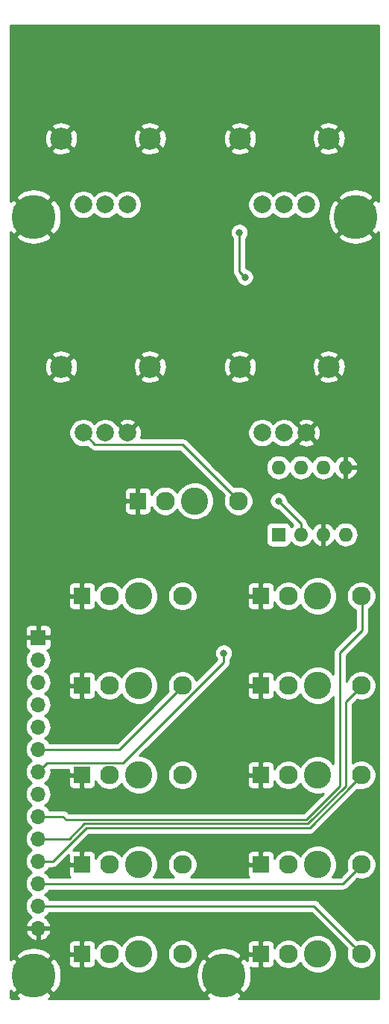
<source format=gbr>
G04 #@! TF.GenerationSoftware,KiCad,Pcbnew,(5.1.4-0-10_14)*
G04 #@! TF.CreationDate,2019-10-08T20:59:58-07:00*
G04 #@! TF.ProjectId,VCO_IO,56434f5f-494f-42e6-9b69-6361645f7063,rev?*
G04 #@! TF.SameCoordinates,Original*
G04 #@! TF.FileFunction,Copper,L1,Top*
G04 #@! TF.FilePolarity,Positive*
%FSLAX46Y46*%
G04 Gerber Fmt 4.6, Leading zero omitted, Abs format (unit mm)*
G04 Created by KiCad (PCBNEW (5.1.4-0-10_14)) date 2019-10-08 20:59:58*
%MOMM*%
%LPD*%
G04 APERTURE LIST*
%ADD10O,1.600000X1.600000*%
%ADD11R,1.600000X1.600000*%
%ADD12C,3.100000*%
%ADD13C,2.130000*%
%ADD14R,1.830000X1.930000*%
%ADD15C,2.000000*%
%ADD16C,2.500000*%
%ADD17O,1.700000X1.700000*%
%ADD18R,1.700000X1.700000*%
%ADD19C,5.000000*%
%ADD20C,0.800000*%
%ADD21C,0.250000*%
%ADD22C,0.254000*%
G04 APERTURE END LIST*
D10*
X98425000Y-99060000D03*
X106045000Y-106680000D03*
X100965000Y-99060000D03*
X103505000Y-106680000D03*
X103505000Y-99060000D03*
X100965000Y-106680000D03*
X106045000Y-99060000D03*
D11*
X98425000Y-106680000D03*
D12*
X82550000Y-133985000D03*
D13*
X87500000Y-133985000D03*
D14*
X76100000Y-133985000D03*
D13*
X79200000Y-133985000D03*
D12*
X82550000Y-144145000D03*
D13*
X87500000Y-144145000D03*
D14*
X76100000Y-144145000D03*
D13*
X79200000Y-144145000D03*
D12*
X82550000Y-154305000D03*
D13*
X87500000Y-154305000D03*
D14*
X76100000Y-154305000D03*
D13*
X79200000Y-154305000D03*
D12*
X102870000Y-113665000D03*
D13*
X107820000Y-113665000D03*
D14*
X96420000Y-113665000D03*
D13*
X99520000Y-113665000D03*
D12*
X102870000Y-123825000D03*
D13*
X107820000Y-123825000D03*
D14*
X96420000Y-123825000D03*
D13*
X99520000Y-123825000D03*
D12*
X102870000Y-144145000D03*
D13*
X107820000Y-144145000D03*
D14*
X96420000Y-144145000D03*
D13*
X99520000Y-144145000D03*
D12*
X102870000Y-154305000D03*
D13*
X107820000Y-154305000D03*
D14*
X96420000Y-154305000D03*
D13*
X99520000Y-154305000D03*
D12*
X88900000Y-102870000D03*
D13*
X93850000Y-102870000D03*
D14*
X82450000Y-102870000D03*
D13*
X85550000Y-102870000D03*
D12*
X82550000Y-113665000D03*
D13*
X87500000Y-113665000D03*
D14*
X76100000Y-113665000D03*
D13*
X79200000Y-113665000D03*
D12*
X82550000Y-123825000D03*
D13*
X87500000Y-123825000D03*
D14*
X76100000Y-123825000D03*
D13*
X79200000Y-123825000D03*
D15*
X81240000Y-69222000D03*
X76240000Y-69222000D03*
X78740000Y-69222000D03*
D16*
X73740000Y-61722000D03*
X83840000Y-61722000D03*
D15*
X101560000Y-69222000D03*
X96560000Y-69222000D03*
X99060000Y-69222000D03*
D16*
X94060000Y-61722000D03*
X104160000Y-61722000D03*
D15*
X101560000Y-95130000D03*
X96560000Y-95130000D03*
X99060000Y-95130000D03*
D16*
X94060000Y-87630000D03*
X104160000Y-87630000D03*
D15*
X81240000Y-95130000D03*
X76240000Y-95130000D03*
X78740000Y-95130000D03*
D16*
X73740000Y-87630000D03*
X83840000Y-87630000D03*
D12*
X102870000Y-133985000D03*
D13*
X107820000Y-133985000D03*
D14*
X96420000Y-133985000D03*
D13*
X99520000Y-133985000D03*
D17*
X71120000Y-151384000D03*
X71120000Y-148844000D03*
X71120000Y-146304000D03*
X71120000Y-143764000D03*
X71120000Y-141224000D03*
X71120000Y-138684000D03*
X71120000Y-136144000D03*
X71120000Y-133604000D03*
X71120000Y-131064000D03*
X71120000Y-128524000D03*
X71120000Y-125984000D03*
X71120000Y-123444000D03*
X71120000Y-120904000D03*
D18*
X71120000Y-118364000D03*
D19*
X70612000Y-70612000D03*
X70612000Y-156718000D03*
X107188000Y-70612000D03*
X92202000Y-156718000D03*
D20*
X94615000Y-77470000D03*
X93980000Y-72390000D03*
X92202000Y-120142000D03*
X98425000Y-102870000D03*
D21*
X92885001Y-101805001D02*
X93950000Y-102870000D01*
X87535001Y-96455001D02*
X92885001Y-101805001D01*
X77565001Y-96455001D02*
X87535001Y-96455001D01*
X76240000Y-95130000D02*
X77565001Y-96455001D01*
X93980000Y-76835000D02*
X93980000Y-72390000D01*
X94615000Y-77470000D02*
X93980000Y-76835000D01*
X106855001Y-135049999D02*
X107920000Y-133985000D01*
X101972802Y-139965018D02*
X106855001Y-135082819D01*
X76571392Y-139965018D02*
X101972802Y-139965018D01*
X106855001Y-135082819D02*
X106855001Y-135049999D01*
X72772410Y-143764000D02*
X76571392Y-139965018D01*
X71120000Y-143764000D02*
X72772410Y-143764000D01*
X105410000Y-120092202D02*
X105410000Y-135255000D01*
X107920000Y-117582202D02*
X105410000Y-120092202D01*
X101600000Y-139065000D02*
X74295000Y-139065000D01*
X105410000Y-135255000D02*
X101600000Y-139065000D01*
X107920000Y-113665000D02*
X107920000Y-117582202D01*
X73914000Y-138684000D02*
X74295000Y-139065000D01*
X71120000Y-138684000D02*
X73914000Y-138684000D01*
X101786401Y-139515009D02*
X106045000Y-135256410D01*
X76384990Y-139515010D02*
X101786401Y-139515009D01*
X106045000Y-125700000D02*
X107920000Y-123825000D01*
X106045000Y-135256410D02*
X106045000Y-125700000D01*
X74676000Y-141224000D02*
X76384990Y-139515010D01*
X71120000Y-141224000D02*
X74676000Y-141224000D01*
X106855001Y-145209999D02*
X107920000Y-144145000D01*
X105761000Y-146304000D02*
X106855001Y-145209999D01*
X71120000Y-146304000D02*
X105761000Y-146304000D01*
X106855001Y-153240001D02*
X107920000Y-154305000D01*
X102459000Y-148844000D02*
X106855001Y-153240001D01*
X71120000Y-148844000D02*
X102459000Y-148844000D01*
X80787203Y-132594999D02*
X92202000Y-121180202D01*
X92202000Y-121180202D02*
X92202000Y-120142000D01*
X72129001Y-132594999D02*
X80787203Y-132594999D01*
X71120000Y-133604000D02*
X72129001Y-132594999D01*
X87600000Y-123825000D02*
X84455000Y-126970000D01*
X80361000Y-131064000D02*
X84455000Y-126970000D01*
X71120000Y-131064000D02*
X80361000Y-131064000D01*
X100965000Y-105410000D02*
X100965000Y-106680000D01*
X98425000Y-102870000D02*
X100965000Y-105410000D01*
D22*
G36*
X109830000Y-68903695D02*
G01*
X109809118Y-68864627D01*
X109391148Y-68588457D01*
X107367605Y-70612000D01*
X109391148Y-72635543D01*
X109809118Y-72359373D01*
X109830000Y-72320206D01*
X109830001Y-159360000D01*
X93910306Y-159360000D01*
X93949373Y-159339118D01*
X94225543Y-158921148D01*
X92202000Y-156897605D01*
X90178457Y-158921148D01*
X90454627Y-159339118D01*
X90493794Y-159360000D01*
X72320306Y-159360000D01*
X72359373Y-159339118D01*
X72635543Y-158921148D01*
X70612000Y-156897605D01*
X68588457Y-158921148D01*
X68864627Y-159339118D01*
X68903794Y-159360000D01*
X68069492Y-159360000D01*
X68062333Y-159336399D01*
X68050597Y-159314443D01*
X68034803Y-159295197D01*
X68015557Y-159279403D01*
X67993601Y-159267667D01*
X67970000Y-159260508D01*
X67970000Y-158426306D01*
X67990882Y-158465373D01*
X68408852Y-158741543D01*
X70432395Y-156718000D01*
X70791605Y-156718000D01*
X72815148Y-158741543D01*
X73233118Y-158465373D01*
X73523649Y-157920443D01*
X73702287Y-157329304D01*
X73761519Y-156721328D01*
X89051832Y-156721328D01*
X89113010Y-157335831D01*
X89292897Y-157926592D01*
X89580882Y-158465373D01*
X89998852Y-158741543D01*
X92022395Y-156718000D01*
X92381605Y-156718000D01*
X94405148Y-158741543D01*
X94823118Y-158465373D01*
X95113649Y-157920443D01*
X95292287Y-157329304D01*
X95352168Y-156714672D01*
X95290990Y-156100169D01*
X95209325Y-155831977D01*
X95260820Y-155859502D01*
X95380518Y-155895812D01*
X95505000Y-155908072D01*
X96134250Y-155905000D01*
X96293000Y-155746250D01*
X96293000Y-154432000D01*
X95028750Y-154432000D01*
X94870000Y-154590750D01*
X94867903Y-155054414D01*
X94823118Y-154970627D01*
X94405148Y-154694457D01*
X92381605Y-156718000D01*
X92022395Y-156718000D01*
X89998852Y-154694457D01*
X89580882Y-154970627D01*
X89290351Y-155515557D01*
X89111713Y-156106696D01*
X89051832Y-156721328D01*
X73761519Y-156721328D01*
X73762168Y-156714672D01*
X73700990Y-156100169D01*
X73521103Y-155509408D01*
X73393137Y-155270000D01*
X74546928Y-155270000D01*
X74559188Y-155394482D01*
X74595498Y-155514180D01*
X74654463Y-155624494D01*
X74733815Y-155721185D01*
X74830506Y-155800537D01*
X74940820Y-155859502D01*
X75060518Y-155895812D01*
X75185000Y-155908072D01*
X75814250Y-155905000D01*
X75973000Y-155746250D01*
X75973000Y-154432000D01*
X74708750Y-154432000D01*
X74550000Y-154590750D01*
X74546928Y-155270000D01*
X73393137Y-155270000D01*
X73233118Y-154970627D01*
X72815148Y-154694457D01*
X70791605Y-156718000D01*
X70432395Y-156718000D01*
X68408852Y-154694457D01*
X67990882Y-154970627D01*
X67970000Y-155009794D01*
X67970000Y-154514852D01*
X68588457Y-154514852D01*
X70612000Y-156538395D01*
X72635543Y-154514852D01*
X72359373Y-154096882D01*
X71814443Y-153806351D01*
X71223304Y-153627713D01*
X70608672Y-153567832D01*
X69994169Y-153629010D01*
X69403408Y-153808897D01*
X68864627Y-154096882D01*
X68588457Y-154514852D01*
X67970000Y-154514852D01*
X67970000Y-153340000D01*
X74546928Y-153340000D01*
X74550000Y-154019250D01*
X74708750Y-154178000D01*
X75973000Y-154178000D01*
X75973000Y-152863750D01*
X76227000Y-152863750D01*
X76227000Y-154178000D01*
X76247000Y-154178000D01*
X76247000Y-154432000D01*
X76227000Y-154432000D01*
X76227000Y-155746250D01*
X76385750Y-155905000D01*
X77015000Y-155908072D01*
X77139482Y-155895812D01*
X77259180Y-155859502D01*
X77369494Y-155800537D01*
X77466185Y-155721185D01*
X77545537Y-155624494D01*
X77604502Y-155514180D01*
X77640812Y-155394482D01*
X77653072Y-155270000D01*
X77651895Y-155009860D01*
X77693479Y-155110252D01*
X77879523Y-155388687D01*
X78116313Y-155625477D01*
X78394748Y-155811521D01*
X78704128Y-155939670D01*
X79032565Y-156005000D01*
X79367435Y-156005000D01*
X79695872Y-155939670D01*
X80005252Y-155811521D01*
X80283687Y-155625477D01*
X80520477Y-155388687D01*
X80590465Y-155283943D01*
X80613678Y-155339985D01*
X80852800Y-155697856D01*
X81157144Y-156002200D01*
X81515015Y-156241322D01*
X81912659Y-156406031D01*
X82334796Y-156490000D01*
X82765204Y-156490000D01*
X83187341Y-156406031D01*
X83584985Y-156241322D01*
X83942856Y-156002200D01*
X84247200Y-155697856D01*
X84486322Y-155339985D01*
X84651031Y-154942341D01*
X84735000Y-154520204D01*
X84735000Y-154137565D01*
X85800000Y-154137565D01*
X85800000Y-154472435D01*
X85865330Y-154800872D01*
X85993479Y-155110252D01*
X86179523Y-155388687D01*
X86416313Y-155625477D01*
X86694748Y-155811521D01*
X87004128Y-155939670D01*
X87332565Y-156005000D01*
X87667435Y-156005000D01*
X87995872Y-155939670D01*
X88305252Y-155811521D01*
X88583687Y-155625477D01*
X88820477Y-155388687D01*
X89006521Y-155110252D01*
X89134670Y-154800872D01*
X89191562Y-154514852D01*
X90178457Y-154514852D01*
X92202000Y-156538395D01*
X94225543Y-154514852D01*
X93949373Y-154096882D01*
X93404443Y-153806351D01*
X92813304Y-153627713D01*
X92198672Y-153567832D01*
X91584169Y-153629010D01*
X90993408Y-153808897D01*
X90454627Y-154096882D01*
X90178457Y-154514852D01*
X89191562Y-154514852D01*
X89200000Y-154472435D01*
X89200000Y-154137565D01*
X89134670Y-153809128D01*
X89006521Y-153499748D01*
X88899781Y-153340000D01*
X94866928Y-153340000D01*
X94870000Y-154019250D01*
X95028750Y-154178000D01*
X96293000Y-154178000D01*
X96293000Y-152863750D01*
X96547000Y-152863750D01*
X96547000Y-154178000D01*
X96567000Y-154178000D01*
X96567000Y-154432000D01*
X96547000Y-154432000D01*
X96547000Y-155746250D01*
X96705750Y-155905000D01*
X97335000Y-155908072D01*
X97459482Y-155895812D01*
X97579180Y-155859502D01*
X97689494Y-155800537D01*
X97786185Y-155721185D01*
X97865537Y-155624494D01*
X97924502Y-155514180D01*
X97960812Y-155394482D01*
X97973072Y-155270000D01*
X97971895Y-155009860D01*
X98013479Y-155110252D01*
X98199523Y-155388687D01*
X98436313Y-155625477D01*
X98714748Y-155811521D01*
X99024128Y-155939670D01*
X99352565Y-156005000D01*
X99687435Y-156005000D01*
X100015872Y-155939670D01*
X100325252Y-155811521D01*
X100603687Y-155625477D01*
X100840477Y-155388687D01*
X100910465Y-155283943D01*
X100933678Y-155339985D01*
X101172800Y-155697856D01*
X101477144Y-156002200D01*
X101835015Y-156241322D01*
X102232659Y-156406031D01*
X102654796Y-156490000D01*
X103085204Y-156490000D01*
X103507341Y-156406031D01*
X103904985Y-156241322D01*
X104262856Y-156002200D01*
X104567200Y-155697856D01*
X104806322Y-155339985D01*
X104971031Y-154942341D01*
X105055000Y-154520204D01*
X105055000Y-154089796D01*
X104971031Y-153667659D01*
X104806322Y-153270015D01*
X104567200Y-152912144D01*
X104262856Y-152607800D01*
X103904985Y-152368678D01*
X103507341Y-152203969D01*
X103085204Y-152120000D01*
X102654796Y-152120000D01*
X102232659Y-152203969D01*
X101835015Y-152368678D01*
X101477144Y-152607800D01*
X101172800Y-152912144D01*
X100933678Y-153270015D01*
X100910465Y-153326057D01*
X100840477Y-153221313D01*
X100603687Y-152984523D01*
X100325252Y-152798479D01*
X100015872Y-152670330D01*
X99687435Y-152605000D01*
X99352565Y-152605000D01*
X99024128Y-152670330D01*
X98714748Y-152798479D01*
X98436313Y-152984523D01*
X98199523Y-153221313D01*
X98013479Y-153499748D01*
X97971895Y-153600140D01*
X97973072Y-153340000D01*
X97960812Y-153215518D01*
X97924502Y-153095820D01*
X97865537Y-152985506D01*
X97786185Y-152888815D01*
X97689494Y-152809463D01*
X97579180Y-152750498D01*
X97459482Y-152714188D01*
X97335000Y-152701928D01*
X96705750Y-152705000D01*
X96547000Y-152863750D01*
X96293000Y-152863750D01*
X96134250Y-152705000D01*
X95505000Y-152701928D01*
X95380518Y-152714188D01*
X95260820Y-152750498D01*
X95150506Y-152809463D01*
X95053815Y-152888815D01*
X94974463Y-152985506D01*
X94915498Y-153095820D01*
X94879188Y-153215518D01*
X94866928Y-153340000D01*
X88899781Y-153340000D01*
X88820477Y-153221313D01*
X88583687Y-152984523D01*
X88305252Y-152798479D01*
X87995872Y-152670330D01*
X87667435Y-152605000D01*
X87332565Y-152605000D01*
X87004128Y-152670330D01*
X86694748Y-152798479D01*
X86416313Y-152984523D01*
X86179523Y-153221313D01*
X85993479Y-153499748D01*
X85865330Y-153809128D01*
X85800000Y-154137565D01*
X84735000Y-154137565D01*
X84735000Y-154089796D01*
X84651031Y-153667659D01*
X84486322Y-153270015D01*
X84247200Y-152912144D01*
X83942856Y-152607800D01*
X83584985Y-152368678D01*
X83187341Y-152203969D01*
X82765204Y-152120000D01*
X82334796Y-152120000D01*
X81912659Y-152203969D01*
X81515015Y-152368678D01*
X81157144Y-152607800D01*
X80852800Y-152912144D01*
X80613678Y-153270015D01*
X80590465Y-153326057D01*
X80520477Y-153221313D01*
X80283687Y-152984523D01*
X80005252Y-152798479D01*
X79695872Y-152670330D01*
X79367435Y-152605000D01*
X79032565Y-152605000D01*
X78704128Y-152670330D01*
X78394748Y-152798479D01*
X78116313Y-152984523D01*
X77879523Y-153221313D01*
X77693479Y-153499748D01*
X77651895Y-153600140D01*
X77653072Y-153340000D01*
X77640812Y-153215518D01*
X77604502Y-153095820D01*
X77545537Y-152985506D01*
X77466185Y-152888815D01*
X77369494Y-152809463D01*
X77259180Y-152750498D01*
X77139482Y-152714188D01*
X77015000Y-152701928D01*
X76385750Y-152705000D01*
X76227000Y-152863750D01*
X75973000Y-152863750D01*
X75814250Y-152705000D01*
X75185000Y-152701928D01*
X75060518Y-152714188D01*
X74940820Y-152750498D01*
X74830506Y-152809463D01*
X74733815Y-152888815D01*
X74654463Y-152985506D01*
X74595498Y-153095820D01*
X74559188Y-153215518D01*
X74546928Y-153340000D01*
X67970000Y-153340000D01*
X67970000Y-151740890D01*
X69678524Y-151740890D01*
X69723175Y-151888099D01*
X69848359Y-152150920D01*
X70022412Y-152384269D01*
X70238645Y-152579178D01*
X70488748Y-152728157D01*
X70763109Y-152825481D01*
X70993000Y-152704814D01*
X70993000Y-151511000D01*
X71247000Y-151511000D01*
X71247000Y-152704814D01*
X71476891Y-152825481D01*
X71751252Y-152728157D01*
X72001355Y-152579178D01*
X72217588Y-152384269D01*
X72391641Y-152150920D01*
X72516825Y-151888099D01*
X72561476Y-151740890D01*
X72440155Y-151511000D01*
X71247000Y-151511000D01*
X70993000Y-151511000D01*
X69799845Y-151511000D01*
X69678524Y-151740890D01*
X67970000Y-151740890D01*
X67970000Y-120904000D01*
X69627815Y-120904000D01*
X69656487Y-121195111D01*
X69741401Y-121475034D01*
X69879294Y-121733014D01*
X70064866Y-121959134D01*
X70290986Y-122144706D01*
X70345791Y-122174000D01*
X70290986Y-122203294D01*
X70064866Y-122388866D01*
X69879294Y-122614986D01*
X69741401Y-122872966D01*
X69656487Y-123152889D01*
X69627815Y-123444000D01*
X69656487Y-123735111D01*
X69741401Y-124015034D01*
X69879294Y-124273014D01*
X70064866Y-124499134D01*
X70290986Y-124684706D01*
X70345791Y-124714000D01*
X70290986Y-124743294D01*
X70064866Y-124928866D01*
X69879294Y-125154986D01*
X69741401Y-125412966D01*
X69656487Y-125692889D01*
X69627815Y-125984000D01*
X69656487Y-126275111D01*
X69741401Y-126555034D01*
X69879294Y-126813014D01*
X70064866Y-127039134D01*
X70290986Y-127224706D01*
X70345791Y-127254000D01*
X70290986Y-127283294D01*
X70064866Y-127468866D01*
X69879294Y-127694986D01*
X69741401Y-127952966D01*
X69656487Y-128232889D01*
X69627815Y-128524000D01*
X69656487Y-128815111D01*
X69741401Y-129095034D01*
X69879294Y-129353014D01*
X70064866Y-129579134D01*
X70290986Y-129764706D01*
X70345791Y-129794000D01*
X70290986Y-129823294D01*
X70064866Y-130008866D01*
X69879294Y-130234986D01*
X69741401Y-130492966D01*
X69656487Y-130772889D01*
X69627815Y-131064000D01*
X69656487Y-131355111D01*
X69741401Y-131635034D01*
X69879294Y-131893014D01*
X70064866Y-132119134D01*
X70290986Y-132304706D01*
X70345791Y-132334000D01*
X70290986Y-132363294D01*
X70064866Y-132548866D01*
X69879294Y-132774986D01*
X69741401Y-133032966D01*
X69656487Y-133312889D01*
X69627815Y-133604000D01*
X69656487Y-133895111D01*
X69741401Y-134175034D01*
X69879294Y-134433014D01*
X70064866Y-134659134D01*
X70290986Y-134844706D01*
X70345791Y-134874000D01*
X70290986Y-134903294D01*
X70064866Y-135088866D01*
X69879294Y-135314986D01*
X69741401Y-135572966D01*
X69656487Y-135852889D01*
X69627815Y-136144000D01*
X69656487Y-136435111D01*
X69741401Y-136715034D01*
X69879294Y-136973014D01*
X70064866Y-137199134D01*
X70290986Y-137384706D01*
X70345791Y-137414000D01*
X70290986Y-137443294D01*
X70064866Y-137628866D01*
X69879294Y-137854986D01*
X69741401Y-138112966D01*
X69656487Y-138392889D01*
X69627815Y-138684000D01*
X69656487Y-138975111D01*
X69741401Y-139255034D01*
X69879294Y-139513014D01*
X70064866Y-139739134D01*
X70290986Y-139924706D01*
X70345791Y-139954000D01*
X70290986Y-139983294D01*
X70064866Y-140168866D01*
X69879294Y-140394986D01*
X69741401Y-140652966D01*
X69656487Y-140932889D01*
X69627815Y-141224000D01*
X69656487Y-141515111D01*
X69741401Y-141795034D01*
X69879294Y-142053014D01*
X70064866Y-142279134D01*
X70290986Y-142464706D01*
X70345791Y-142494000D01*
X70290986Y-142523294D01*
X70064866Y-142708866D01*
X69879294Y-142934986D01*
X69741401Y-143192966D01*
X69656487Y-143472889D01*
X69627815Y-143764000D01*
X69656487Y-144055111D01*
X69741401Y-144335034D01*
X69879294Y-144593014D01*
X70064866Y-144819134D01*
X70290986Y-145004706D01*
X70345791Y-145034000D01*
X70290986Y-145063294D01*
X70064866Y-145248866D01*
X69879294Y-145474986D01*
X69741401Y-145732966D01*
X69656487Y-146012889D01*
X69627815Y-146304000D01*
X69656487Y-146595111D01*
X69741401Y-146875034D01*
X69879294Y-147133014D01*
X70064866Y-147359134D01*
X70290986Y-147544706D01*
X70345791Y-147574000D01*
X70290986Y-147603294D01*
X70064866Y-147788866D01*
X69879294Y-148014986D01*
X69741401Y-148272966D01*
X69656487Y-148552889D01*
X69627815Y-148844000D01*
X69656487Y-149135111D01*
X69741401Y-149415034D01*
X69879294Y-149673014D01*
X70064866Y-149899134D01*
X70290986Y-150084706D01*
X70355523Y-150119201D01*
X70238645Y-150188822D01*
X70022412Y-150383731D01*
X69848359Y-150617080D01*
X69723175Y-150879901D01*
X69678524Y-151027110D01*
X69799845Y-151257000D01*
X70993000Y-151257000D01*
X70993000Y-151237000D01*
X71247000Y-151237000D01*
X71247000Y-151257000D01*
X72440155Y-151257000D01*
X72561476Y-151027110D01*
X72516825Y-150879901D01*
X72391641Y-150617080D01*
X72217588Y-150383731D01*
X72001355Y-150188822D01*
X71884477Y-150119201D01*
X71949014Y-150084706D01*
X72175134Y-149899134D01*
X72360706Y-149673014D01*
X72397595Y-149604000D01*
X102144199Y-149604000D01*
X106233363Y-153693165D01*
X106185330Y-153809128D01*
X106120000Y-154137565D01*
X106120000Y-154472435D01*
X106185330Y-154800872D01*
X106313479Y-155110252D01*
X106499523Y-155388687D01*
X106736313Y-155625477D01*
X107014748Y-155811521D01*
X107324128Y-155939670D01*
X107652565Y-156005000D01*
X107987435Y-156005000D01*
X108315872Y-155939670D01*
X108625252Y-155811521D01*
X108903687Y-155625477D01*
X109140477Y-155388687D01*
X109326521Y-155110252D01*
X109454670Y-154800872D01*
X109520000Y-154472435D01*
X109520000Y-154137565D01*
X109454670Y-153809128D01*
X109326521Y-153499748D01*
X109140477Y-153221313D01*
X108903687Y-152984523D01*
X108625252Y-152798479D01*
X108315872Y-152670330D01*
X107987435Y-152605000D01*
X107652565Y-152605000D01*
X107354159Y-152664357D01*
X103022804Y-148333003D01*
X102999001Y-148303999D01*
X102883276Y-148209026D01*
X102751247Y-148138454D01*
X102607986Y-148094997D01*
X102496333Y-148084000D01*
X102496322Y-148084000D01*
X102459000Y-148080324D01*
X102421678Y-148084000D01*
X72397595Y-148084000D01*
X72360706Y-148014986D01*
X72175134Y-147788866D01*
X71949014Y-147603294D01*
X71894209Y-147574000D01*
X71949014Y-147544706D01*
X72175134Y-147359134D01*
X72360706Y-147133014D01*
X72397595Y-147064000D01*
X105723678Y-147064000D01*
X105761000Y-147067676D01*
X105798322Y-147064000D01*
X105798333Y-147064000D01*
X105909986Y-147053003D01*
X106053247Y-147009546D01*
X106185276Y-146938974D01*
X106301001Y-146844001D01*
X106324804Y-146814998D01*
X107354159Y-145785643D01*
X107652565Y-145845000D01*
X107987435Y-145845000D01*
X108315872Y-145779670D01*
X108625252Y-145651521D01*
X108903687Y-145465477D01*
X109140477Y-145228687D01*
X109326521Y-144950252D01*
X109454670Y-144640872D01*
X109520000Y-144312435D01*
X109520000Y-143977565D01*
X109454670Y-143649128D01*
X109326521Y-143339748D01*
X109140477Y-143061313D01*
X108903687Y-142824523D01*
X108625252Y-142638479D01*
X108315872Y-142510330D01*
X107987435Y-142445000D01*
X107652565Y-142445000D01*
X107324128Y-142510330D01*
X107014748Y-142638479D01*
X106736313Y-142824523D01*
X106499523Y-143061313D01*
X106313479Y-143339748D01*
X106185330Y-143649128D01*
X106120000Y-143977565D01*
X106120000Y-144312435D01*
X106185330Y-144640872D01*
X106233363Y-144756835D01*
X105446199Y-145544000D01*
X104561056Y-145544000D01*
X104567200Y-145537856D01*
X104806322Y-145179985D01*
X104971031Y-144782341D01*
X105055000Y-144360204D01*
X105055000Y-143929796D01*
X104971031Y-143507659D01*
X104806322Y-143110015D01*
X104567200Y-142752144D01*
X104262856Y-142447800D01*
X103904985Y-142208678D01*
X103507341Y-142043969D01*
X103085204Y-141960000D01*
X102654796Y-141960000D01*
X102232659Y-142043969D01*
X101835015Y-142208678D01*
X101477144Y-142447800D01*
X101172800Y-142752144D01*
X100933678Y-143110015D01*
X100910465Y-143166057D01*
X100840477Y-143061313D01*
X100603687Y-142824523D01*
X100325252Y-142638479D01*
X100015872Y-142510330D01*
X99687435Y-142445000D01*
X99352565Y-142445000D01*
X99024128Y-142510330D01*
X98714748Y-142638479D01*
X98436313Y-142824523D01*
X98199523Y-143061313D01*
X98013479Y-143339748D01*
X97971895Y-143440140D01*
X97973072Y-143180000D01*
X97960812Y-143055518D01*
X97924502Y-142935820D01*
X97865537Y-142825506D01*
X97786185Y-142728815D01*
X97689494Y-142649463D01*
X97579180Y-142590498D01*
X97459482Y-142554188D01*
X97335000Y-142541928D01*
X96705750Y-142545000D01*
X96547000Y-142703750D01*
X96547000Y-144018000D01*
X96567000Y-144018000D01*
X96567000Y-144272000D01*
X96547000Y-144272000D01*
X96547000Y-144292000D01*
X96293000Y-144292000D01*
X96293000Y-144272000D01*
X95028750Y-144272000D01*
X94870000Y-144430750D01*
X94866928Y-145110000D01*
X94879188Y-145234482D01*
X94915498Y-145354180D01*
X94974463Y-145464494D01*
X95039712Y-145544000D01*
X88466169Y-145544000D01*
X88583687Y-145465477D01*
X88820477Y-145228687D01*
X89006521Y-144950252D01*
X89134670Y-144640872D01*
X89200000Y-144312435D01*
X89200000Y-143977565D01*
X89134670Y-143649128D01*
X89006521Y-143339748D01*
X88899781Y-143180000D01*
X94866928Y-143180000D01*
X94870000Y-143859250D01*
X95028750Y-144018000D01*
X96293000Y-144018000D01*
X96293000Y-142703750D01*
X96134250Y-142545000D01*
X95505000Y-142541928D01*
X95380518Y-142554188D01*
X95260820Y-142590498D01*
X95150506Y-142649463D01*
X95053815Y-142728815D01*
X94974463Y-142825506D01*
X94915498Y-142935820D01*
X94879188Y-143055518D01*
X94866928Y-143180000D01*
X88899781Y-143180000D01*
X88820477Y-143061313D01*
X88583687Y-142824523D01*
X88305252Y-142638479D01*
X87995872Y-142510330D01*
X87667435Y-142445000D01*
X87332565Y-142445000D01*
X87004128Y-142510330D01*
X86694748Y-142638479D01*
X86416313Y-142824523D01*
X86179523Y-143061313D01*
X85993479Y-143339748D01*
X85865330Y-143649128D01*
X85800000Y-143977565D01*
X85800000Y-144312435D01*
X85865330Y-144640872D01*
X85993479Y-144950252D01*
X86179523Y-145228687D01*
X86416313Y-145465477D01*
X86533831Y-145544000D01*
X84241056Y-145544000D01*
X84247200Y-145537856D01*
X84486322Y-145179985D01*
X84651031Y-144782341D01*
X84735000Y-144360204D01*
X84735000Y-143929796D01*
X84651031Y-143507659D01*
X84486322Y-143110015D01*
X84247200Y-142752144D01*
X83942856Y-142447800D01*
X83584985Y-142208678D01*
X83187341Y-142043969D01*
X82765204Y-141960000D01*
X82334796Y-141960000D01*
X81912659Y-142043969D01*
X81515015Y-142208678D01*
X81157144Y-142447800D01*
X80852800Y-142752144D01*
X80613678Y-143110015D01*
X80590465Y-143166057D01*
X80520477Y-143061313D01*
X80283687Y-142824523D01*
X80005252Y-142638479D01*
X79695872Y-142510330D01*
X79367435Y-142445000D01*
X79032565Y-142445000D01*
X78704128Y-142510330D01*
X78394748Y-142638479D01*
X78116313Y-142824523D01*
X77879523Y-143061313D01*
X77693479Y-143339748D01*
X77651895Y-143440140D01*
X77653072Y-143180000D01*
X77640812Y-143055518D01*
X77604502Y-142935820D01*
X77545537Y-142825506D01*
X77466185Y-142728815D01*
X77369494Y-142649463D01*
X77259180Y-142590498D01*
X77139482Y-142554188D01*
X77015000Y-142541928D01*
X76385750Y-142545000D01*
X76227000Y-142703750D01*
X76227000Y-144018000D01*
X76247000Y-144018000D01*
X76247000Y-144272000D01*
X76227000Y-144272000D01*
X76227000Y-144292000D01*
X75973000Y-144292000D01*
X75973000Y-144272000D01*
X74708750Y-144272000D01*
X74550000Y-144430750D01*
X74546928Y-145110000D01*
X74559188Y-145234482D01*
X74595498Y-145354180D01*
X74654463Y-145464494D01*
X74719712Y-145544000D01*
X72397595Y-145544000D01*
X72360706Y-145474986D01*
X72175134Y-145248866D01*
X71949014Y-145063294D01*
X71894209Y-145034000D01*
X71949014Y-145004706D01*
X72175134Y-144819134D01*
X72360706Y-144593014D01*
X72397595Y-144524000D01*
X72735088Y-144524000D01*
X72772410Y-144527676D01*
X72809732Y-144524000D01*
X72809743Y-144524000D01*
X72921396Y-144513003D01*
X73064657Y-144469546D01*
X73196686Y-144398974D01*
X73312411Y-144304001D01*
X73336214Y-144274997D01*
X74560710Y-143050502D01*
X74559188Y-143055518D01*
X74546928Y-143180000D01*
X74550000Y-143859250D01*
X74708750Y-144018000D01*
X75973000Y-144018000D01*
X75973000Y-142703750D01*
X75814250Y-142545000D01*
X75185000Y-142541928D01*
X75060518Y-142554188D01*
X75055502Y-142555710D01*
X76886194Y-140725018D01*
X101935480Y-140725018D01*
X101972802Y-140728694D01*
X102010124Y-140725018D01*
X102010135Y-140725018D01*
X102121788Y-140714021D01*
X102265049Y-140670564D01*
X102397078Y-140599992D01*
X102512803Y-140505019D01*
X102536606Y-140476015D01*
X107366005Y-135646617D01*
X107384265Y-135631632D01*
X107652565Y-135685000D01*
X107987435Y-135685000D01*
X108315872Y-135619670D01*
X108625252Y-135491521D01*
X108903687Y-135305477D01*
X109140477Y-135068687D01*
X109326521Y-134790252D01*
X109454670Y-134480872D01*
X109520000Y-134152435D01*
X109520000Y-133817565D01*
X109454670Y-133489128D01*
X109326521Y-133179748D01*
X109140477Y-132901313D01*
X108903687Y-132664523D01*
X108625252Y-132478479D01*
X108315872Y-132350330D01*
X107987435Y-132285000D01*
X107652565Y-132285000D01*
X107324128Y-132350330D01*
X107014748Y-132478479D01*
X106805000Y-132618628D01*
X106805000Y-126014801D01*
X107354158Y-125465643D01*
X107652565Y-125525000D01*
X107987435Y-125525000D01*
X108315872Y-125459670D01*
X108625252Y-125331521D01*
X108903687Y-125145477D01*
X109140477Y-124908687D01*
X109326521Y-124630252D01*
X109454670Y-124320872D01*
X109520000Y-123992435D01*
X109520000Y-123657565D01*
X109454670Y-123329128D01*
X109326521Y-123019748D01*
X109140477Y-122741313D01*
X108903687Y-122504523D01*
X108625252Y-122318479D01*
X108315872Y-122190330D01*
X107987435Y-122125000D01*
X107652565Y-122125000D01*
X107324128Y-122190330D01*
X107014748Y-122318479D01*
X106736313Y-122504523D01*
X106499523Y-122741313D01*
X106313479Y-123019748D01*
X106185330Y-123329128D01*
X106170000Y-123406197D01*
X106170000Y-120407003D01*
X108431003Y-118146001D01*
X108460001Y-118122203D01*
X108496072Y-118078250D01*
X108554974Y-118006479D01*
X108625546Y-117874449D01*
X108669003Y-117731188D01*
X108680000Y-117619535D01*
X108680000Y-117619526D01*
X108683676Y-117582203D01*
X108680000Y-117544880D01*
X108680000Y-115134940D01*
X108903687Y-114985477D01*
X109140477Y-114748687D01*
X109326521Y-114470252D01*
X109454670Y-114160872D01*
X109520000Y-113832435D01*
X109520000Y-113497565D01*
X109454670Y-113169128D01*
X109326521Y-112859748D01*
X109140477Y-112581313D01*
X108903687Y-112344523D01*
X108625252Y-112158479D01*
X108315872Y-112030330D01*
X107987435Y-111965000D01*
X107652565Y-111965000D01*
X107324128Y-112030330D01*
X107014748Y-112158479D01*
X106736313Y-112344523D01*
X106499523Y-112581313D01*
X106313479Y-112859748D01*
X106185330Y-113169128D01*
X106120000Y-113497565D01*
X106120000Y-113832435D01*
X106185330Y-114160872D01*
X106313479Y-114470252D01*
X106499523Y-114748687D01*
X106736313Y-114985477D01*
X107014748Y-115171521D01*
X107160000Y-115231686D01*
X107160001Y-117267399D01*
X104899003Y-119528398D01*
X104869999Y-119552201D01*
X104814871Y-119619376D01*
X104775026Y-119667926D01*
X104704455Y-119799955D01*
X104704454Y-119799956D01*
X104660997Y-119943217D01*
X104650000Y-120054870D01*
X104650000Y-120054880D01*
X104646324Y-120092202D01*
X104650000Y-120129524D01*
X104650000Y-122556063D01*
X104567200Y-122432144D01*
X104262856Y-122127800D01*
X103904985Y-121888678D01*
X103507341Y-121723969D01*
X103085204Y-121640000D01*
X102654796Y-121640000D01*
X102232659Y-121723969D01*
X101835015Y-121888678D01*
X101477144Y-122127800D01*
X101172800Y-122432144D01*
X100933678Y-122790015D01*
X100910465Y-122846057D01*
X100840477Y-122741313D01*
X100603687Y-122504523D01*
X100325252Y-122318479D01*
X100015872Y-122190330D01*
X99687435Y-122125000D01*
X99352565Y-122125000D01*
X99024128Y-122190330D01*
X98714748Y-122318479D01*
X98436313Y-122504523D01*
X98199523Y-122741313D01*
X98013479Y-123019748D01*
X97971895Y-123120140D01*
X97973072Y-122860000D01*
X97960812Y-122735518D01*
X97924502Y-122615820D01*
X97865537Y-122505506D01*
X97786185Y-122408815D01*
X97689494Y-122329463D01*
X97579180Y-122270498D01*
X97459482Y-122234188D01*
X97335000Y-122221928D01*
X96705750Y-122225000D01*
X96547000Y-122383750D01*
X96547000Y-123698000D01*
X96567000Y-123698000D01*
X96567000Y-123952000D01*
X96547000Y-123952000D01*
X96547000Y-125266250D01*
X96705750Y-125425000D01*
X97335000Y-125428072D01*
X97459482Y-125415812D01*
X97579180Y-125379502D01*
X97689494Y-125320537D01*
X97786185Y-125241185D01*
X97865537Y-125144494D01*
X97924502Y-125034180D01*
X97960812Y-124914482D01*
X97973072Y-124790000D01*
X97971895Y-124529860D01*
X98013479Y-124630252D01*
X98199523Y-124908687D01*
X98436313Y-125145477D01*
X98714748Y-125331521D01*
X99024128Y-125459670D01*
X99352565Y-125525000D01*
X99687435Y-125525000D01*
X100015872Y-125459670D01*
X100325252Y-125331521D01*
X100603687Y-125145477D01*
X100840477Y-124908687D01*
X100910465Y-124803943D01*
X100933678Y-124859985D01*
X101172800Y-125217856D01*
X101477144Y-125522200D01*
X101835015Y-125761322D01*
X102232659Y-125926031D01*
X102654796Y-126010000D01*
X103085204Y-126010000D01*
X103507341Y-125926031D01*
X103904985Y-125761322D01*
X104262856Y-125522200D01*
X104567200Y-125217856D01*
X104650000Y-125093937D01*
X104650001Y-132716064D01*
X104567200Y-132592144D01*
X104262856Y-132287800D01*
X103904985Y-132048678D01*
X103507341Y-131883969D01*
X103085204Y-131800000D01*
X102654796Y-131800000D01*
X102232659Y-131883969D01*
X101835015Y-132048678D01*
X101477144Y-132287800D01*
X101172800Y-132592144D01*
X100933678Y-132950015D01*
X100910465Y-133006057D01*
X100840477Y-132901313D01*
X100603687Y-132664523D01*
X100325252Y-132478479D01*
X100015872Y-132350330D01*
X99687435Y-132285000D01*
X99352565Y-132285000D01*
X99024128Y-132350330D01*
X98714748Y-132478479D01*
X98436313Y-132664523D01*
X98199523Y-132901313D01*
X98013479Y-133179748D01*
X97971895Y-133280140D01*
X97973072Y-133020000D01*
X97960812Y-132895518D01*
X97924502Y-132775820D01*
X97865537Y-132665506D01*
X97786185Y-132568815D01*
X97689494Y-132489463D01*
X97579180Y-132430498D01*
X97459482Y-132394188D01*
X97335000Y-132381928D01*
X96705750Y-132385000D01*
X96547000Y-132543750D01*
X96547000Y-133858000D01*
X96567000Y-133858000D01*
X96567000Y-134112000D01*
X96547000Y-134112000D01*
X96547000Y-135426250D01*
X96705750Y-135585000D01*
X97335000Y-135588072D01*
X97459482Y-135575812D01*
X97579180Y-135539502D01*
X97689494Y-135480537D01*
X97786185Y-135401185D01*
X97865537Y-135304494D01*
X97924502Y-135194180D01*
X97960812Y-135074482D01*
X97973072Y-134950000D01*
X97971895Y-134689860D01*
X98013479Y-134790252D01*
X98199523Y-135068687D01*
X98436313Y-135305477D01*
X98714748Y-135491521D01*
X99024128Y-135619670D01*
X99352565Y-135685000D01*
X99687435Y-135685000D01*
X100015872Y-135619670D01*
X100325252Y-135491521D01*
X100603687Y-135305477D01*
X100840477Y-135068687D01*
X100910465Y-134963943D01*
X100933678Y-135019985D01*
X101172800Y-135377856D01*
X101477144Y-135682200D01*
X101835015Y-135921322D01*
X102232659Y-136086031D01*
X102654796Y-136170000D01*
X103085204Y-136170000D01*
X103503379Y-136086819D01*
X101285199Y-138305000D01*
X74609801Y-138305000D01*
X74477804Y-138173003D01*
X74454001Y-138143999D01*
X74338276Y-138049026D01*
X74206247Y-137978454D01*
X74062986Y-137934997D01*
X73951333Y-137924000D01*
X73951322Y-137924000D01*
X73914000Y-137920324D01*
X73876678Y-137924000D01*
X72397595Y-137924000D01*
X72360706Y-137854986D01*
X72175134Y-137628866D01*
X71949014Y-137443294D01*
X71894209Y-137414000D01*
X71949014Y-137384706D01*
X72175134Y-137199134D01*
X72360706Y-136973014D01*
X72498599Y-136715034D01*
X72583513Y-136435111D01*
X72612185Y-136144000D01*
X72583513Y-135852889D01*
X72498599Y-135572966D01*
X72360706Y-135314986D01*
X72175134Y-135088866D01*
X72005926Y-134950000D01*
X74546928Y-134950000D01*
X74559188Y-135074482D01*
X74595498Y-135194180D01*
X74654463Y-135304494D01*
X74733815Y-135401185D01*
X74830506Y-135480537D01*
X74940820Y-135539502D01*
X75060518Y-135575812D01*
X75185000Y-135588072D01*
X75814250Y-135585000D01*
X75973000Y-135426250D01*
X75973000Y-134112000D01*
X74708750Y-134112000D01*
X74550000Y-134270750D01*
X74546928Y-134950000D01*
X72005926Y-134950000D01*
X71949014Y-134903294D01*
X71894209Y-134874000D01*
X71949014Y-134844706D01*
X72175134Y-134659134D01*
X72360706Y-134433014D01*
X72498599Y-134175034D01*
X72583513Y-133895111D01*
X72612185Y-133604000D01*
X72587660Y-133354999D01*
X74548443Y-133354999D01*
X74550000Y-133699250D01*
X74708750Y-133858000D01*
X75973000Y-133858000D01*
X75973000Y-133838000D01*
X76227000Y-133838000D01*
X76227000Y-133858000D01*
X76247000Y-133858000D01*
X76247000Y-134112000D01*
X76227000Y-134112000D01*
X76227000Y-135426250D01*
X76385750Y-135585000D01*
X77015000Y-135588072D01*
X77139482Y-135575812D01*
X77259180Y-135539502D01*
X77369494Y-135480537D01*
X77466185Y-135401185D01*
X77545537Y-135304494D01*
X77604502Y-135194180D01*
X77640812Y-135074482D01*
X77653072Y-134950000D01*
X77651895Y-134689860D01*
X77693479Y-134790252D01*
X77879523Y-135068687D01*
X78116313Y-135305477D01*
X78394748Y-135491521D01*
X78704128Y-135619670D01*
X79032565Y-135685000D01*
X79367435Y-135685000D01*
X79695872Y-135619670D01*
X80005252Y-135491521D01*
X80283687Y-135305477D01*
X80520477Y-135068687D01*
X80590465Y-134963943D01*
X80613678Y-135019985D01*
X80852800Y-135377856D01*
X81157144Y-135682200D01*
X81515015Y-135921322D01*
X81912659Y-136086031D01*
X82334796Y-136170000D01*
X82765204Y-136170000D01*
X83187341Y-136086031D01*
X83584985Y-135921322D01*
X83942856Y-135682200D01*
X84247200Y-135377856D01*
X84486322Y-135019985D01*
X84651031Y-134622341D01*
X84735000Y-134200204D01*
X84735000Y-133817565D01*
X85800000Y-133817565D01*
X85800000Y-134152435D01*
X85865330Y-134480872D01*
X85993479Y-134790252D01*
X86179523Y-135068687D01*
X86416313Y-135305477D01*
X86694748Y-135491521D01*
X87004128Y-135619670D01*
X87332565Y-135685000D01*
X87667435Y-135685000D01*
X87995872Y-135619670D01*
X88305252Y-135491521D01*
X88583687Y-135305477D01*
X88820477Y-135068687D01*
X88899780Y-134950000D01*
X94866928Y-134950000D01*
X94879188Y-135074482D01*
X94915498Y-135194180D01*
X94974463Y-135304494D01*
X95053815Y-135401185D01*
X95150506Y-135480537D01*
X95260820Y-135539502D01*
X95380518Y-135575812D01*
X95505000Y-135588072D01*
X96134250Y-135585000D01*
X96293000Y-135426250D01*
X96293000Y-134112000D01*
X95028750Y-134112000D01*
X94870000Y-134270750D01*
X94866928Y-134950000D01*
X88899780Y-134950000D01*
X89006521Y-134790252D01*
X89134670Y-134480872D01*
X89200000Y-134152435D01*
X89200000Y-133817565D01*
X89134670Y-133489128D01*
X89006521Y-133179748D01*
X88899781Y-133020000D01*
X94866928Y-133020000D01*
X94870000Y-133699250D01*
X95028750Y-133858000D01*
X96293000Y-133858000D01*
X96293000Y-132543750D01*
X96134250Y-132385000D01*
X95505000Y-132381928D01*
X95380518Y-132394188D01*
X95260820Y-132430498D01*
X95150506Y-132489463D01*
X95053815Y-132568815D01*
X94974463Y-132665506D01*
X94915498Y-132775820D01*
X94879188Y-132895518D01*
X94866928Y-133020000D01*
X88899781Y-133020000D01*
X88820477Y-132901313D01*
X88583687Y-132664523D01*
X88305252Y-132478479D01*
X87995872Y-132350330D01*
X87667435Y-132285000D01*
X87332565Y-132285000D01*
X87004128Y-132350330D01*
X86694748Y-132478479D01*
X86416313Y-132664523D01*
X86179523Y-132901313D01*
X85993479Y-133179748D01*
X85865330Y-133489128D01*
X85800000Y-133817565D01*
X84735000Y-133817565D01*
X84735000Y-133769796D01*
X84651031Y-133347659D01*
X84486322Y-132950015D01*
X84247200Y-132592144D01*
X83942856Y-132287800D01*
X83584985Y-132048678D01*
X83187341Y-131883969D01*
X82765204Y-131800000D01*
X82657003Y-131800000D01*
X89667003Y-124790000D01*
X94866928Y-124790000D01*
X94879188Y-124914482D01*
X94915498Y-125034180D01*
X94974463Y-125144494D01*
X95053815Y-125241185D01*
X95150506Y-125320537D01*
X95260820Y-125379502D01*
X95380518Y-125415812D01*
X95505000Y-125428072D01*
X96134250Y-125425000D01*
X96293000Y-125266250D01*
X96293000Y-123952000D01*
X95028750Y-123952000D01*
X94870000Y-124110750D01*
X94866928Y-124790000D01*
X89667003Y-124790000D01*
X91597003Y-122860000D01*
X94866928Y-122860000D01*
X94870000Y-123539250D01*
X95028750Y-123698000D01*
X96293000Y-123698000D01*
X96293000Y-122383750D01*
X96134250Y-122225000D01*
X95505000Y-122221928D01*
X95380518Y-122234188D01*
X95260820Y-122270498D01*
X95150506Y-122329463D01*
X95053815Y-122408815D01*
X94974463Y-122505506D01*
X94915498Y-122615820D01*
X94879188Y-122735518D01*
X94866928Y-122860000D01*
X91597003Y-122860000D01*
X92713004Y-121744000D01*
X92742001Y-121720203D01*
X92836974Y-121604478D01*
X92907546Y-121472449D01*
X92951003Y-121329188D01*
X92962000Y-121217535D01*
X92962000Y-121217527D01*
X92965676Y-121180202D01*
X92962000Y-121142877D01*
X92962000Y-120845711D01*
X93005937Y-120801774D01*
X93119205Y-120632256D01*
X93197226Y-120443898D01*
X93237000Y-120243939D01*
X93237000Y-120040061D01*
X93197226Y-119840102D01*
X93119205Y-119651744D01*
X93005937Y-119482226D01*
X92861774Y-119338063D01*
X92692256Y-119224795D01*
X92503898Y-119146774D01*
X92303939Y-119107000D01*
X92100061Y-119107000D01*
X91900102Y-119146774D01*
X91711744Y-119224795D01*
X91542226Y-119338063D01*
X91398063Y-119482226D01*
X91284795Y-119651744D01*
X91206774Y-119840102D01*
X91167000Y-120040061D01*
X91167000Y-120243939D01*
X91206774Y-120443898D01*
X91284795Y-120632256D01*
X91398063Y-120801774D01*
X91442000Y-120845711D01*
X91442000Y-120865400D01*
X89088862Y-123218538D01*
X89006521Y-123019748D01*
X88820477Y-122741313D01*
X88583687Y-122504523D01*
X88305252Y-122318479D01*
X87995872Y-122190330D01*
X87667435Y-122125000D01*
X87332565Y-122125000D01*
X87004128Y-122190330D01*
X86694748Y-122318479D01*
X86416313Y-122504523D01*
X86179523Y-122741313D01*
X85993479Y-123019748D01*
X85865330Y-123329128D01*
X85800000Y-123657565D01*
X85800000Y-123992435D01*
X85865330Y-124320872D01*
X85913363Y-124436835D01*
X83943997Y-126406201D01*
X80046199Y-130304000D01*
X72397595Y-130304000D01*
X72360706Y-130234986D01*
X72175134Y-130008866D01*
X71949014Y-129823294D01*
X71894209Y-129794000D01*
X71949014Y-129764706D01*
X72175134Y-129579134D01*
X72360706Y-129353014D01*
X72498599Y-129095034D01*
X72583513Y-128815111D01*
X72612185Y-128524000D01*
X72583513Y-128232889D01*
X72498599Y-127952966D01*
X72360706Y-127694986D01*
X72175134Y-127468866D01*
X71949014Y-127283294D01*
X71894209Y-127254000D01*
X71949014Y-127224706D01*
X72175134Y-127039134D01*
X72360706Y-126813014D01*
X72498599Y-126555034D01*
X72583513Y-126275111D01*
X72612185Y-125984000D01*
X72583513Y-125692889D01*
X72498599Y-125412966D01*
X72360706Y-125154986D01*
X72175134Y-124928866D01*
X72005926Y-124790000D01*
X74546928Y-124790000D01*
X74559188Y-124914482D01*
X74595498Y-125034180D01*
X74654463Y-125144494D01*
X74733815Y-125241185D01*
X74830506Y-125320537D01*
X74940820Y-125379502D01*
X75060518Y-125415812D01*
X75185000Y-125428072D01*
X75814250Y-125425000D01*
X75973000Y-125266250D01*
X75973000Y-123952000D01*
X74708750Y-123952000D01*
X74550000Y-124110750D01*
X74546928Y-124790000D01*
X72005926Y-124790000D01*
X71949014Y-124743294D01*
X71894209Y-124714000D01*
X71949014Y-124684706D01*
X72175134Y-124499134D01*
X72360706Y-124273014D01*
X72498599Y-124015034D01*
X72583513Y-123735111D01*
X72612185Y-123444000D01*
X72583513Y-123152889D01*
X72498599Y-122872966D01*
X72491669Y-122860000D01*
X74546928Y-122860000D01*
X74550000Y-123539250D01*
X74708750Y-123698000D01*
X75973000Y-123698000D01*
X75973000Y-122383750D01*
X76227000Y-122383750D01*
X76227000Y-123698000D01*
X76247000Y-123698000D01*
X76247000Y-123952000D01*
X76227000Y-123952000D01*
X76227000Y-125266250D01*
X76385750Y-125425000D01*
X77015000Y-125428072D01*
X77139482Y-125415812D01*
X77259180Y-125379502D01*
X77369494Y-125320537D01*
X77466185Y-125241185D01*
X77545537Y-125144494D01*
X77604502Y-125034180D01*
X77640812Y-124914482D01*
X77653072Y-124790000D01*
X77651895Y-124529860D01*
X77693479Y-124630252D01*
X77879523Y-124908687D01*
X78116313Y-125145477D01*
X78394748Y-125331521D01*
X78704128Y-125459670D01*
X79032565Y-125525000D01*
X79367435Y-125525000D01*
X79695872Y-125459670D01*
X80005252Y-125331521D01*
X80283687Y-125145477D01*
X80520477Y-124908687D01*
X80590465Y-124803943D01*
X80613678Y-124859985D01*
X80852800Y-125217856D01*
X81157144Y-125522200D01*
X81515015Y-125761322D01*
X81912659Y-125926031D01*
X82334796Y-126010000D01*
X82765204Y-126010000D01*
X83187341Y-125926031D01*
X83584985Y-125761322D01*
X83942856Y-125522200D01*
X84247200Y-125217856D01*
X84486322Y-124859985D01*
X84651031Y-124462341D01*
X84735000Y-124040204D01*
X84735000Y-123609796D01*
X84651031Y-123187659D01*
X84486322Y-122790015D01*
X84247200Y-122432144D01*
X83942856Y-122127800D01*
X83584985Y-121888678D01*
X83187341Y-121723969D01*
X82765204Y-121640000D01*
X82334796Y-121640000D01*
X81912659Y-121723969D01*
X81515015Y-121888678D01*
X81157144Y-122127800D01*
X80852800Y-122432144D01*
X80613678Y-122790015D01*
X80590465Y-122846057D01*
X80520477Y-122741313D01*
X80283687Y-122504523D01*
X80005252Y-122318479D01*
X79695872Y-122190330D01*
X79367435Y-122125000D01*
X79032565Y-122125000D01*
X78704128Y-122190330D01*
X78394748Y-122318479D01*
X78116313Y-122504523D01*
X77879523Y-122741313D01*
X77693479Y-123019748D01*
X77651895Y-123120140D01*
X77653072Y-122860000D01*
X77640812Y-122735518D01*
X77604502Y-122615820D01*
X77545537Y-122505506D01*
X77466185Y-122408815D01*
X77369494Y-122329463D01*
X77259180Y-122270498D01*
X77139482Y-122234188D01*
X77015000Y-122221928D01*
X76385750Y-122225000D01*
X76227000Y-122383750D01*
X75973000Y-122383750D01*
X75814250Y-122225000D01*
X75185000Y-122221928D01*
X75060518Y-122234188D01*
X74940820Y-122270498D01*
X74830506Y-122329463D01*
X74733815Y-122408815D01*
X74654463Y-122505506D01*
X74595498Y-122615820D01*
X74559188Y-122735518D01*
X74546928Y-122860000D01*
X72491669Y-122860000D01*
X72360706Y-122614986D01*
X72175134Y-122388866D01*
X71949014Y-122203294D01*
X71894209Y-122174000D01*
X71949014Y-122144706D01*
X72175134Y-121959134D01*
X72360706Y-121733014D01*
X72498599Y-121475034D01*
X72583513Y-121195111D01*
X72612185Y-120904000D01*
X72583513Y-120612889D01*
X72498599Y-120332966D01*
X72360706Y-120074986D01*
X72175134Y-119848866D01*
X72145313Y-119824393D01*
X72214180Y-119803502D01*
X72324494Y-119744537D01*
X72421185Y-119665185D01*
X72500537Y-119568494D01*
X72559502Y-119458180D01*
X72595812Y-119338482D01*
X72608072Y-119214000D01*
X72605000Y-118649750D01*
X72446250Y-118491000D01*
X71247000Y-118491000D01*
X71247000Y-118511000D01*
X70993000Y-118511000D01*
X70993000Y-118491000D01*
X69793750Y-118491000D01*
X69635000Y-118649750D01*
X69631928Y-119214000D01*
X69644188Y-119338482D01*
X69680498Y-119458180D01*
X69739463Y-119568494D01*
X69818815Y-119665185D01*
X69915506Y-119744537D01*
X70025820Y-119803502D01*
X70094687Y-119824393D01*
X70064866Y-119848866D01*
X69879294Y-120074986D01*
X69741401Y-120332966D01*
X69656487Y-120612889D01*
X69627815Y-120904000D01*
X67970000Y-120904000D01*
X67970000Y-117514000D01*
X69631928Y-117514000D01*
X69635000Y-118078250D01*
X69793750Y-118237000D01*
X70993000Y-118237000D01*
X70993000Y-117037750D01*
X71247000Y-117037750D01*
X71247000Y-118237000D01*
X72446250Y-118237000D01*
X72605000Y-118078250D01*
X72608072Y-117514000D01*
X72595812Y-117389518D01*
X72559502Y-117269820D01*
X72500537Y-117159506D01*
X72421185Y-117062815D01*
X72324494Y-116983463D01*
X72214180Y-116924498D01*
X72094482Y-116888188D01*
X71970000Y-116875928D01*
X71405750Y-116879000D01*
X71247000Y-117037750D01*
X70993000Y-117037750D01*
X70834250Y-116879000D01*
X70270000Y-116875928D01*
X70145518Y-116888188D01*
X70025820Y-116924498D01*
X69915506Y-116983463D01*
X69818815Y-117062815D01*
X69739463Y-117159506D01*
X69680498Y-117269820D01*
X69644188Y-117389518D01*
X69631928Y-117514000D01*
X67970000Y-117514000D01*
X67970000Y-114630000D01*
X74546928Y-114630000D01*
X74559188Y-114754482D01*
X74595498Y-114874180D01*
X74654463Y-114984494D01*
X74733815Y-115081185D01*
X74830506Y-115160537D01*
X74940820Y-115219502D01*
X75060518Y-115255812D01*
X75185000Y-115268072D01*
X75814250Y-115265000D01*
X75973000Y-115106250D01*
X75973000Y-113792000D01*
X74708750Y-113792000D01*
X74550000Y-113950750D01*
X74546928Y-114630000D01*
X67970000Y-114630000D01*
X67970000Y-112700000D01*
X74546928Y-112700000D01*
X74550000Y-113379250D01*
X74708750Y-113538000D01*
X75973000Y-113538000D01*
X75973000Y-112223750D01*
X76227000Y-112223750D01*
X76227000Y-113538000D01*
X76247000Y-113538000D01*
X76247000Y-113792000D01*
X76227000Y-113792000D01*
X76227000Y-115106250D01*
X76385750Y-115265000D01*
X77015000Y-115268072D01*
X77139482Y-115255812D01*
X77259180Y-115219502D01*
X77369494Y-115160537D01*
X77466185Y-115081185D01*
X77545537Y-114984494D01*
X77604502Y-114874180D01*
X77640812Y-114754482D01*
X77653072Y-114630000D01*
X77651895Y-114369860D01*
X77693479Y-114470252D01*
X77879523Y-114748687D01*
X78116313Y-114985477D01*
X78394748Y-115171521D01*
X78704128Y-115299670D01*
X79032565Y-115365000D01*
X79367435Y-115365000D01*
X79695872Y-115299670D01*
X80005252Y-115171521D01*
X80283687Y-114985477D01*
X80520477Y-114748687D01*
X80590465Y-114643943D01*
X80613678Y-114699985D01*
X80852800Y-115057856D01*
X81157144Y-115362200D01*
X81515015Y-115601322D01*
X81912659Y-115766031D01*
X82334796Y-115850000D01*
X82765204Y-115850000D01*
X83187341Y-115766031D01*
X83584985Y-115601322D01*
X83942856Y-115362200D01*
X84247200Y-115057856D01*
X84486322Y-114699985D01*
X84651031Y-114302341D01*
X84735000Y-113880204D01*
X84735000Y-113497565D01*
X85800000Y-113497565D01*
X85800000Y-113832435D01*
X85865330Y-114160872D01*
X85993479Y-114470252D01*
X86179523Y-114748687D01*
X86416313Y-114985477D01*
X86694748Y-115171521D01*
X87004128Y-115299670D01*
X87332565Y-115365000D01*
X87667435Y-115365000D01*
X87995872Y-115299670D01*
X88305252Y-115171521D01*
X88583687Y-114985477D01*
X88820477Y-114748687D01*
X88899780Y-114630000D01*
X94866928Y-114630000D01*
X94879188Y-114754482D01*
X94915498Y-114874180D01*
X94974463Y-114984494D01*
X95053815Y-115081185D01*
X95150506Y-115160537D01*
X95260820Y-115219502D01*
X95380518Y-115255812D01*
X95505000Y-115268072D01*
X96134250Y-115265000D01*
X96293000Y-115106250D01*
X96293000Y-113792000D01*
X95028750Y-113792000D01*
X94870000Y-113950750D01*
X94866928Y-114630000D01*
X88899780Y-114630000D01*
X89006521Y-114470252D01*
X89134670Y-114160872D01*
X89200000Y-113832435D01*
X89200000Y-113497565D01*
X89134670Y-113169128D01*
X89006521Y-112859748D01*
X88899781Y-112700000D01*
X94866928Y-112700000D01*
X94870000Y-113379250D01*
X95028750Y-113538000D01*
X96293000Y-113538000D01*
X96293000Y-112223750D01*
X96547000Y-112223750D01*
X96547000Y-113538000D01*
X96567000Y-113538000D01*
X96567000Y-113792000D01*
X96547000Y-113792000D01*
X96547000Y-115106250D01*
X96705750Y-115265000D01*
X97335000Y-115268072D01*
X97459482Y-115255812D01*
X97579180Y-115219502D01*
X97689494Y-115160537D01*
X97786185Y-115081185D01*
X97865537Y-114984494D01*
X97924502Y-114874180D01*
X97960812Y-114754482D01*
X97973072Y-114630000D01*
X97971895Y-114369860D01*
X98013479Y-114470252D01*
X98199523Y-114748687D01*
X98436313Y-114985477D01*
X98714748Y-115171521D01*
X99024128Y-115299670D01*
X99352565Y-115365000D01*
X99687435Y-115365000D01*
X100015872Y-115299670D01*
X100325252Y-115171521D01*
X100603687Y-114985477D01*
X100840477Y-114748687D01*
X100910465Y-114643943D01*
X100933678Y-114699985D01*
X101172800Y-115057856D01*
X101477144Y-115362200D01*
X101835015Y-115601322D01*
X102232659Y-115766031D01*
X102654796Y-115850000D01*
X103085204Y-115850000D01*
X103507341Y-115766031D01*
X103904985Y-115601322D01*
X104262856Y-115362200D01*
X104567200Y-115057856D01*
X104806322Y-114699985D01*
X104971031Y-114302341D01*
X105055000Y-113880204D01*
X105055000Y-113449796D01*
X104971031Y-113027659D01*
X104806322Y-112630015D01*
X104567200Y-112272144D01*
X104262856Y-111967800D01*
X103904985Y-111728678D01*
X103507341Y-111563969D01*
X103085204Y-111480000D01*
X102654796Y-111480000D01*
X102232659Y-111563969D01*
X101835015Y-111728678D01*
X101477144Y-111967800D01*
X101172800Y-112272144D01*
X100933678Y-112630015D01*
X100910465Y-112686057D01*
X100840477Y-112581313D01*
X100603687Y-112344523D01*
X100325252Y-112158479D01*
X100015872Y-112030330D01*
X99687435Y-111965000D01*
X99352565Y-111965000D01*
X99024128Y-112030330D01*
X98714748Y-112158479D01*
X98436313Y-112344523D01*
X98199523Y-112581313D01*
X98013479Y-112859748D01*
X97971895Y-112960140D01*
X97973072Y-112700000D01*
X97960812Y-112575518D01*
X97924502Y-112455820D01*
X97865537Y-112345506D01*
X97786185Y-112248815D01*
X97689494Y-112169463D01*
X97579180Y-112110498D01*
X97459482Y-112074188D01*
X97335000Y-112061928D01*
X96705750Y-112065000D01*
X96547000Y-112223750D01*
X96293000Y-112223750D01*
X96134250Y-112065000D01*
X95505000Y-112061928D01*
X95380518Y-112074188D01*
X95260820Y-112110498D01*
X95150506Y-112169463D01*
X95053815Y-112248815D01*
X94974463Y-112345506D01*
X94915498Y-112455820D01*
X94879188Y-112575518D01*
X94866928Y-112700000D01*
X88899781Y-112700000D01*
X88820477Y-112581313D01*
X88583687Y-112344523D01*
X88305252Y-112158479D01*
X87995872Y-112030330D01*
X87667435Y-111965000D01*
X87332565Y-111965000D01*
X87004128Y-112030330D01*
X86694748Y-112158479D01*
X86416313Y-112344523D01*
X86179523Y-112581313D01*
X85993479Y-112859748D01*
X85865330Y-113169128D01*
X85800000Y-113497565D01*
X84735000Y-113497565D01*
X84735000Y-113449796D01*
X84651031Y-113027659D01*
X84486322Y-112630015D01*
X84247200Y-112272144D01*
X83942856Y-111967800D01*
X83584985Y-111728678D01*
X83187341Y-111563969D01*
X82765204Y-111480000D01*
X82334796Y-111480000D01*
X81912659Y-111563969D01*
X81515015Y-111728678D01*
X81157144Y-111967800D01*
X80852800Y-112272144D01*
X80613678Y-112630015D01*
X80590465Y-112686057D01*
X80520477Y-112581313D01*
X80283687Y-112344523D01*
X80005252Y-112158479D01*
X79695872Y-112030330D01*
X79367435Y-111965000D01*
X79032565Y-111965000D01*
X78704128Y-112030330D01*
X78394748Y-112158479D01*
X78116313Y-112344523D01*
X77879523Y-112581313D01*
X77693479Y-112859748D01*
X77651895Y-112960140D01*
X77653072Y-112700000D01*
X77640812Y-112575518D01*
X77604502Y-112455820D01*
X77545537Y-112345506D01*
X77466185Y-112248815D01*
X77369494Y-112169463D01*
X77259180Y-112110498D01*
X77139482Y-112074188D01*
X77015000Y-112061928D01*
X76385750Y-112065000D01*
X76227000Y-112223750D01*
X75973000Y-112223750D01*
X75814250Y-112065000D01*
X75185000Y-112061928D01*
X75060518Y-112074188D01*
X74940820Y-112110498D01*
X74830506Y-112169463D01*
X74733815Y-112248815D01*
X74654463Y-112345506D01*
X74595498Y-112455820D01*
X74559188Y-112575518D01*
X74546928Y-112700000D01*
X67970000Y-112700000D01*
X67970000Y-105880000D01*
X96986928Y-105880000D01*
X96986928Y-107480000D01*
X96999188Y-107604482D01*
X97035498Y-107724180D01*
X97094463Y-107834494D01*
X97173815Y-107931185D01*
X97270506Y-108010537D01*
X97380820Y-108069502D01*
X97500518Y-108105812D01*
X97625000Y-108118072D01*
X99225000Y-108118072D01*
X99349482Y-108105812D01*
X99469180Y-108069502D01*
X99579494Y-108010537D01*
X99676185Y-107931185D01*
X99755537Y-107834494D01*
X99814502Y-107724180D01*
X99850812Y-107604482D01*
X99852581Y-107586518D01*
X99945392Y-107699608D01*
X100163899Y-107878932D01*
X100413192Y-108012182D01*
X100683691Y-108094236D01*
X100894508Y-108115000D01*
X101035492Y-108115000D01*
X101246309Y-108094236D01*
X101516808Y-108012182D01*
X101766101Y-107878932D01*
X101984608Y-107699608D01*
X102163932Y-107481101D01*
X102237579Y-107343318D01*
X102352615Y-107535131D01*
X102541586Y-107743519D01*
X102767580Y-107911037D01*
X103021913Y-108031246D01*
X103155961Y-108071904D01*
X103378000Y-107949915D01*
X103378000Y-106807000D01*
X103358000Y-106807000D01*
X103358000Y-106553000D01*
X103378000Y-106553000D01*
X103378000Y-105410085D01*
X103632000Y-105410085D01*
X103632000Y-106553000D01*
X103652000Y-106553000D01*
X103652000Y-106807000D01*
X103632000Y-106807000D01*
X103632000Y-107949915D01*
X103854039Y-108071904D01*
X103988087Y-108031246D01*
X104242420Y-107911037D01*
X104468414Y-107743519D01*
X104657385Y-107535131D01*
X104772421Y-107343318D01*
X104846068Y-107481101D01*
X105025392Y-107699608D01*
X105243899Y-107878932D01*
X105493192Y-108012182D01*
X105763691Y-108094236D01*
X105974508Y-108115000D01*
X106115492Y-108115000D01*
X106326309Y-108094236D01*
X106596808Y-108012182D01*
X106846101Y-107878932D01*
X107064608Y-107699608D01*
X107243932Y-107481101D01*
X107377182Y-107231808D01*
X107459236Y-106961309D01*
X107486943Y-106680000D01*
X107459236Y-106398691D01*
X107377182Y-106128192D01*
X107243932Y-105878899D01*
X107064608Y-105660392D01*
X106846101Y-105481068D01*
X106596808Y-105347818D01*
X106326309Y-105265764D01*
X106115492Y-105245000D01*
X105974508Y-105245000D01*
X105763691Y-105265764D01*
X105493192Y-105347818D01*
X105243899Y-105481068D01*
X105025392Y-105660392D01*
X104846068Y-105878899D01*
X104772421Y-106016682D01*
X104657385Y-105824869D01*
X104468414Y-105616481D01*
X104242420Y-105448963D01*
X103988087Y-105328754D01*
X103854039Y-105288096D01*
X103632000Y-105410085D01*
X103378000Y-105410085D01*
X103155961Y-105288096D01*
X103021913Y-105328754D01*
X102767580Y-105448963D01*
X102541586Y-105616481D01*
X102352615Y-105824869D01*
X102237579Y-106016682D01*
X102163932Y-105878899D01*
X101984608Y-105660392D01*
X101766101Y-105481068D01*
X101725000Y-105459099D01*
X101725000Y-105447322D01*
X101728676Y-105409999D01*
X101725000Y-105372676D01*
X101725000Y-105372667D01*
X101714003Y-105261014D01*
X101670546Y-105117753D01*
X101599974Y-104985724D01*
X101586811Y-104969685D01*
X101528799Y-104898996D01*
X101528795Y-104898992D01*
X101505001Y-104869999D01*
X101476009Y-104846206D01*
X99460000Y-102830199D01*
X99460000Y-102768061D01*
X99420226Y-102568102D01*
X99342205Y-102379744D01*
X99228937Y-102210226D01*
X99084774Y-102066063D01*
X98915256Y-101952795D01*
X98726898Y-101874774D01*
X98526939Y-101835000D01*
X98323061Y-101835000D01*
X98123102Y-101874774D01*
X97934744Y-101952795D01*
X97765226Y-102066063D01*
X97621063Y-102210226D01*
X97507795Y-102379744D01*
X97429774Y-102568102D01*
X97390000Y-102768061D01*
X97390000Y-102971939D01*
X97429774Y-103171898D01*
X97507795Y-103360256D01*
X97621063Y-103529774D01*
X97765226Y-103673937D01*
X97934744Y-103787205D01*
X98123102Y-103865226D01*
X98323061Y-103905000D01*
X98385199Y-103905000D01*
X100052603Y-105572406D01*
X99945392Y-105660392D01*
X99852581Y-105773482D01*
X99850812Y-105755518D01*
X99814502Y-105635820D01*
X99755537Y-105525506D01*
X99676185Y-105428815D01*
X99579494Y-105349463D01*
X99469180Y-105290498D01*
X99349482Y-105254188D01*
X99225000Y-105241928D01*
X97625000Y-105241928D01*
X97500518Y-105254188D01*
X97380820Y-105290498D01*
X97270506Y-105349463D01*
X97173815Y-105428815D01*
X97094463Y-105525506D01*
X97035498Y-105635820D01*
X96999188Y-105755518D01*
X96986928Y-105880000D01*
X67970000Y-105880000D01*
X67970000Y-103835000D01*
X80896928Y-103835000D01*
X80909188Y-103959482D01*
X80945498Y-104079180D01*
X81004463Y-104189494D01*
X81083815Y-104286185D01*
X81180506Y-104365537D01*
X81290820Y-104424502D01*
X81410518Y-104460812D01*
X81535000Y-104473072D01*
X82164250Y-104470000D01*
X82323000Y-104311250D01*
X82323000Y-102997000D01*
X81058750Y-102997000D01*
X80900000Y-103155750D01*
X80896928Y-103835000D01*
X67970000Y-103835000D01*
X67970000Y-101905000D01*
X80896928Y-101905000D01*
X80900000Y-102584250D01*
X81058750Y-102743000D01*
X82323000Y-102743000D01*
X82323000Y-101428750D01*
X82577000Y-101428750D01*
X82577000Y-102743000D01*
X82597000Y-102743000D01*
X82597000Y-102997000D01*
X82577000Y-102997000D01*
X82577000Y-104311250D01*
X82735750Y-104470000D01*
X83365000Y-104473072D01*
X83489482Y-104460812D01*
X83609180Y-104424502D01*
X83719494Y-104365537D01*
X83816185Y-104286185D01*
X83895537Y-104189494D01*
X83954502Y-104079180D01*
X83990812Y-103959482D01*
X84003072Y-103835000D01*
X84001895Y-103574860D01*
X84043479Y-103675252D01*
X84229523Y-103953687D01*
X84466313Y-104190477D01*
X84744748Y-104376521D01*
X85054128Y-104504670D01*
X85382565Y-104570000D01*
X85717435Y-104570000D01*
X86045872Y-104504670D01*
X86355252Y-104376521D01*
X86633687Y-104190477D01*
X86870477Y-103953687D01*
X86940465Y-103848943D01*
X86963678Y-103904985D01*
X87202800Y-104262856D01*
X87507144Y-104567200D01*
X87865015Y-104806322D01*
X88262659Y-104971031D01*
X88684796Y-105055000D01*
X89115204Y-105055000D01*
X89537341Y-104971031D01*
X89934985Y-104806322D01*
X90292856Y-104567200D01*
X90597200Y-104262856D01*
X90836322Y-103904985D01*
X91001031Y-103507341D01*
X91085000Y-103085204D01*
X91085000Y-102654796D01*
X91001031Y-102232659D01*
X90836322Y-101835015D01*
X90597200Y-101477144D01*
X90292856Y-101172800D01*
X89934985Y-100933678D01*
X89537341Y-100768969D01*
X89115204Y-100685000D01*
X88684796Y-100685000D01*
X88262659Y-100768969D01*
X87865015Y-100933678D01*
X87507144Y-101172800D01*
X87202800Y-101477144D01*
X86963678Y-101835015D01*
X86940465Y-101891057D01*
X86870477Y-101786313D01*
X86633687Y-101549523D01*
X86355252Y-101363479D01*
X86045872Y-101235330D01*
X85717435Y-101170000D01*
X85382565Y-101170000D01*
X85054128Y-101235330D01*
X84744748Y-101363479D01*
X84466313Y-101549523D01*
X84229523Y-101786313D01*
X84043479Y-102064748D01*
X84001895Y-102165140D01*
X84003072Y-101905000D01*
X83990812Y-101780518D01*
X83954502Y-101660820D01*
X83895537Y-101550506D01*
X83816185Y-101453815D01*
X83719494Y-101374463D01*
X83609180Y-101315498D01*
X83489482Y-101279188D01*
X83365000Y-101266928D01*
X82735750Y-101270000D01*
X82577000Y-101428750D01*
X82323000Y-101428750D01*
X82164250Y-101270000D01*
X81535000Y-101266928D01*
X81410518Y-101279188D01*
X81290820Y-101315498D01*
X81180506Y-101374463D01*
X81083815Y-101453815D01*
X81004463Y-101550506D01*
X80945498Y-101660820D01*
X80909188Y-101780518D01*
X80896928Y-101905000D01*
X67970000Y-101905000D01*
X67970000Y-94968967D01*
X74605000Y-94968967D01*
X74605000Y-95291033D01*
X74667832Y-95606912D01*
X74791082Y-95904463D01*
X74970013Y-96172252D01*
X75197748Y-96399987D01*
X75465537Y-96578918D01*
X75763088Y-96702168D01*
X76078967Y-96765000D01*
X76401033Y-96765000D01*
X76716912Y-96702168D01*
X76731375Y-96696177D01*
X77001206Y-96966009D01*
X77025000Y-96995002D01*
X77053993Y-97018796D01*
X77053997Y-97018800D01*
X77124686Y-97076812D01*
X77140725Y-97089975D01*
X77272754Y-97160547D01*
X77416015Y-97204004D01*
X77527668Y-97215001D01*
X77527677Y-97215001D01*
X77565000Y-97218677D01*
X77602323Y-97215001D01*
X87220200Y-97215001D01*
X92263363Y-102258165D01*
X92215330Y-102374128D01*
X92150000Y-102702565D01*
X92150000Y-103037435D01*
X92215330Y-103365872D01*
X92343479Y-103675252D01*
X92529523Y-103953687D01*
X92766313Y-104190477D01*
X93044748Y-104376521D01*
X93354128Y-104504670D01*
X93682565Y-104570000D01*
X94017435Y-104570000D01*
X94345872Y-104504670D01*
X94655252Y-104376521D01*
X94933687Y-104190477D01*
X95170477Y-103953687D01*
X95356521Y-103675252D01*
X95484670Y-103365872D01*
X95550000Y-103037435D01*
X95550000Y-102702565D01*
X95484670Y-102374128D01*
X95356521Y-102064748D01*
X95170477Y-101786313D01*
X94933687Y-101549523D01*
X94655252Y-101363479D01*
X94345872Y-101235330D01*
X94017435Y-101170000D01*
X93682565Y-101170000D01*
X93384159Y-101229357D01*
X91214802Y-99060000D01*
X96983057Y-99060000D01*
X97010764Y-99341309D01*
X97092818Y-99611808D01*
X97226068Y-99861101D01*
X97405392Y-100079608D01*
X97623899Y-100258932D01*
X97873192Y-100392182D01*
X98143691Y-100474236D01*
X98354508Y-100495000D01*
X98495492Y-100495000D01*
X98706309Y-100474236D01*
X98976808Y-100392182D01*
X99226101Y-100258932D01*
X99444608Y-100079608D01*
X99623932Y-99861101D01*
X99695000Y-99728142D01*
X99766068Y-99861101D01*
X99945392Y-100079608D01*
X100163899Y-100258932D01*
X100413192Y-100392182D01*
X100683691Y-100474236D01*
X100894508Y-100495000D01*
X101035492Y-100495000D01*
X101246309Y-100474236D01*
X101516808Y-100392182D01*
X101766101Y-100258932D01*
X101984608Y-100079608D01*
X102163932Y-99861101D01*
X102235000Y-99728142D01*
X102306068Y-99861101D01*
X102485392Y-100079608D01*
X102703899Y-100258932D01*
X102953192Y-100392182D01*
X103223691Y-100474236D01*
X103434508Y-100495000D01*
X103575492Y-100495000D01*
X103786309Y-100474236D01*
X104056808Y-100392182D01*
X104306101Y-100258932D01*
X104524608Y-100079608D01*
X104703932Y-99861101D01*
X104777579Y-99723318D01*
X104892615Y-99915131D01*
X105081586Y-100123519D01*
X105307580Y-100291037D01*
X105561913Y-100411246D01*
X105695961Y-100451904D01*
X105918000Y-100329915D01*
X105918000Y-99187000D01*
X106172000Y-99187000D01*
X106172000Y-100329915D01*
X106394039Y-100451904D01*
X106528087Y-100411246D01*
X106782420Y-100291037D01*
X107008414Y-100123519D01*
X107197385Y-99915131D01*
X107342070Y-99673881D01*
X107436909Y-99409040D01*
X107315624Y-99187000D01*
X106172000Y-99187000D01*
X105918000Y-99187000D01*
X105898000Y-99187000D01*
X105898000Y-98933000D01*
X105918000Y-98933000D01*
X105918000Y-97790085D01*
X106172000Y-97790085D01*
X106172000Y-98933000D01*
X107315624Y-98933000D01*
X107436909Y-98710960D01*
X107342070Y-98446119D01*
X107197385Y-98204869D01*
X107008414Y-97996481D01*
X106782420Y-97828963D01*
X106528087Y-97708754D01*
X106394039Y-97668096D01*
X106172000Y-97790085D01*
X105918000Y-97790085D01*
X105695961Y-97668096D01*
X105561913Y-97708754D01*
X105307580Y-97828963D01*
X105081586Y-97996481D01*
X104892615Y-98204869D01*
X104777579Y-98396682D01*
X104703932Y-98258899D01*
X104524608Y-98040392D01*
X104306101Y-97861068D01*
X104056808Y-97727818D01*
X103786309Y-97645764D01*
X103575492Y-97625000D01*
X103434508Y-97625000D01*
X103223691Y-97645764D01*
X102953192Y-97727818D01*
X102703899Y-97861068D01*
X102485392Y-98040392D01*
X102306068Y-98258899D01*
X102235000Y-98391858D01*
X102163932Y-98258899D01*
X101984608Y-98040392D01*
X101766101Y-97861068D01*
X101516808Y-97727818D01*
X101246309Y-97645764D01*
X101035492Y-97625000D01*
X100894508Y-97625000D01*
X100683691Y-97645764D01*
X100413192Y-97727818D01*
X100163899Y-97861068D01*
X99945392Y-98040392D01*
X99766068Y-98258899D01*
X99695000Y-98391858D01*
X99623932Y-98258899D01*
X99444608Y-98040392D01*
X99226101Y-97861068D01*
X98976808Y-97727818D01*
X98706309Y-97645764D01*
X98495492Y-97625000D01*
X98354508Y-97625000D01*
X98143691Y-97645764D01*
X97873192Y-97727818D01*
X97623899Y-97861068D01*
X97405392Y-98040392D01*
X97226068Y-98258899D01*
X97092818Y-98508192D01*
X97010764Y-98778691D01*
X96983057Y-99060000D01*
X91214802Y-99060000D01*
X88098805Y-95944004D01*
X88075002Y-95915000D01*
X87959277Y-95820027D01*
X87827248Y-95749455D01*
X87683987Y-95705998D01*
X87572334Y-95695001D01*
X87572323Y-95695001D01*
X87535001Y-95691325D01*
X87497679Y-95695001D01*
X82782127Y-95695001D01*
X82862384Y-95388892D01*
X82881718Y-95067405D01*
X82868219Y-94968967D01*
X94925000Y-94968967D01*
X94925000Y-95291033D01*
X94987832Y-95606912D01*
X95111082Y-95904463D01*
X95290013Y-96172252D01*
X95517748Y-96399987D01*
X95785537Y-96578918D01*
X96083088Y-96702168D01*
X96398967Y-96765000D01*
X96721033Y-96765000D01*
X97036912Y-96702168D01*
X97334463Y-96578918D01*
X97602252Y-96399987D01*
X97810000Y-96192239D01*
X98017748Y-96399987D01*
X98285537Y-96578918D01*
X98583088Y-96702168D01*
X98898967Y-96765000D01*
X99221033Y-96765000D01*
X99536912Y-96702168D01*
X99834463Y-96578918D01*
X100102252Y-96399987D01*
X100236826Y-96265413D01*
X100604192Y-96265413D01*
X100699956Y-96529814D01*
X100989571Y-96670704D01*
X101301108Y-96752384D01*
X101622595Y-96771718D01*
X101941675Y-96727961D01*
X102246088Y-96622795D01*
X102420044Y-96529814D01*
X102515808Y-96265413D01*
X101560000Y-95309605D01*
X100604192Y-96265413D01*
X100236826Y-96265413D01*
X100329987Y-96172252D01*
X100394925Y-96075065D01*
X100424587Y-96085808D01*
X101380395Y-95130000D01*
X101739605Y-95130000D01*
X102695413Y-96085808D01*
X102959814Y-95990044D01*
X103100704Y-95700429D01*
X103182384Y-95388892D01*
X103201718Y-95067405D01*
X103157961Y-94748325D01*
X103052795Y-94443912D01*
X102959814Y-94269956D01*
X102695413Y-94174192D01*
X101739605Y-95130000D01*
X101380395Y-95130000D01*
X100424587Y-94174192D01*
X100394925Y-94184935D01*
X100329987Y-94087748D01*
X100236826Y-93994587D01*
X100604192Y-93994587D01*
X101560000Y-94950395D01*
X102515808Y-93994587D01*
X102420044Y-93730186D01*
X102130429Y-93589296D01*
X101818892Y-93507616D01*
X101497405Y-93488282D01*
X101178325Y-93532039D01*
X100873912Y-93637205D01*
X100699956Y-93730186D01*
X100604192Y-93994587D01*
X100236826Y-93994587D01*
X100102252Y-93860013D01*
X99834463Y-93681082D01*
X99536912Y-93557832D01*
X99221033Y-93495000D01*
X98898967Y-93495000D01*
X98583088Y-93557832D01*
X98285537Y-93681082D01*
X98017748Y-93860013D01*
X97810000Y-94067761D01*
X97602252Y-93860013D01*
X97334463Y-93681082D01*
X97036912Y-93557832D01*
X96721033Y-93495000D01*
X96398967Y-93495000D01*
X96083088Y-93557832D01*
X95785537Y-93681082D01*
X95517748Y-93860013D01*
X95290013Y-94087748D01*
X95111082Y-94355537D01*
X94987832Y-94653088D01*
X94925000Y-94968967D01*
X82868219Y-94968967D01*
X82837961Y-94748325D01*
X82732795Y-94443912D01*
X82639814Y-94269956D01*
X82375413Y-94174192D01*
X81419605Y-95130000D01*
X81433748Y-95144143D01*
X81254143Y-95323748D01*
X81240000Y-95309605D01*
X81225858Y-95323748D01*
X81046253Y-95144143D01*
X81060395Y-95130000D01*
X80104587Y-94174192D01*
X80074925Y-94184935D01*
X80009987Y-94087748D01*
X79916826Y-93994587D01*
X80284192Y-93994587D01*
X81240000Y-94950395D01*
X82195808Y-93994587D01*
X82100044Y-93730186D01*
X81810429Y-93589296D01*
X81498892Y-93507616D01*
X81177405Y-93488282D01*
X80858325Y-93532039D01*
X80553912Y-93637205D01*
X80379956Y-93730186D01*
X80284192Y-93994587D01*
X79916826Y-93994587D01*
X79782252Y-93860013D01*
X79514463Y-93681082D01*
X79216912Y-93557832D01*
X78901033Y-93495000D01*
X78578967Y-93495000D01*
X78263088Y-93557832D01*
X77965537Y-93681082D01*
X77697748Y-93860013D01*
X77490000Y-94067761D01*
X77282252Y-93860013D01*
X77014463Y-93681082D01*
X76716912Y-93557832D01*
X76401033Y-93495000D01*
X76078967Y-93495000D01*
X75763088Y-93557832D01*
X75465537Y-93681082D01*
X75197748Y-93860013D01*
X74970013Y-94087748D01*
X74791082Y-94355537D01*
X74667832Y-94653088D01*
X74605000Y-94968967D01*
X67970000Y-94968967D01*
X67970000Y-88943605D01*
X72606000Y-88943605D01*
X72731914Y-89233577D01*
X73064126Y-89399433D01*
X73422312Y-89497290D01*
X73792706Y-89523389D01*
X74161075Y-89476725D01*
X74513262Y-89359094D01*
X74748086Y-89233577D01*
X74874000Y-88943605D01*
X82706000Y-88943605D01*
X82831914Y-89233577D01*
X83164126Y-89399433D01*
X83522312Y-89497290D01*
X83892706Y-89523389D01*
X84261075Y-89476725D01*
X84613262Y-89359094D01*
X84848086Y-89233577D01*
X84974000Y-88943605D01*
X92926000Y-88943605D01*
X93051914Y-89233577D01*
X93384126Y-89399433D01*
X93742312Y-89497290D01*
X94112706Y-89523389D01*
X94481075Y-89476725D01*
X94833262Y-89359094D01*
X95068086Y-89233577D01*
X95194000Y-88943605D01*
X103026000Y-88943605D01*
X103151914Y-89233577D01*
X103484126Y-89399433D01*
X103842312Y-89497290D01*
X104212706Y-89523389D01*
X104581075Y-89476725D01*
X104933262Y-89359094D01*
X105168086Y-89233577D01*
X105294000Y-88943605D01*
X104160000Y-87809605D01*
X103026000Y-88943605D01*
X95194000Y-88943605D01*
X94060000Y-87809605D01*
X92926000Y-88943605D01*
X84974000Y-88943605D01*
X83840000Y-87809605D01*
X82706000Y-88943605D01*
X74874000Y-88943605D01*
X73740000Y-87809605D01*
X72606000Y-88943605D01*
X67970000Y-88943605D01*
X67970000Y-87682706D01*
X71846611Y-87682706D01*
X71893275Y-88051075D01*
X72010906Y-88403262D01*
X72136423Y-88638086D01*
X72426395Y-88764000D01*
X73560395Y-87630000D01*
X73919605Y-87630000D01*
X75053605Y-88764000D01*
X75343577Y-88638086D01*
X75509433Y-88305874D01*
X75607290Y-87947688D01*
X75625961Y-87682706D01*
X81946611Y-87682706D01*
X81993275Y-88051075D01*
X82110906Y-88403262D01*
X82236423Y-88638086D01*
X82526395Y-88764000D01*
X83660395Y-87630000D01*
X84019605Y-87630000D01*
X85153605Y-88764000D01*
X85443577Y-88638086D01*
X85609433Y-88305874D01*
X85707290Y-87947688D01*
X85725961Y-87682706D01*
X92166611Y-87682706D01*
X92213275Y-88051075D01*
X92330906Y-88403262D01*
X92456423Y-88638086D01*
X92746395Y-88764000D01*
X93880395Y-87630000D01*
X94239605Y-87630000D01*
X95373605Y-88764000D01*
X95663577Y-88638086D01*
X95829433Y-88305874D01*
X95927290Y-87947688D01*
X95945961Y-87682706D01*
X102266611Y-87682706D01*
X102313275Y-88051075D01*
X102430906Y-88403262D01*
X102556423Y-88638086D01*
X102846395Y-88764000D01*
X103980395Y-87630000D01*
X104339605Y-87630000D01*
X105473605Y-88764000D01*
X105763577Y-88638086D01*
X105929433Y-88305874D01*
X106027290Y-87947688D01*
X106053389Y-87577294D01*
X106006725Y-87208925D01*
X105889094Y-86856738D01*
X105763577Y-86621914D01*
X105473605Y-86496000D01*
X104339605Y-87630000D01*
X103980395Y-87630000D01*
X102846395Y-86496000D01*
X102556423Y-86621914D01*
X102390567Y-86954126D01*
X102292710Y-87312312D01*
X102266611Y-87682706D01*
X95945961Y-87682706D01*
X95953389Y-87577294D01*
X95906725Y-87208925D01*
X95789094Y-86856738D01*
X95663577Y-86621914D01*
X95373605Y-86496000D01*
X94239605Y-87630000D01*
X93880395Y-87630000D01*
X92746395Y-86496000D01*
X92456423Y-86621914D01*
X92290567Y-86954126D01*
X92192710Y-87312312D01*
X92166611Y-87682706D01*
X85725961Y-87682706D01*
X85733389Y-87577294D01*
X85686725Y-87208925D01*
X85569094Y-86856738D01*
X85443577Y-86621914D01*
X85153605Y-86496000D01*
X84019605Y-87630000D01*
X83660395Y-87630000D01*
X82526395Y-86496000D01*
X82236423Y-86621914D01*
X82070567Y-86954126D01*
X81972710Y-87312312D01*
X81946611Y-87682706D01*
X75625961Y-87682706D01*
X75633389Y-87577294D01*
X75586725Y-87208925D01*
X75469094Y-86856738D01*
X75343577Y-86621914D01*
X75053605Y-86496000D01*
X73919605Y-87630000D01*
X73560395Y-87630000D01*
X72426395Y-86496000D01*
X72136423Y-86621914D01*
X71970567Y-86954126D01*
X71872710Y-87312312D01*
X71846611Y-87682706D01*
X67970000Y-87682706D01*
X67970000Y-86316395D01*
X72606000Y-86316395D01*
X73740000Y-87450395D01*
X74874000Y-86316395D01*
X82706000Y-86316395D01*
X83840000Y-87450395D01*
X84974000Y-86316395D01*
X92926000Y-86316395D01*
X94060000Y-87450395D01*
X95194000Y-86316395D01*
X103026000Y-86316395D01*
X104160000Y-87450395D01*
X105294000Y-86316395D01*
X105168086Y-86026423D01*
X104835874Y-85860567D01*
X104477688Y-85762710D01*
X104107294Y-85736611D01*
X103738925Y-85783275D01*
X103386738Y-85900906D01*
X103151914Y-86026423D01*
X103026000Y-86316395D01*
X95194000Y-86316395D01*
X95068086Y-86026423D01*
X94735874Y-85860567D01*
X94377688Y-85762710D01*
X94007294Y-85736611D01*
X93638925Y-85783275D01*
X93286738Y-85900906D01*
X93051914Y-86026423D01*
X92926000Y-86316395D01*
X84974000Y-86316395D01*
X84848086Y-86026423D01*
X84515874Y-85860567D01*
X84157688Y-85762710D01*
X83787294Y-85736611D01*
X83418925Y-85783275D01*
X83066738Y-85900906D01*
X82831914Y-86026423D01*
X82706000Y-86316395D01*
X74874000Y-86316395D01*
X74748086Y-86026423D01*
X74415874Y-85860567D01*
X74057688Y-85762710D01*
X73687294Y-85736611D01*
X73318925Y-85783275D01*
X72966738Y-85900906D01*
X72731914Y-86026423D01*
X72606000Y-86316395D01*
X67970000Y-86316395D01*
X67970000Y-72815148D01*
X68588457Y-72815148D01*
X68864627Y-73233118D01*
X69409557Y-73523649D01*
X70000696Y-73702287D01*
X70615328Y-73762168D01*
X71229831Y-73700990D01*
X71820592Y-73521103D01*
X72359373Y-73233118D01*
X72635543Y-72815148D01*
X70612000Y-70791605D01*
X68588457Y-72815148D01*
X67970000Y-72815148D01*
X67970000Y-72320306D01*
X67990882Y-72359373D01*
X68408852Y-72635543D01*
X70432395Y-70612000D01*
X70791605Y-70612000D01*
X72815148Y-72635543D01*
X73233118Y-72359373D01*
X73271138Y-72288061D01*
X92945000Y-72288061D01*
X92945000Y-72491939D01*
X92984774Y-72691898D01*
X93062795Y-72880256D01*
X93176063Y-73049774D01*
X93220001Y-73093712D01*
X93220000Y-76797677D01*
X93216324Y-76835000D01*
X93220000Y-76872322D01*
X93220000Y-76872332D01*
X93230997Y-76983985D01*
X93274454Y-77127246D01*
X93345026Y-77259276D01*
X93384871Y-77307826D01*
X93439999Y-77375001D01*
X93469002Y-77398803D01*
X93580000Y-77509801D01*
X93580000Y-77571939D01*
X93619774Y-77771898D01*
X93697795Y-77960256D01*
X93811063Y-78129774D01*
X93955226Y-78273937D01*
X94124744Y-78387205D01*
X94313102Y-78465226D01*
X94513061Y-78505000D01*
X94716939Y-78505000D01*
X94916898Y-78465226D01*
X95105256Y-78387205D01*
X95274774Y-78273937D01*
X95418937Y-78129774D01*
X95532205Y-77960256D01*
X95610226Y-77771898D01*
X95650000Y-77571939D01*
X95650000Y-77368061D01*
X95610226Y-77168102D01*
X95532205Y-76979744D01*
X95418937Y-76810226D01*
X95274774Y-76666063D01*
X95105256Y-76552795D01*
X94916898Y-76474774D01*
X94740000Y-76439587D01*
X94740000Y-73093711D01*
X94783937Y-73049774D01*
X94897205Y-72880256D01*
X94924173Y-72815148D01*
X105164457Y-72815148D01*
X105440627Y-73233118D01*
X105985557Y-73523649D01*
X106576696Y-73702287D01*
X107191328Y-73762168D01*
X107805831Y-73700990D01*
X108396592Y-73521103D01*
X108935373Y-73233118D01*
X109211543Y-72815148D01*
X107188000Y-70791605D01*
X105164457Y-72815148D01*
X94924173Y-72815148D01*
X94975226Y-72691898D01*
X95015000Y-72491939D01*
X95015000Y-72288061D01*
X94975226Y-72088102D01*
X94897205Y-71899744D01*
X94783937Y-71730226D01*
X94639774Y-71586063D01*
X94470256Y-71472795D01*
X94281898Y-71394774D01*
X94081939Y-71355000D01*
X93878061Y-71355000D01*
X93678102Y-71394774D01*
X93489744Y-71472795D01*
X93320226Y-71586063D01*
X93176063Y-71730226D01*
X93062795Y-71899744D01*
X92984774Y-72088102D01*
X92945000Y-72288061D01*
X73271138Y-72288061D01*
X73523649Y-71814443D01*
X73702287Y-71223304D01*
X73762168Y-70608672D01*
X73700990Y-69994169D01*
X73521103Y-69403408D01*
X73338065Y-69060967D01*
X74605000Y-69060967D01*
X74605000Y-69383033D01*
X74667832Y-69698912D01*
X74791082Y-69996463D01*
X74970013Y-70264252D01*
X75197748Y-70491987D01*
X75465537Y-70670918D01*
X75763088Y-70794168D01*
X76078967Y-70857000D01*
X76401033Y-70857000D01*
X76716912Y-70794168D01*
X77014463Y-70670918D01*
X77282252Y-70491987D01*
X77490000Y-70284239D01*
X77697748Y-70491987D01*
X77965537Y-70670918D01*
X78263088Y-70794168D01*
X78578967Y-70857000D01*
X78901033Y-70857000D01*
X79216912Y-70794168D01*
X79514463Y-70670918D01*
X79782252Y-70491987D01*
X79990000Y-70284239D01*
X80197748Y-70491987D01*
X80465537Y-70670918D01*
X80763088Y-70794168D01*
X81078967Y-70857000D01*
X81401033Y-70857000D01*
X81716912Y-70794168D01*
X82014463Y-70670918D01*
X82282252Y-70491987D01*
X82509987Y-70264252D01*
X82688918Y-69996463D01*
X82812168Y-69698912D01*
X82875000Y-69383033D01*
X82875000Y-69060967D01*
X94925000Y-69060967D01*
X94925000Y-69383033D01*
X94987832Y-69698912D01*
X95111082Y-69996463D01*
X95290013Y-70264252D01*
X95517748Y-70491987D01*
X95785537Y-70670918D01*
X96083088Y-70794168D01*
X96398967Y-70857000D01*
X96721033Y-70857000D01*
X97036912Y-70794168D01*
X97334463Y-70670918D01*
X97602252Y-70491987D01*
X97810000Y-70284239D01*
X98017748Y-70491987D01*
X98285537Y-70670918D01*
X98583088Y-70794168D01*
X98898967Y-70857000D01*
X99221033Y-70857000D01*
X99536912Y-70794168D01*
X99834463Y-70670918D01*
X100102252Y-70491987D01*
X100310000Y-70284239D01*
X100517748Y-70491987D01*
X100785537Y-70670918D01*
X101083088Y-70794168D01*
X101398967Y-70857000D01*
X101721033Y-70857000D01*
X102036912Y-70794168D01*
X102334463Y-70670918D01*
X102417659Y-70615328D01*
X104037832Y-70615328D01*
X104099010Y-71229831D01*
X104278897Y-71820592D01*
X104566882Y-72359373D01*
X104984852Y-72635543D01*
X107008395Y-70612000D01*
X104984852Y-68588457D01*
X104566882Y-68864627D01*
X104276351Y-69409557D01*
X104097713Y-70000696D01*
X104037832Y-70615328D01*
X102417659Y-70615328D01*
X102602252Y-70491987D01*
X102829987Y-70264252D01*
X103008918Y-69996463D01*
X103132168Y-69698912D01*
X103195000Y-69383033D01*
X103195000Y-69060967D01*
X103132168Y-68745088D01*
X103008918Y-68447537D01*
X102983070Y-68408852D01*
X105164457Y-68408852D01*
X107188000Y-70432395D01*
X109211543Y-68408852D01*
X108935373Y-67990882D01*
X108390443Y-67700351D01*
X107799304Y-67521713D01*
X107184672Y-67461832D01*
X106570169Y-67523010D01*
X105979408Y-67702897D01*
X105440627Y-67990882D01*
X105164457Y-68408852D01*
X102983070Y-68408852D01*
X102829987Y-68179748D01*
X102602252Y-67952013D01*
X102334463Y-67773082D01*
X102036912Y-67649832D01*
X101721033Y-67587000D01*
X101398967Y-67587000D01*
X101083088Y-67649832D01*
X100785537Y-67773082D01*
X100517748Y-67952013D01*
X100310000Y-68159761D01*
X100102252Y-67952013D01*
X99834463Y-67773082D01*
X99536912Y-67649832D01*
X99221033Y-67587000D01*
X98898967Y-67587000D01*
X98583088Y-67649832D01*
X98285537Y-67773082D01*
X98017748Y-67952013D01*
X97810000Y-68159761D01*
X97602252Y-67952013D01*
X97334463Y-67773082D01*
X97036912Y-67649832D01*
X96721033Y-67587000D01*
X96398967Y-67587000D01*
X96083088Y-67649832D01*
X95785537Y-67773082D01*
X95517748Y-67952013D01*
X95290013Y-68179748D01*
X95111082Y-68447537D01*
X94987832Y-68745088D01*
X94925000Y-69060967D01*
X82875000Y-69060967D01*
X82812168Y-68745088D01*
X82688918Y-68447537D01*
X82509987Y-68179748D01*
X82282252Y-67952013D01*
X82014463Y-67773082D01*
X81716912Y-67649832D01*
X81401033Y-67587000D01*
X81078967Y-67587000D01*
X80763088Y-67649832D01*
X80465537Y-67773082D01*
X80197748Y-67952013D01*
X79990000Y-68159761D01*
X79782252Y-67952013D01*
X79514463Y-67773082D01*
X79216912Y-67649832D01*
X78901033Y-67587000D01*
X78578967Y-67587000D01*
X78263088Y-67649832D01*
X77965537Y-67773082D01*
X77697748Y-67952013D01*
X77490000Y-68159761D01*
X77282252Y-67952013D01*
X77014463Y-67773082D01*
X76716912Y-67649832D01*
X76401033Y-67587000D01*
X76078967Y-67587000D01*
X75763088Y-67649832D01*
X75465537Y-67773082D01*
X75197748Y-67952013D01*
X74970013Y-68179748D01*
X74791082Y-68447537D01*
X74667832Y-68745088D01*
X74605000Y-69060967D01*
X73338065Y-69060967D01*
X73233118Y-68864627D01*
X72815148Y-68588457D01*
X70791605Y-70612000D01*
X70432395Y-70612000D01*
X68408852Y-68588457D01*
X67990882Y-68864627D01*
X67970000Y-68903794D01*
X67970000Y-68408852D01*
X68588457Y-68408852D01*
X70612000Y-70432395D01*
X72635543Y-68408852D01*
X72359373Y-67990882D01*
X71814443Y-67700351D01*
X71223304Y-67521713D01*
X70608672Y-67461832D01*
X69994169Y-67523010D01*
X69403408Y-67702897D01*
X68864627Y-67990882D01*
X68588457Y-68408852D01*
X67970000Y-68408852D01*
X67970000Y-63035605D01*
X72606000Y-63035605D01*
X72731914Y-63325577D01*
X73064126Y-63491433D01*
X73422312Y-63589290D01*
X73792706Y-63615389D01*
X74161075Y-63568725D01*
X74513262Y-63451094D01*
X74748086Y-63325577D01*
X74874000Y-63035605D01*
X82706000Y-63035605D01*
X82831914Y-63325577D01*
X83164126Y-63491433D01*
X83522312Y-63589290D01*
X83892706Y-63615389D01*
X84261075Y-63568725D01*
X84613262Y-63451094D01*
X84848086Y-63325577D01*
X84974000Y-63035605D01*
X92926000Y-63035605D01*
X93051914Y-63325577D01*
X93384126Y-63491433D01*
X93742312Y-63589290D01*
X94112706Y-63615389D01*
X94481075Y-63568725D01*
X94833262Y-63451094D01*
X95068086Y-63325577D01*
X95194000Y-63035605D01*
X103026000Y-63035605D01*
X103151914Y-63325577D01*
X103484126Y-63491433D01*
X103842312Y-63589290D01*
X104212706Y-63615389D01*
X104581075Y-63568725D01*
X104933262Y-63451094D01*
X105168086Y-63325577D01*
X105294000Y-63035605D01*
X104160000Y-61901605D01*
X103026000Y-63035605D01*
X95194000Y-63035605D01*
X94060000Y-61901605D01*
X92926000Y-63035605D01*
X84974000Y-63035605D01*
X83840000Y-61901605D01*
X82706000Y-63035605D01*
X74874000Y-63035605D01*
X73740000Y-61901605D01*
X72606000Y-63035605D01*
X67970000Y-63035605D01*
X67970000Y-61774706D01*
X71846611Y-61774706D01*
X71893275Y-62143075D01*
X72010906Y-62495262D01*
X72136423Y-62730086D01*
X72426395Y-62856000D01*
X73560395Y-61722000D01*
X73919605Y-61722000D01*
X75053605Y-62856000D01*
X75343577Y-62730086D01*
X75509433Y-62397874D01*
X75607290Y-62039688D01*
X75625961Y-61774706D01*
X81946611Y-61774706D01*
X81993275Y-62143075D01*
X82110906Y-62495262D01*
X82236423Y-62730086D01*
X82526395Y-62856000D01*
X83660395Y-61722000D01*
X84019605Y-61722000D01*
X85153605Y-62856000D01*
X85443577Y-62730086D01*
X85609433Y-62397874D01*
X85707290Y-62039688D01*
X85725961Y-61774706D01*
X92166611Y-61774706D01*
X92213275Y-62143075D01*
X92330906Y-62495262D01*
X92456423Y-62730086D01*
X92746395Y-62856000D01*
X93880395Y-61722000D01*
X94239605Y-61722000D01*
X95373605Y-62856000D01*
X95663577Y-62730086D01*
X95829433Y-62397874D01*
X95927290Y-62039688D01*
X95945961Y-61774706D01*
X102266611Y-61774706D01*
X102313275Y-62143075D01*
X102430906Y-62495262D01*
X102556423Y-62730086D01*
X102846395Y-62856000D01*
X103980395Y-61722000D01*
X104339605Y-61722000D01*
X105473605Y-62856000D01*
X105763577Y-62730086D01*
X105929433Y-62397874D01*
X106027290Y-62039688D01*
X106053389Y-61669294D01*
X106006725Y-61300925D01*
X105889094Y-60948738D01*
X105763577Y-60713914D01*
X105473605Y-60588000D01*
X104339605Y-61722000D01*
X103980395Y-61722000D01*
X102846395Y-60588000D01*
X102556423Y-60713914D01*
X102390567Y-61046126D01*
X102292710Y-61404312D01*
X102266611Y-61774706D01*
X95945961Y-61774706D01*
X95953389Y-61669294D01*
X95906725Y-61300925D01*
X95789094Y-60948738D01*
X95663577Y-60713914D01*
X95373605Y-60588000D01*
X94239605Y-61722000D01*
X93880395Y-61722000D01*
X92746395Y-60588000D01*
X92456423Y-60713914D01*
X92290567Y-61046126D01*
X92192710Y-61404312D01*
X92166611Y-61774706D01*
X85725961Y-61774706D01*
X85733389Y-61669294D01*
X85686725Y-61300925D01*
X85569094Y-60948738D01*
X85443577Y-60713914D01*
X85153605Y-60588000D01*
X84019605Y-61722000D01*
X83660395Y-61722000D01*
X82526395Y-60588000D01*
X82236423Y-60713914D01*
X82070567Y-61046126D01*
X81972710Y-61404312D01*
X81946611Y-61774706D01*
X75625961Y-61774706D01*
X75633389Y-61669294D01*
X75586725Y-61300925D01*
X75469094Y-60948738D01*
X75343577Y-60713914D01*
X75053605Y-60588000D01*
X73919605Y-61722000D01*
X73560395Y-61722000D01*
X72426395Y-60588000D01*
X72136423Y-60713914D01*
X71970567Y-61046126D01*
X71872710Y-61404312D01*
X71846611Y-61774706D01*
X67970000Y-61774706D01*
X67970000Y-60408395D01*
X72606000Y-60408395D01*
X73740000Y-61542395D01*
X74874000Y-60408395D01*
X82706000Y-60408395D01*
X83840000Y-61542395D01*
X84974000Y-60408395D01*
X92926000Y-60408395D01*
X94060000Y-61542395D01*
X95194000Y-60408395D01*
X103026000Y-60408395D01*
X104160000Y-61542395D01*
X105294000Y-60408395D01*
X105168086Y-60118423D01*
X104835874Y-59952567D01*
X104477688Y-59854710D01*
X104107294Y-59828611D01*
X103738925Y-59875275D01*
X103386738Y-59992906D01*
X103151914Y-60118423D01*
X103026000Y-60408395D01*
X95194000Y-60408395D01*
X95068086Y-60118423D01*
X94735874Y-59952567D01*
X94377688Y-59854710D01*
X94007294Y-59828611D01*
X93638925Y-59875275D01*
X93286738Y-59992906D01*
X93051914Y-60118423D01*
X92926000Y-60408395D01*
X84974000Y-60408395D01*
X84848086Y-60118423D01*
X84515874Y-59952567D01*
X84157688Y-59854710D01*
X83787294Y-59828611D01*
X83418925Y-59875275D01*
X83066738Y-59992906D01*
X82831914Y-60118423D01*
X82706000Y-60408395D01*
X74874000Y-60408395D01*
X74748086Y-60118423D01*
X74415874Y-59952567D01*
X74057688Y-59854710D01*
X73687294Y-59828611D01*
X73318925Y-59875275D01*
X72966738Y-59992906D01*
X72731914Y-60118423D01*
X72606000Y-60408395D01*
X67970000Y-60408395D01*
X67970000Y-48920000D01*
X109830000Y-48920000D01*
X109830000Y-68903695D01*
X109830000Y-68903695D01*
G37*
X109830000Y-68903695D02*
X109809118Y-68864627D01*
X109391148Y-68588457D01*
X107367605Y-70612000D01*
X109391148Y-72635543D01*
X109809118Y-72359373D01*
X109830000Y-72320206D01*
X109830001Y-159360000D01*
X93910306Y-159360000D01*
X93949373Y-159339118D01*
X94225543Y-158921148D01*
X92202000Y-156897605D01*
X90178457Y-158921148D01*
X90454627Y-159339118D01*
X90493794Y-159360000D01*
X72320306Y-159360000D01*
X72359373Y-159339118D01*
X72635543Y-158921148D01*
X70612000Y-156897605D01*
X68588457Y-158921148D01*
X68864627Y-159339118D01*
X68903794Y-159360000D01*
X68069492Y-159360000D01*
X68062333Y-159336399D01*
X68050597Y-159314443D01*
X68034803Y-159295197D01*
X68015557Y-159279403D01*
X67993601Y-159267667D01*
X67970000Y-159260508D01*
X67970000Y-158426306D01*
X67990882Y-158465373D01*
X68408852Y-158741543D01*
X70432395Y-156718000D01*
X70791605Y-156718000D01*
X72815148Y-158741543D01*
X73233118Y-158465373D01*
X73523649Y-157920443D01*
X73702287Y-157329304D01*
X73761519Y-156721328D01*
X89051832Y-156721328D01*
X89113010Y-157335831D01*
X89292897Y-157926592D01*
X89580882Y-158465373D01*
X89998852Y-158741543D01*
X92022395Y-156718000D01*
X92381605Y-156718000D01*
X94405148Y-158741543D01*
X94823118Y-158465373D01*
X95113649Y-157920443D01*
X95292287Y-157329304D01*
X95352168Y-156714672D01*
X95290990Y-156100169D01*
X95209325Y-155831977D01*
X95260820Y-155859502D01*
X95380518Y-155895812D01*
X95505000Y-155908072D01*
X96134250Y-155905000D01*
X96293000Y-155746250D01*
X96293000Y-154432000D01*
X95028750Y-154432000D01*
X94870000Y-154590750D01*
X94867903Y-155054414D01*
X94823118Y-154970627D01*
X94405148Y-154694457D01*
X92381605Y-156718000D01*
X92022395Y-156718000D01*
X89998852Y-154694457D01*
X89580882Y-154970627D01*
X89290351Y-155515557D01*
X89111713Y-156106696D01*
X89051832Y-156721328D01*
X73761519Y-156721328D01*
X73762168Y-156714672D01*
X73700990Y-156100169D01*
X73521103Y-155509408D01*
X73393137Y-155270000D01*
X74546928Y-155270000D01*
X74559188Y-155394482D01*
X74595498Y-155514180D01*
X74654463Y-155624494D01*
X74733815Y-155721185D01*
X74830506Y-155800537D01*
X74940820Y-155859502D01*
X75060518Y-155895812D01*
X75185000Y-155908072D01*
X75814250Y-155905000D01*
X75973000Y-155746250D01*
X75973000Y-154432000D01*
X74708750Y-154432000D01*
X74550000Y-154590750D01*
X74546928Y-155270000D01*
X73393137Y-155270000D01*
X73233118Y-154970627D01*
X72815148Y-154694457D01*
X70791605Y-156718000D01*
X70432395Y-156718000D01*
X68408852Y-154694457D01*
X67990882Y-154970627D01*
X67970000Y-155009794D01*
X67970000Y-154514852D01*
X68588457Y-154514852D01*
X70612000Y-156538395D01*
X72635543Y-154514852D01*
X72359373Y-154096882D01*
X71814443Y-153806351D01*
X71223304Y-153627713D01*
X70608672Y-153567832D01*
X69994169Y-153629010D01*
X69403408Y-153808897D01*
X68864627Y-154096882D01*
X68588457Y-154514852D01*
X67970000Y-154514852D01*
X67970000Y-153340000D01*
X74546928Y-153340000D01*
X74550000Y-154019250D01*
X74708750Y-154178000D01*
X75973000Y-154178000D01*
X75973000Y-152863750D01*
X76227000Y-152863750D01*
X76227000Y-154178000D01*
X76247000Y-154178000D01*
X76247000Y-154432000D01*
X76227000Y-154432000D01*
X76227000Y-155746250D01*
X76385750Y-155905000D01*
X77015000Y-155908072D01*
X77139482Y-155895812D01*
X77259180Y-155859502D01*
X77369494Y-155800537D01*
X77466185Y-155721185D01*
X77545537Y-155624494D01*
X77604502Y-155514180D01*
X77640812Y-155394482D01*
X77653072Y-155270000D01*
X77651895Y-155009860D01*
X77693479Y-155110252D01*
X77879523Y-155388687D01*
X78116313Y-155625477D01*
X78394748Y-155811521D01*
X78704128Y-155939670D01*
X79032565Y-156005000D01*
X79367435Y-156005000D01*
X79695872Y-155939670D01*
X80005252Y-155811521D01*
X80283687Y-155625477D01*
X80520477Y-155388687D01*
X80590465Y-155283943D01*
X80613678Y-155339985D01*
X80852800Y-155697856D01*
X81157144Y-156002200D01*
X81515015Y-156241322D01*
X81912659Y-156406031D01*
X82334796Y-156490000D01*
X82765204Y-156490000D01*
X83187341Y-156406031D01*
X83584985Y-156241322D01*
X83942856Y-156002200D01*
X84247200Y-155697856D01*
X84486322Y-155339985D01*
X84651031Y-154942341D01*
X84735000Y-154520204D01*
X84735000Y-154137565D01*
X85800000Y-154137565D01*
X85800000Y-154472435D01*
X85865330Y-154800872D01*
X85993479Y-155110252D01*
X86179523Y-155388687D01*
X86416313Y-155625477D01*
X86694748Y-155811521D01*
X87004128Y-155939670D01*
X87332565Y-156005000D01*
X87667435Y-156005000D01*
X87995872Y-155939670D01*
X88305252Y-155811521D01*
X88583687Y-155625477D01*
X88820477Y-155388687D01*
X89006521Y-155110252D01*
X89134670Y-154800872D01*
X89191562Y-154514852D01*
X90178457Y-154514852D01*
X92202000Y-156538395D01*
X94225543Y-154514852D01*
X93949373Y-154096882D01*
X93404443Y-153806351D01*
X92813304Y-153627713D01*
X92198672Y-153567832D01*
X91584169Y-153629010D01*
X90993408Y-153808897D01*
X90454627Y-154096882D01*
X90178457Y-154514852D01*
X89191562Y-154514852D01*
X89200000Y-154472435D01*
X89200000Y-154137565D01*
X89134670Y-153809128D01*
X89006521Y-153499748D01*
X88899781Y-153340000D01*
X94866928Y-153340000D01*
X94870000Y-154019250D01*
X95028750Y-154178000D01*
X96293000Y-154178000D01*
X96293000Y-152863750D01*
X96547000Y-152863750D01*
X96547000Y-154178000D01*
X96567000Y-154178000D01*
X96567000Y-154432000D01*
X96547000Y-154432000D01*
X96547000Y-155746250D01*
X96705750Y-155905000D01*
X97335000Y-155908072D01*
X97459482Y-155895812D01*
X97579180Y-155859502D01*
X97689494Y-155800537D01*
X97786185Y-155721185D01*
X97865537Y-155624494D01*
X97924502Y-155514180D01*
X97960812Y-155394482D01*
X97973072Y-155270000D01*
X97971895Y-155009860D01*
X98013479Y-155110252D01*
X98199523Y-155388687D01*
X98436313Y-155625477D01*
X98714748Y-155811521D01*
X99024128Y-155939670D01*
X99352565Y-156005000D01*
X99687435Y-156005000D01*
X100015872Y-155939670D01*
X100325252Y-155811521D01*
X100603687Y-155625477D01*
X100840477Y-155388687D01*
X100910465Y-155283943D01*
X100933678Y-155339985D01*
X101172800Y-155697856D01*
X101477144Y-156002200D01*
X101835015Y-156241322D01*
X102232659Y-156406031D01*
X102654796Y-156490000D01*
X103085204Y-156490000D01*
X103507341Y-156406031D01*
X103904985Y-156241322D01*
X104262856Y-156002200D01*
X104567200Y-155697856D01*
X104806322Y-155339985D01*
X104971031Y-154942341D01*
X105055000Y-154520204D01*
X105055000Y-154089796D01*
X104971031Y-153667659D01*
X104806322Y-153270015D01*
X104567200Y-152912144D01*
X104262856Y-152607800D01*
X103904985Y-152368678D01*
X103507341Y-152203969D01*
X103085204Y-152120000D01*
X102654796Y-152120000D01*
X102232659Y-152203969D01*
X101835015Y-152368678D01*
X101477144Y-152607800D01*
X101172800Y-152912144D01*
X100933678Y-153270015D01*
X100910465Y-153326057D01*
X100840477Y-153221313D01*
X100603687Y-152984523D01*
X100325252Y-152798479D01*
X100015872Y-152670330D01*
X99687435Y-152605000D01*
X99352565Y-152605000D01*
X99024128Y-152670330D01*
X98714748Y-152798479D01*
X98436313Y-152984523D01*
X98199523Y-153221313D01*
X98013479Y-153499748D01*
X97971895Y-153600140D01*
X97973072Y-153340000D01*
X97960812Y-153215518D01*
X97924502Y-153095820D01*
X97865537Y-152985506D01*
X97786185Y-152888815D01*
X97689494Y-152809463D01*
X97579180Y-152750498D01*
X97459482Y-152714188D01*
X97335000Y-152701928D01*
X96705750Y-152705000D01*
X96547000Y-152863750D01*
X96293000Y-152863750D01*
X96134250Y-152705000D01*
X95505000Y-152701928D01*
X95380518Y-152714188D01*
X95260820Y-152750498D01*
X95150506Y-152809463D01*
X95053815Y-152888815D01*
X94974463Y-152985506D01*
X94915498Y-153095820D01*
X94879188Y-153215518D01*
X94866928Y-153340000D01*
X88899781Y-153340000D01*
X88820477Y-153221313D01*
X88583687Y-152984523D01*
X88305252Y-152798479D01*
X87995872Y-152670330D01*
X87667435Y-152605000D01*
X87332565Y-152605000D01*
X87004128Y-152670330D01*
X86694748Y-152798479D01*
X86416313Y-152984523D01*
X86179523Y-153221313D01*
X85993479Y-153499748D01*
X85865330Y-153809128D01*
X85800000Y-154137565D01*
X84735000Y-154137565D01*
X84735000Y-154089796D01*
X84651031Y-153667659D01*
X84486322Y-153270015D01*
X84247200Y-152912144D01*
X83942856Y-152607800D01*
X83584985Y-152368678D01*
X83187341Y-152203969D01*
X82765204Y-152120000D01*
X82334796Y-152120000D01*
X81912659Y-152203969D01*
X81515015Y-152368678D01*
X81157144Y-152607800D01*
X80852800Y-152912144D01*
X80613678Y-153270015D01*
X80590465Y-153326057D01*
X80520477Y-153221313D01*
X80283687Y-152984523D01*
X80005252Y-152798479D01*
X79695872Y-152670330D01*
X79367435Y-152605000D01*
X79032565Y-152605000D01*
X78704128Y-152670330D01*
X78394748Y-152798479D01*
X78116313Y-152984523D01*
X77879523Y-153221313D01*
X77693479Y-153499748D01*
X77651895Y-153600140D01*
X77653072Y-153340000D01*
X77640812Y-153215518D01*
X77604502Y-153095820D01*
X77545537Y-152985506D01*
X77466185Y-152888815D01*
X77369494Y-152809463D01*
X77259180Y-152750498D01*
X77139482Y-152714188D01*
X77015000Y-152701928D01*
X76385750Y-152705000D01*
X76227000Y-152863750D01*
X75973000Y-152863750D01*
X75814250Y-152705000D01*
X75185000Y-152701928D01*
X75060518Y-152714188D01*
X74940820Y-152750498D01*
X74830506Y-152809463D01*
X74733815Y-152888815D01*
X74654463Y-152985506D01*
X74595498Y-153095820D01*
X74559188Y-153215518D01*
X74546928Y-153340000D01*
X67970000Y-153340000D01*
X67970000Y-151740890D01*
X69678524Y-151740890D01*
X69723175Y-151888099D01*
X69848359Y-152150920D01*
X70022412Y-152384269D01*
X70238645Y-152579178D01*
X70488748Y-152728157D01*
X70763109Y-152825481D01*
X70993000Y-152704814D01*
X70993000Y-151511000D01*
X71247000Y-151511000D01*
X71247000Y-152704814D01*
X71476891Y-152825481D01*
X71751252Y-152728157D01*
X72001355Y-152579178D01*
X72217588Y-152384269D01*
X72391641Y-152150920D01*
X72516825Y-151888099D01*
X72561476Y-151740890D01*
X72440155Y-151511000D01*
X71247000Y-151511000D01*
X70993000Y-151511000D01*
X69799845Y-151511000D01*
X69678524Y-151740890D01*
X67970000Y-151740890D01*
X67970000Y-120904000D01*
X69627815Y-120904000D01*
X69656487Y-121195111D01*
X69741401Y-121475034D01*
X69879294Y-121733014D01*
X70064866Y-121959134D01*
X70290986Y-122144706D01*
X70345791Y-122174000D01*
X70290986Y-122203294D01*
X70064866Y-122388866D01*
X69879294Y-122614986D01*
X69741401Y-122872966D01*
X69656487Y-123152889D01*
X69627815Y-123444000D01*
X69656487Y-123735111D01*
X69741401Y-124015034D01*
X69879294Y-124273014D01*
X70064866Y-124499134D01*
X70290986Y-124684706D01*
X70345791Y-124714000D01*
X70290986Y-124743294D01*
X70064866Y-124928866D01*
X69879294Y-125154986D01*
X69741401Y-125412966D01*
X69656487Y-125692889D01*
X69627815Y-125984000D01*
X69656487Y-126275111D01*
X69741401Y-126555034D01*
X69879294Y-126813014D01*
X70064866Y-127039134D01*
X70290986Y-127224706D01*
X70345791Y-127254000D01*
X70290986Y-127283294D01*
X70064866Y-127468866D01*
X69879294Y-127694986D01*
X69741401Y-127952966D01*
X69656487Y-128232889D01*
X69627815Y-128524000D01*
X69656487Y-128815111D01*
X69741401Y-129095034D01*
X69879294Y-129353014D01*
X70064866Y-129579134D01*
X70290986Y-129764706D01*
X70345791Y-129794000D01*
X70290986Y-129823294D01*
X70064866Y-130008866D01*
X69879294Y-130234986D01*
X69741401Y-130492966D01*
X69656487Y-130772889D01*
X69627815Y-131064000D01*
X69656487Y-131355111D01*
X69741401Y-131635034D01*
X69879294Y-131893014D01*
X70064866Y-132119134D01*
X70290986Y-132304706D01*
X70345791Y-132334000D01*
X70290986Y-132363294D01*
X70064866Y-132548866D01*
X69879294Y-132774986D01*
X69741401Y-133032966D01*
X69656487Y-133312889D01*
X69627815Y-133604000D01*
X69656487Y-133895111D01*
X69741401Y-134175034D01*
X69879294Y-134433014D01*
X70064866Y-134659134D01*
X70290986Y-134844706D01*
X70345791Y-134874000D01*
X70290986Y-134903294D01*
X70064866Y-135088866D01*
X69879294Y-135314986D01*
X69741401Y-135572966D01*
X69656487Y-135852889D01*
X69627815Y-136144000D01*
X69656487Y-136435111D01*
X69741401Y-136715034D01*
X69879294Y-136973014D01*
X70064866Y-137199134D01*
X70290986Y-137384706D01*
X70345791Y-137414000D01*
X70290986Y-137443294D01*
X70064866Y-137628866D01*
X69879294Y-137854986D01*
X69741401Y-138112966D01*
X69656487Y-138392889D01*
X69627815Y-138684000D01*
X69656487Y-138975111D01*
X69741401Y-139255034D01*
X69879294Y-139513014D01*
X70064866Y-139739134D01*
X70290986Y-139924706D01*
X70345791Y-139954000D01*
X70290986Y-139983294D01*
X70064866Y-140168866D01*
X69879294Y-140394986D01*
X69741401Y-140652966D01*
X69656487Y-140932889D01*
X69627815Y-141224000D01*
X69656487Y-141515111D01*
X69741401Y-141795034D01*
X69879294Y-142053014D01*
X70064866Y-142279134D01*
X70290986Y-142464706D01*
X70345791Y-142494000D01*
X70290986Y-142523294D01*
X70064866Y-142708866D01*
X69879294Y-142934986D01*
X69741401Y-143192966D01*
X69656487Y-143472889D01*
X69627815Y-143764000D01*
X69656487Y-144055111D01*
X69741401Y-144335034D01*
X69879294Y-144593014D01*
X70064866Y-144819134D01*
X70290986Y-145004706D01*
X70345791Y-145034000D01*
X70290986Y-145063294D01*
X70064866Y-145248866D01*
X69879294Y-145474986D01*
X69741401Y-145732966D01*
X69656487Y-146012889D01*
X69627815Y-146304000D01*
X69656487Y-146595111D01*
X69741401Y-146875034D01*
X69879294Y-147133014D01*
X70064866Y-147359134D01*
X70290986Y-147544706D01*
X70345791Y-147574000D01*
X70290986Y-147603294D01*
X70064866Y-147788866D01*
X69879294Y-148014986D01*
X69741401Y-148272966D01*
X69656487Y-148552889D01*
X69627815Y-148844000D01*
X69656487Y-149135111D01*
X69741401Y-149415034D01*
X69879294Y-149673014D01*
X70064866Y-149899134D01*
X70290986Y-150084706D01*
X70355523Y-150119201D01*
X70238645Y-150188822D01*
X70022412Y-150383731D01*
X69848359Y-150617080D01*
X69723175Y-150879901D01*
X69678524Y-151027110D01*
X69799845Y-151257000D01*
X70993000Y-151257000D01*
X70993000Y-151237000D01*
X71247000Y-151237000D01*
X71247000Y-151257000D01*
X72440155Y-151257000D01*
X72561476Y-151027110D01*
X72516825Y-150879901D01*
X72391641Y-150617080D01*
X72217588Y-150383731D01*
X72001355Y-150188822D01*
X71884477Y-150119201D01*
X71949014Y-150084706D01*
X72175134Y-149899134D01*
X72360706Y-149673014D01*
X72397595Y-149604000D01*
X102144199Y-149604000D01*
X106233363Y-153693165D01*
X106185330Y-153809128D01*
X106120000Y-154137565D01*
X106120000Y-154472435D01*
X106185330Y-154800872D01*
X106313479Y-155110252D01*
X106499523Y-155388687D01*
X106736313Y-155625477D01*
X107014748Y-155811521D01*
X107324128Y-155939670D01*
X107652565Y-156005000D01*
X107987435Y-156005000D01*
X108315872Y-155939670D01*
X108625252Y-155811521D01*
X108903687Y-155625477D01*
X109140477Y-155388687D01*
X109326521Y-155110252D01*
X109454670Y-154800872D01*
X109520000Y-154472435D01*
X109520000Y-154137565D01*
X109454670Y-153809128D01*
X109326521Y-153499748D01*
X109140477Y-153221313D01*
X108903687Y-152984523D01*
X108625252Y-152798479D01*
X108315872Y-152670330D01*
X107987435Y-152605000D01*
X107652565Y-152605000D01*
X107354159Y-152664357D01*
X103022804Y-148333003D01*
X102999001Y-148303999D01*
X102883276Y-148209026D01*
X102751247Y-148138454D01*
X102607986Y-148094997D01*
X102496333Y-148084000D01*
X102496322Y-148084000D01*
X102459000Y-148080324D01*
X102421678Y-148084000D01*
X72397595Y-148084000D01*
X72360706Y-148014986D01*
X72175134Y-147788866D01*
X71949014Y-147603294D01*
X71894209Y-147574000D01*
X71949014Y-147544706D01*
X72175134Y-147359134D01*
X72360706Y-147133014D01*
X72397595Y-147064000D01*
X105723678Y-147064000D01*
X105761000Y-147067676D01*
X105798322Y-147064000D01*
X105798333Y-147064000D01*
X105909986Y-147053003D01*
X106053247Y-147009546D01*
X106185276Y-146938974D01*
X106301001Y-146844001D01*
X106324804Y-146814998D01*
X107354159Y-145785643D01*
X107652565Y-145845000D01*
X107987435Y-145845000D01*
X108315872Y-145779670D01*
X108625252Y-145651521D01*
X108903687Y-145465477D01*
X109140477Y-145228687D01*
X109326521Y-144950252D01*
X109454670Y-144640872D01*
X109520000Y-144312435D01*
X109520000Y-143977565D01*
X109454670Y-143649128D01*
X109326521Y-143339748D01*
X109140477Y-143061313D01*
X108903687Y-142824523D01*
X108625252Y-142638479D01*
X108315872Y-142510330D01*
X107987435Y-142445000D01*
X107652565Y-142445000D01*
X107324128Y-142510330D01*
X107014748Y-142638479D01*
X106736313Y-142824523D01*
X106499523Y-143061313D01*
X106313479Y-143339748D01*
X106185330Y-143649128D01*
X106120000Y-143977565D01*
X106120000Y-144312435D01*
X106185330Y-144640872D01*
X106233363Y-144756835D01*
X105446199Y-145544000D01*
X104561056Y-145544000D01*
X104567200Y-145537856D01*
X104806322Y-145179985D01*
X104971031Y-144782341D01*
X105055000Y-144360204D01*
X105055000Y-143929796D01*
X104971031Y-143507659D01*
X104806322Y-143110015D01*
X104567200Y-142752144D01*
X104262856Y-142447800D01*
X103904985Y-142208678D01*
X103507341Y-142043969D01*
X103085204Y-141960000D01*
X102654796Y-141960000D01*
X102232659Y-142043969D01*
X101835015Y-142208678D01*
X101477144Y-142447800D01*
X101172800Y-142752144D01*
X100933678Y-143110015D01*
X100910465Y-143166057D01*
X100840477Y-143061313D01*
X100603687Y-142824523D01*
X100325252Y-142638479D01*
X100015872Y-142510330D01*
X99687435Y-142445000D01*
X99352565Y-142445000D01*
X99024128Y-142510330D01*
X98714748Y-142638479D01*
X98436313Y-142824523D01*
X98199523Y-143061313D01*
X98013479Y-143339748D01*
X97971895Y-143440140D01*
X97973072Y-143180000D01*
X97960812Y-143055518D01*
X97924502Y-142935820D01*
X97865537Y-142825506D01*
X97786185Y-142728815D01*
X97689494Y-142649463D01*
X97579180Y-142590498D01*
X97459482Y-142554188D01*
X97335000Y-142541928D01*
X96705750Y-142545000D01*
X96547000Y-142703750D01*
X96547000Y-144018000D01*
X96567000Y-144018000D01*
X96567000Y-144272000D01*
X96547000Y-144272000D01*
X96547000Y-144292000D01*
X96293000Y-144292000D01*
X96293000Y-144272000D01*
X95028750Y-144272000D01*
X94870000Y-144430750D01*
X94866928Y-145110000D01*
X94879188Y-145234482D01*
X94915498Y-145354180D01*
X94974463Y-145464494D01*
X95039712Y-145544000D01*
X88466169Y-145544000D01*
X88583687Y-145465477D01*
X88820477Y-145228687D01*
X89006521Y-144950252D01*
X89134670Y-144640872D01*
X89200000Y-144312435D01*
X89200000Y-143977565D01*
X89134670Y-143649128D01*
X89006521Y-143339748D01*
X88899781Y-143180000D01*
X94866928Y-143180000D01*
X94870000Y-143859250D01*
X95028750Y-144018000D01*
X96293000Y-144018000D01*
X96293000Y-142703750D01*
X96134250Y-142545000D01*
X95505000Y-142541928D01*
X95380518Y-142554188D01*
X95260820Y-142590498D01*
X95150506Y-142649463D01*
X95053815Y-142728815D01*
X94974463Y-142825506D01*
X94915498Y-142935820D01*
X94879188Y-143055518D01*
X94866928Y-143180000D01*
X88899781Y-143180000D01*
X88820477Y-143061313D01*
X88583687Y-142824523D01*
X88305252Y-142638479D01*
X87995872Y-142510330D01*
X87667435Y-142445000D01*
X87332565Y-142445000D01*
X87004128Y-142510330D01*
X86694748Y-142638479D01*
X86416313Y-142824523D01*
X86179523Y-143061313D01*
X85993479Y-143339748D01*
X85865330Y-143649128D01*
X85800000Y-143977565D01*
X85800000Y-144312435D01*
X85865330Y-144640872D01*
X85993479Y-144950252D01*
X86179523Y-145228687D01*
X86416313Y-145465477D01*
X86533831Y-145544000D01*
X84241056Y-145544000D01*
X84247200Y-145537856D01*
X84486322Y-145179985D01*
X84651031Y-144782341D01*
X84735000Y-144360204D01*
X84735000Y-143929796D01*
X84651031Y-143507659D01*
X84486322Y-143110015D01*
X84247200Y-142752144D01*
X83942856Y-142447800D01*
X83584985Y-142208678D01*
X83187341Y-142043969D01*
X82765204Y-141960000D01*
X82334796Y-141960000D01*
X81912659Y-142043969D01*
X81515015Y-142208678D01*
X81157144Y-142447800D01*
X80852800Y-142752144D01*
X80613678Y-143110015D01*
X80590465Y-143166057D01*
X80520477Y-143061313D01*
X80283687Y-142824523D01*
X80005252Y-142638479D01*
X79695872Y-142510330D01*
X79367435Y-142445000D01*
X79032565Y-142445000D01*
X78704128Y-142510330D01*
X78394748Y-142638479D01*
X78116313Y-142824523D01*
X77879523Y-143061313D01*
X77693479Y-143339748D01*
X77651895Y-143440140D01*
X77653072Y-143180000D01*
X77640812Y-143055518D01*
X77604502Y-142935820D01*
X77545537Y-142825506D01*
X77466185Y-142728815D01*
X77369494Y-142649463D01*
X77259180Y-142590498D01*
X77139482Y-142554188D01*
X77015000Y-142541928D01*
X76385750Y-142545000D01*
X76227000Y-142703750D01*
X76227000Y-144018000D01*
X76247000Y-144018000D01*
X76247000Y-144272000D01*
X76227000Y-144272000D01*
X76227000Y-144292000D01*
X75973000Y-144292000D01*
X75973000Y-144272000D01*
X74708750Y-144272000D01*
X74550000Y-144430750D01*
X74546928Y-145110000D01*
X74559188Y-145234482D01*
X74595498Y-145354180D01*
X74654463Y-145464494D01*
X74719712Y-145544000D01*
X72397595Y-145544000D01*
X72360706Y-145474986D01*
X72175134Y-145248866D01*
X71949014Y-145063294D01*
X71894209Y-145034000D01*
X71949014Y-145004706D01*
X72175134Y-144819134D01*
X72360706Y-144593014D01*
X72397595Y-144524000D01*
X72735088Y-144524000D01*
X72772410Y-144527676D01*
X72809732Y-144524000D01*
X72809743Y-144524000D01*
X72921396Y-144513003D01*
X73064657Y-144469546D01*
X73196686Y-144398974D01*
X73312411Y-144304001D01*
X73336214Y-144274997D01*
X74560710Y-143050502D01*
X74559188Y-143055518D01*
X74546928Y-143180000D01*
X74550000Y-143859250D01*
X74708750Y-144018000D01*
X75973000Y-144018000D01*
X75973000Y-142703750D01*
X75814250Y-142545000D01*
X75185000Y-142541928D01*
X75060518Y-142554188D01*
X75055502Y-142555710D01*
X76886194Y-140725018D01*
X101935480Y-140725018D01*
X101972802Y-140728694D01*
X102010124Y-140725018D01*
X102010135Y-140725018D01*
X102121788Y-140714021D01*
X102265049Y-140670564D01*
X102397078Y-140599992D01*
X102512803Y-140505019D01*
X102536606Y-140476015D01*
X107366005Y-135646617D01*
X107384265Y-135631632D01*
X107652565Y-135685000D01*
X107987435Y-135685000D01*
X108315872Y-135619670D01*
X108625252Y-135491521D01*
X108903687Y-135305477D01*
X109140477Y-135068687D01*
X109326521Y-134790252D01*
X109454670Y-134480872D01*
X109520000Y-134152435D01*
X109520000Y-133817565D01*
X109454670Y-133489128D01*
X109326521Y-133179748D01*
X109140477Y-132901313D01*
X108903687Y-132664523D01*
X108625252Y-132478479D01*
X108315872Y-132350330D01*
X107987435Y-132285000D01*
X107652565Y-132285000D01*
X107324128Y-132350330D01*
X107014748Y-132478479D01*
X106805000Y-132618628D01*
X106805000Y-126014801D01*
X107354158Y-125465643D01*
X107652565Y-125525000D01*
X107987435Y-125525000D01*
X108315872Y-125459670D01*
X108625252Y-125331521D01*
X108903687Y-125145477D01*
X109140477Y-124908687D01*
X109326521Y-124630252D01*
X109454670Y-124320872D01*
X109520000Y-123992435D01*
X109520000Y-123657565D01*
X109454670Y-123329128D01*
X109326521Y-123019748D01*
X109140477Y-122741313D01*
X108903687Y-122504523D01*
X108625252Y-122318479D01*
X108315872Y-122190330D01*
X107987435Y-122125000D01*
X107652565Y-122125000D01*
X107324128Y-122190330D01*
X107014748Y-122318479D01*
X106736313Y-122504523D01*
X106499523Y-122741313D01*
X106313479Y-123019748D01*
X106185330Y-123329128D01*
X106170000Y-123406197D01*
X106170000Y-120407003D01*
X108431003Y-118146001D01*
X108460001Y-118122203D01*
X108496072Y-118078250D01*
X108554974Y-118006479D01*
X108625546Y-117874449D01*
X108669003Y-117731188D01*
X108680000Y-117619535D01*
X108680000Y-117619526D01*
X108683676Y-117582203D01*
X108680000Y-117544880D01*
X108680000Y-115134940D01*
X108903687Y-114985477D01*
X109140477Y-114748687D01*
X109326521Y-114470252D01*
X109454670Y-114160872D01*
X109520000Y-113832435D01*
X109520000Y-113497565D01*
X109454670Y-113169128D01*
X109326521Y-112859748D01*
X109140477Y-112581313D01*
X108903687Y-112344523D01*
X108625252Y-112158479D01*
X108315872Y-112030330D01*
X107987435Y-111965000D01*
X107652565Y-111965000D01*
X107324128Y-112030330D01*
X107014748Y-112158479D01*
X106736313Y-112344523D01*
X106499523Y-112581313D01*
X106313479Y-112859748D01*
X106185330Y-113169128D01*
X106120000Y-113497565D01*
X106120000Y-113832435D01*
X106185330Y-114160872D01*
X106313479Y-114470252D01*
X106499523Y-114748687D01*
X106736313Y-114985477D01*
X107014748Y-115171521D01*
X107160000Y-115231686D01*
X107160001Y-117267399D01*
X104899003Y-119528398D01*
X104869999Y-119552201D01*
X104814871Y-119619376D01*
X104775026Y-119667926D01*
X104704455Y-119799955D01*
X104704454Y-119799956D01*
X104660997Y-119943217D01*
X104650000Y-120054870D01*
X104650000Y-120054880D01*
X104646324Y-120092202D01*
X104650000Y-120129524D01*
X104650000Y-122556063D01*
X104567200Y-122432144D01*
X104262856Y-122127800D01*
X103904985Y-121888678D01*
X103507341Y-121723969D01*
X103085204Y-121640000D01*
X102654796Y-121640000D01*
X102232659Y-121723969D01*
X101835015Y-121888678D01*
X101477144Y-122127800D01*
X101172800Y-122432144D01*
X100933678Y-122790015D01*
X100910465Y-122846057D01*
X100840477Y-122741313D01*
X100603687Y-122504523D01*
X100325252Y-122318479D01*
X100015872Y-122190330D01*
X99687435Y-122125000D01*
X99352565Y-122125000D01*
X99024128Y-122190330D01*
X98714748Y-122318479D01*
X98436313Y-122504523D01*
X98199523Y-122741313D01*
X98013479Y-123019748D01*
X97971895Y-123120140D01*
X97973072Y-122860000D01*
X97960812Y-122735518D01*
X97924502Y-122615820D01*
X97865537Y-122505506D01*
X97786185Y-122408815D01*
X97689494Y-122329463D01*
X97579180Y-122270498D01*
X97459482Y-122234188D01*
X97335000Y-122221928D01*
X96705750Y-122225000D01*
X96547000Y-122383750D01*
X96547000Y-123698000D01*
X96567000Y-123698000D01*
X96567000Y-123952000D01*
X96547000Y-123952000D01*
X96547000Y-125266250D01*
X96705750Y-125425000D01*
X97335000Y-125428072D01*
X97459482Y-125415812D01*
X97579180Y-125379502D01*
X97689494Y-125320537D01*
X97786185Y-125241185D01*
X97865537Y-125144494D01*
X97924502Y-125034180D01*
X97960812Y-124914482D01*
X97973072Y-124790000D01*
X97971895Y-124529860D01*
X98013479Y-124630252D01*
X98199523Y-124908687D01*
X98436313Y-125145477D01*
X98714748Y-125331521D01*
X99024128Y-125459670D01*
X99352565Y-125525000D01*
X99687435Y-125525000D01*
X100015872Y-125459670D01*
X100325252Y-125331521D01*
X100603687Y-125145477D01*
X100840477Y-124908687D01*
X100910465Y-124803943D01*
X100933678Y-124859985D01*
X101172800Y-125217856D01*
X101477144Y-125522200D01*
X101835015Y-125761322D01*
X102232659Y-125926031D01*
X102654796Y-126010000D01*
X103085204Y-126010000D01*
X103507341Y-125926031D01*
X103904985Y-125761322D01*
X104262856Y-125522200D01*
X104567200Y-125217856D01*
X104650000Y-125093937D01*
X104650001Y-132716064D01*
X104567200Y-132592144D01*
X104262856Y-132287800D01*
X103904985Y-132048678D01*
X103507341Y-131883969D01*
X103085204Y-131800000D01*
X102654796Y-131800000D01*
X102232659Y-131883969D01*
X101835015Y-132048678D01*
X101477144Y-132287800D01*
X101172800Y-132592144D01*
X100933678Y-132950015D01*
X100910465Y-133006057D01*
X100840477Y-132901313D01*
X100603687Y-132664523D01*
X100325252Y-132478479D01*
X100015872Y-132350330D01*
X99687435Y-132285000D01*
X99352565Y-132285000D01*
X99024128Y-132350330D01*
X98714748Y-132478479D01*
X98436313Y-132664523D01*
X98199523Y-132901313D01*
X98013479Y-133179748D01*
X97971895Y-133280140D01*
X97973072Y-133020000D01*
X97960812Y-132895518D01*
X97924502Y-132775820D01*
X97865537Y-132665506D01*
X97786185Y-132568815D01*
X97689494Y-132489463D01*
X97579180Y-132430498D01*
X97459482Y-132394188D01*
X97335000Y-132381928D01*
X96705750Y-132385000D01*
X96547000Y-132543750D01*
X96547000Y-133858000D01*
X96567000Y-133858000D01*
X96567000Y-134112000D01*
X96547000Y-134112000D01*
X96547000Y-135426250D01*
X96705750Y-135585000D01*
X97335000Y-135588072D01*
X97459482Y-135575812D01*
X97579180Y-135539502D01*
X97689494Y-135480537D01*
X97786185Y-135401185D01*
X97865537Y-135304494D01*
X97924502Y-135194180D01*
X97960812Y-135074482D01*
X97973072Y-134950000D01*
X97971895Y-134689860D01*
X98013479Y-134790252D01*
X98199523Y-135068687D01*
X98436313Y-135305477D01*
X98714748Y-135491521D01*
X99024128Y-135619670D01*
X99352565Y-135685000D01*
X99687435Y-135685000D01*
X100015872Y-135619670D01*
X100325252Y-135491521D01*
X100603687Y-135305477D01*
X100840477Y-135068687D01*
X100910465Y-134963943D01*
X100933678Y-135019985D01*
X101172800Y-135377856D01*
X101477144Y-135682200D01*
X101835015Y-135921322D01*
X102232659Y-136086031D01*
X102654796Y-136170000D01*
X103085204Y-136170000D01*
X103503379Y-136086819D01*
X101285199Y-138305000D01*
X74609801Y-138305000D01*
X74477804Y-138173003D01*
X74454001Y-138143999D01*
X74338276Y-138049026D01*
X74206247Y-137978454D01*
X74062986Y-137934997D01*
X73951333Y-137924000D01*
X73951322Y-137924000D01*
X73914000Y-137920324D01*
X73876678Y-137924000D01*
X72397595Y-137924000D01*
X72360706Y-137854986D01*
X72175134Y-137628866D01*
X71949014Y-137443294D01*
X71894209Y-137414000D01*
X71949014Y-137384706D01*
X72175134Y-137199134D01*
X72360706Y-136973014D01*
X72498599Y-136715034D01*
X72583513Y-136435111D01*
X72612185Y-136144000D01*
X72583513Y-135852889D01*
X72498599Y-135572966D01*
X72360706Y-135314986D01*
X72175134Y-135088866D01*
X72005926Y-134950000D01*
X74546928Y-134950000D01*
X74559188Y-135074482D01*
X74595498Y-135194180D01*
X74654463Y-135304494D01*
X74733815Y-135401185D01*
X74830506Y-135480537D01*
X74940820Y-135539502D01*
X75060518Y-135575812D01*
X75185000Y-135588072D01*
X75814250Y-135585000D01*
X75973000Y-135426250D01*
X75973000Y-134112000D01*
X74708750Y-134112000D01*
X74550000Y-134270750D01*
X74546928Y-134950000D01*
X72005926Y-134950000D01*
X71949014Y-134903294D01*
X71894209Y-134874000D01*
X71949014Y-134844706D01*
X72175134Y-134659134D01*
X72360706Y-134433014D01*
X72498599Y-134175034D01*
X72583513Y-133895111D01*
X72612185Y-133604000D01*
X72587660Y-133354999D01*
X74548443Y-133354999D01*
X74550000Y-133699250D01*
X74708750Y-133858000D01*
X75973000Y-133858000D01*
X75973000Y-133838000D01*
X76227000Y-133838000D01*
X76227000Y-133858000D01*
X76247000Y-133858000D01*
X76247000Y-134112000D01*
X76227000Y-134112000D01*
X76227000Y-135426250D01*
X76385750Y-135585000D01*
X77015000Y-135588072D01*
X77139482Y-135575812D01*
X77259180Y-135539502D01*
X77369494Y-135480537D01*
X77466185Y-135401185D01*
X77545537Y-135304494D01*
X77604502Y-135194180D01*
X77640812Y-135074482D01*
X77653072Y-134950000D01*
X77651895Y-134689860D01*
X77693479Y-134790252D01*
X77879523Y-135068687D01*
X78116313Y-135305477D01*
X78394748Y-135491521D01*
X78704128Y-135619670D01*
X79032565Y-135685000D01*
X79367435Y-135685000D01*
X79695872Y-135619670D01*
X80005252Y-135491521D01*
X80283687Y-135305477D01*
X80520477Y-135068687D01*
X80590465Y-134963943D01*
X80613678Y-135019985D01*
X80852800Y-135377856D01*
X81157144Y-135682200D01*
X81515015Y-135921322D01*
X81912659Y-136086031D01*
X82334796Y-136170000D01*
X82765204Y-136170000D01*
X83187341Y-136086031D01*
X83584985Y-135921322D01*
X83942856Y-135682200D01*
X84247200Y-135377856D01*
X84486322Y-135019985D01*
X84651031Y-134622341D01*
X84735000Y-134200204D01*
X84735000Y-133817565D01*
X85800000Y-133817565D01*
X85800000Y-134152435D01*
X85865330Y-134480872D01*
X85993479Y-134790252D01*
X86179523Y-135068687D01*
X86416313Y-135305477D01*
X86694748Y-135491521D01*
X87004128Y-135619670D01*
X87332565Y-135685000D01*
X87667435Y-135685000D01*
X87995872Y-135619670D01*
X88305252Y-135491521D01*
X88583687Y-135305477D01*
X88820477Y-135068687D01*
X88899780Y-134950000D01*
X94866928Y-134950000D01*
X94879188Y-135074482D01*
X94915498Y-135194180D01*
X94974463Y-135304494D01*
X95053815Y-135401185D01*
X95150506Y-135480537D01*
X95260820Y-135539502D01*
X95380518Y-135575812D01*
X95505000Y-135588072D01*
X96134250Y-135585000D01*
X96293000Y-135426250D01*
X96293000Y-134112000D01*
X95028750Y-134112000D01*
X94870000Y-134270750D01*
X94866928Y-134950000D01*
X88899780Y-134950000D01*
X89006521Y-134790252D01*
X89134670Y-134480872D01*
X89200000Y-134152435D01*
X89200000Y-133817565D01*
X89134670Y-133489128D01*
X89006521Y-133179748D01*
X88899781Y-133020000D01*
X94866928Y-133020000D01*
X94870000Y-133699250D01*
X95028750Y-133858000D01*
X96293000Y-133858000D01*
X96293000Y-132543750D01*
X96134250Y-132385000D01*
X95505000Y-132381928D01*
X95380518Y-132394188D01*
X95260820Y-132430498D01*
X95150506Y-132489463D01*
X95053815Y-132568815D01*
X94974463Y-132665506D01*
X94915498Y-132775820D01*
X94879188Y-132895518D01*
X94866928Y-133020000D01*
X88899781Y-133020000D01*
X88820477Y-132901313D01*
X88583687Y-132664523D01*
X88305252Y-132478479D01*
X87995872Y-132350330D01*
X87667435Y-132285000D01*
X87332565Y-132285000D01*
X87004128Y-132350330D01*
X86694748Y-132478479D01*
X86416313Y-132664523D01*
X86179523Y-132901313D01*
X85993479Y-133179748D01*
X85865330Y-133489128D01*
X85800000Y-133817565D01*
X84735000Y-133817565D01*
X84735000Y-133769796D01*
X84651031Y-133347659D01*
X84486322Y-132950015D01*
X84247200Y-132592144D01*
X83942856Y-132287800D01*
X83584985Y-132048678D01*
X83187341Y-131883969D01*
X82765204Y-131800000D01*
X82657003Y-131800000D01*
X89667003Y-124790000D01*
X94866928Y-124790000D01*
X94879188Y-124914482D01*
X94915498Y-125034180D01*
X94974463Y-125144494D01*
X95053815Y-125241185D01*
X95150506Y-125320537D01*
X95260820Y-125379502D01*
X95380518Y-125415812D01*
X95505000Y-125428072D01*
X96134250Y-125425000D01*
X96293000Y-125266250D01*
X96293000Y-123952000D01*
X95028750Y-123952000D01*
X94870000Y-124110750D01*
X94866928Y-124790000D01*
X89667003Y-124790000D01*
X91597003Y-122860000D01*
X94866928Y-122860000D01*
X94870000Y-123539250D01*
X95028750Y-123698000D01*
X96293000Y-123698000D01*
X96293000Y-122383750D01*
X96134250Y-122225000D01*
X95505000Y-122221928D01*
X95380518Y-122234188D01*
X95260820Y-122270498D01*
X95150506Y-122329463D01*
X95053815Y-122408815D01*
X94974463Y-122505506D01*
X94915498Y-122615820D01*
X94879188Y-122735518D01*
X94866928Y-122860000D01*
X91597003Y-122860000D01*
X92713004Y-121744000D01*
X92742001Y-121720203D01*
X92836974Y-121604478D01*
X92907546Y-121472449D01*
X92951003Y-121329188D01*
X92962000Y-121217535D01*
X92962000Y-121217527D01*
X92965676Y-121180202D01*
X92962000Y-121142877D01*
X92962000Y-120845711D01*
X93005937Y-120801774D01*
X93119205Y-120632256D01*
X93197226Y-120443898D01*
X93237000Y-120243939D01*
X93237000Y-120040061D01*
X93197226Y-119840102D01*
X93119205Y-119651744D01*
X93005937Y-119482226D01*
X92861774Y-119338063D01*
X92692256Y-119224795D01*
X92503898Y-119146774D01*
X92303939Y-119107000D01*
X92100061Y-119107000D01*
X91900102Y-119146774D01*
X91711744Y-119224795D01*
X91542226Y-119338063D01*
X91398063Y-119482226D01*
X91284795Y-119651744D01*
X91206774Y-119840102D01*
X91167000Y-120040061D01*
X91167000Y-120243939D01*
X91206774Y-120443898D01*
X91284795Y-120632256D01*
X91398063Y-120801774D01*
X91442000Y-120845711D01*
X91442000Y-120865400D01*
X89088862Y-123218538D01*
X89006521Y-123019748D01*
X88820477Y-122741313D01*
X88583687Y-122504523D01*
X88305252Y-122318479D01*
X87995872Y-122190330D01*
X87667435Y-122125000D01*
X87332565Y-122125000D01*
X87004128Y-122190330D01*
X86694748Y-122318479D01*
X86416313Y-122504523D01*
X86179523Y-122741313D01*
X85993479Y-123019748D01*
X85865330Y-123329128D01*
X85800000Y-123657565D01*
X85800000Y-123992435D01*
X85865330Y-124320872D01*
X85913363Y-124436835D01*
X83943997Y-126406201D01*
X80046199Y-130304000D01*
X72397595Y-130304000D01*
X72360706Y-130234986D01*
X72175134Y-130008866D01*
X71949014Y-129823294D01*
X71894209Y-129794000D01*
X71949014Y-129764706D01*
X72175134Y-129579134D01*
X72360706Y-129353014D01*
X72498599Y-129095034D01*
X72583513Y-128815111D01*
X72612185Y-128524000D01*
X72583513Y-128232889D01*
X72498599Y-127952966D01*
X72360706Y-127694986D01*
X72175134Y-127468866D01*
X71949014Y-127283294D01*
X71894209Y-127254000D01*
X71949014Y-127224706D01*
X72175134Y-127039134D01*
X72360706Y-126813014D01*
X72498599Y-126555034D01*
X72583513Y-126275111D01*
X72612185Y-125984000D01*
X72583513Y-125692889D01*
X72498599Y-125412966D01*
X72360706Y-125154986D01*
X72175134Y-124928866D01*
X72005926Y-124790000D01*
X74546928Y-124790000D01*
X74559188Y-124914482D01*
X74595498Y-125034180D01*
X74654463Y-125144494D01*
X74733815Y-125241185D01*
X74830506Y-125320537D01*
X74940820Y-125379502D01*
X75060518Y-125415812D01*
X75185000Y-125428072D01*
X75814250Y-125425000D01*
X75973000Y-125266250D01*
X75973000Y-123952000D01*
X74708750Y-123952000D01*
X74550000Y-124110750D01*
X74546928Y-124790000D01*
X72005926Y-124790000D01*
X71949014Y-124743294D01*
X71894209Y-124714000D01*
X71949014Y-124684706D01*
X72175134Y-124499134D01*
X72360706Y-124273014D01*
X72498599Y-124015034D01*
X72583513Y-123735111D01*
X72612185Y-123444000D01*
X72583513Y-123152889D01*
X72498599Y-122872966D01*
X72491669Y-122860000D01*
X74546928Y-122860000D01*
X74550000Y-123539250D01*
X74708750Y-123698000D01*
X75973000Y-123698000D01*
X75973000Y-122383750D01*
X76227000Y-122383750D01*
X76227000Y-123698000D01*
X76247000Y-123698000D01*
X76247000Y-123952000D01*
X76227000Y-123952000D01*
X76227000Y-125266250D01*
X76385750Y-125425000D01*
X77015000Y-125428072D01*
X77139482Y-125415812D01*
X77259180Y-125379502D01*
X77369494Y-125320537D01*
X77466185Y-125241185D01*
X77545537Y-125144494D01*
X77604502Y-125034180D01*
X77640812Y-124914482D01*
X77653072Y-124790000D01*
X77651895Y-124529860D01*
X77693479Y-124630252D01*
X77879523Y-124908687D01*
X78116313Y-125145477D01*
X78394748Y-125331521D01*
X78704128Y-125459670D01*
X79032565Y-125525000D01*
X79367435Y-125525000D01*
X79695872Y-125459670D01*
X80005252Y-125331521D01*
X80283687Y-125145477D01*
X80520477Y-124908687D01*
X80590465Y-124803943D01*
X80613678Y-124859985D01*
X80852800Y-125217856D01*
X81157144Y-125522200D01*
X81515015Y-125761322D01*
X81912659Y-125926031D01*
X82334796Y-126010000D01*
X82765204Y-126010000D01*
X83187341Y-125926031D01*
X83584985Y-125761322D01*
X83942856Y-125522200D01*
X84247200Y-125217856D01*
X84486322Y-124859985D01*
X84651031Y-124462341D01*
X84735000Y-124040204D01*
X84735000Y-123609796D01*
X84651031Y-123187659D01*
X84486322Y-122790015D01*
X84247200Y-122432144D01*
X83942856Y-122127800D01*
X83584985Y-121888678D01*
X83187341Y-121723969D01*
X82765204Y-121640000D01*
X82334796Y-121640000D01*
X81912659Y-121723969D01*
X81515015Y-121888678D01*
X81157144Y-122127800D01*
X80852800Y-122432144D01*
X80613678Y-122790015D01*
X80590465Y-122846057D01*
X80520477Y-122741313D01*
X80283687Y-122504523D01*
X80005252Y-122318479D01*
X79695872Y-122190330D01*
X79367435Y-122125000D01*
X79032565Y-122125000D01*
X78704128Y-122190330D01*
X78394748Y-122318479D01*
X78116313Y-122504523D01*
X77879523Y-122741313D01*
X77693479Y-123019748D01*
X77651895Y-123120140D01*
X77653072Y-122860000D01*
X77640812Y-122735518D01*
X77604502Y-122615820D01*
X77545537Y-122505506D01*
X77466185Y-122408815D01*
X77369494Y-122329463D01*
X77259180Y-122270498D01*
X77139482Y-122234188D01*
X77015000Y-122221928D01*
X76385750Y-122225000D01*
X76227000Y-122383750D01*
X75973000Y-122383750D01*
X75814250Y-122225000D01*
X75185000Y-122221928D01*
X75060518Y-122234188D01*
X74940820Y-122270498D01*
X74830506Y-122329463D01*
X74733815Y-122408815D01*
X74654463Y-122505506D01*
X74595498Y-122615820D01*
X74559188Y-122735518D01*
X74546928Y-122860000D01*
X72491669Y-122860000D01*
X72360706Y-122614986D01*
X72175134Y-122388866D01*
X71949014Y-122203294D01*
X71894209Y-122174000D01*
X71949014Y-122144706D01*
X72175134Y-121959134D01*
X72360706Y-121733014D01*
X72498599Y-121475034D01*
X72583513Y-121195111D01*
X72612185Y-120904000D01*
X72583513Y-120612889D01*
X72498599Y-120332966D01*
X72360706Y-120074986D01*
X72175134Y-119848866D01*
X72145313Y-119824393D01*
X72214180Y-119803502D01*
X72324494Y-119744537D01*
X72421185Y-119665185D01*
X72500537Y-119568494D01*
X72559502Y-119458180D01*
X72595812Y-119338482D01*
X72608072Y-119214000D01*
X72605000Y-118649750D01*
X72446250Y-118491000D01*
X71247000Y-118491000D01*
X71247000Y-118511000D01*
X70993000Y-118511000D01*
X70993000Y-118491000D01*
X69793750Y-118491000D01*
X69635000Y-118649750D01*
X69631928Y-119214000D01*
X69644188Y-119338482D01*
X69680498Y-119458180D01*
X69739463Y-119568494D01*
X69818815Y-119665185D01*
X69915506Y-119744537D01*
X70025820Y-119803502D01*
X70094687Y-119824393D01*
X70064866Y-119848866D01*
X69879294Y-120074986D01*
X69741401Y-120332966D01*
X69656487Y-120612889D01*
X69627815Y-120904000D01*
X67970000Y-120904000D01*
X67970000Y-117514000D01*
X69631928Y-117514000D01*
X69635000Y-118078250D01*
X69793750Y-118237000D01*
X70993000Y-118237000D01*
X70993000Y-117037750D01*
X71247000Y-117037750D01*
X71247000Y-118237000D01*
X72446250Y-118237000D01*
X72605000Y-118078250D01*
X72608072Y-117514000D01*
X72595812Y-117389518D01*
X72559502Y-117269820D01*
X72500537Y-117159506D01*
X72421185Y-117062815D01*
X72324494Y-116983463D01*
X72214180Y-116924498D01*
X72094482Y-116888188D01*
X71970000Y-116875928D01*
X71405750Y-116879000D01*
X71247000Y-117037750D01*
X70993000Y-117037750D01*
X70834250Y-116879000D01*
X70270000Y-116875928D01*
X70145518Y-116888188D01*
X70025820Y-116924498D01*
X69915506Y-116983463D01*
X69818815Y-117062815D01*
X69739463Y-117159506D01*
X69680498Y-117269820D01*
X69644188Y-117389518D01*
X69631928Y-117514000D01*
X67970000Y-117514000D01*
X67970000Y-114630000D01*
X74546928Y-114630000D01*
X74559188Y-114754482D01*
X74595498Y-114874180D01*
X74654463Y-114984494D01*
X74733815Y-115081185D01*
X74830506Y-115160537D01*
X74940820Y-115219502D01*
X75060518Y-115255812D01*
X75185000Y-115268072D01*
X75814250Y-115265000D01*
X75973000Y-115106250D01*
X75973000Y-113792000D01*
X74708750Y-113792000D01*
X74550000Y-113950750D01*
X74546928Y-114630000D01*
X67970000Y-114630000D01*
X67970000Y-112700000D01*
X74546928Y-112700000D01*
X74550000Y-113379250D01*
X74708750Y-113538000D01*
X75973000Y-113538000D01*
X75973000Y-112223750D01*
X76227000Y-112223750D01*
X76227000Y-113538000D01*
X76247000Y-113538000D01*
X76247000Y-113792000D01*
X76227000Y-113792000D01*
X76227000Y-115106250D01*
X76385750Y-115265000D01*
X77015000Y-115268072D01*
X77139482Y-115255812D01*
X77259180Y-115219502D01*
X77369494Y-115160537D01*
X77466185Y-115081185D01*
X77545537Y-114984494D01*
X77604502Y-114874180D01*
X77640812Y-114754482D01*
X77653072Y-114630000D01*
X77651895Y-114369860D01*
X77693479Y-114470252D01*
X77879523Y-114748687D01*
X78116313Y-114985477D01*
X78394748Y-115171521D01*
X78704128Y-115299670D01*
X79032565Y-115365000D01*
X79367435Y-115365000D01*
X79695872Y-115299670D01*
X80005252Y-115171521D01*
X80283687Y-114985477D01*
X80520477Y-114748687D01*
X80590465Y-114643943D01*
X80613678Y-114699985D01*
X80852800Y-115057856D01*
X81157144Y-115362200D01*
X81515015Y-115601322D01*
X81912659Y-115766031D01*
X82334796Y-115850000D01*
X82765204Y-115850000D01*
X83187341Y-115766031D01*
X83584985Y-115601322D01*
X83942856Y-115362200D01*
X84247200Y-115057856D01*
X84486322Y-114699985D01*
X84651031Y-114302341D01*
X84735000Y-113880204D01*
X84735000Y-113497565D01*
X85800000Y-113497565D01*
X85800000Y-113832435D01*
X85865330Y-114160872D01*
X85993479Y-114470252D01*
X86179523Y-114748687D01*
X86416313Y-114985477D01*
X86694748Y-115171521D01*
X87004128Y-115299670D01*
X87332565Y-115365000D01*
X87667435Y-115365000D01*
X87995872Y-115299670D01*
X88305252Y-115171521D01*
X88583687Y-114985477D01*
X88820477Y-114748687D01*
X88899780Y-114630000D01*
X94866928Y-114630000D01*
X94879188Y-114754482D01*
X94915498Y-114874180D01*
X94974463Y-114984494D01*
X95053815Y-115081185D01*
X95150506Y-115160537D01*
X95260820Y-115219502D01*
X95380518Y-115255812D01*
X95505000Y-115268072D01*
X96134250Y-115265000D01*
X96293000Y-115106250D01*
X96293000Y-113792000D01*
X95028750Y-113792000D01*
X94870000Y-113950750D01*
X94866928Y-114630000D01*
X88899780Y-114630000D01*
X89006521Y-114470252D01*
X89134670Y-114160872D01*
X89200000Y-113832435D01*
X89200000Y-113497565D01*
X89134670Y-113169128D01*
X89006521Y-112859748D01*
X88899781Y-112700000D01*
X94866928Y-112700000D01*
X94870000Y-113379250D01*
X95028750Y-113538000D01*
X96293000Y-113538000D01*
X96293000Y-112223750D01*
X96547000Y-112223750D01*
X96547000Y-113538000D01*
X96567000Y-113538000D01*
X96567000Y-113792000D01*
X96547000Y-113792000D01*
X96547000Y-115106250D01*
X96705750Y-115265000D01*
X97335000Y-115268072D01*
X97459482Y-115255812D01*
X97579180Y-115219502D01*
X97689494Y-115160537D01*
X97786185Y-115081185D01*
X97865537Y-114984494D01*
X97924502Y-114874180D01*
X97960812Y-114754482D01*
X97973072Y-114630000D01*
X97971895Y-114369860D01*
X98013479Y-114470252D01*
X98199523Y-114748687D01*
X98436313Y-114985477D01*
X98714748Y-115171521D01*
X99024128Y-115299670D01*
X99352565Y-115365000D01*
X99687435Y-115365000D01*
X100015872Y-115299670D01*
X100325252Y-115171521D01*
X100603687Y-114985477D01*
X100840477Y-114748687D01*
X100910465Y-114643943D01*
X100933678Y-114699985D01*
X101172800Y-115057856D01*
X101477144Y-115362200D01*
X101835015Y-115601322D01*
X102232659Y-115766031D01*
X102654796Y-115850000D01*
X103085204Y-115850000D01*
X103507341Y-115766031D01*
X103904985Y-115601322D01*
X104262856Y-115362200D01*
X104567200Y-115057856D01*
X104806322Y-114699985D01*
X104971031Y-114302341D01*
X105055000Y-113880204D01*
X105055000Y-113449796D01*
X104971031Y-113027659D01*
X104806322Y-112630015D01*
X104567200Y-112272144D01*
X104262856Y-111967800D01*
X103904985Y-111728678D01*
X103507341Y-111563969D01*
X103085204Y-111480000D01*
X102654796Y-111480000D01*
X102232659Y-111563969D01*
X101835015Y-111728678D01*
X101477144Y-111967800D01*
X101172800Y-112272144D01*
X100933678Y-112630015D01*
X100910465Y-112686057D01*
X100840477Y-112581313D01*
X100603687Y-112344523D01*
X100325252Y-112158479D01*
X100015872Y-112030330D01*
X99687435Y-111965000D01*
X99352565Y-111965000D01*
X99024128Y-112030330D01*
X98714748Y-112158479D01*
X98436313Y-112344523D01*
X98199523Y-112581313D01*
X98013479Y-112859748D01*
X97971895Y-112960140D01*
X97973072Y-112700000D01*
X97960812Y-112575518D01*
X97924502Y-112455820D01*
X97865537Y-112345506D01*
X97786185Y-112248815D01*
X97689494Y-112169463D01*
X97579180Y-112110498D01*
X97459482Y-112074188D01*
X97335000Y-112061928D01*
X96705750Y-112065000D01*
X96547000Y-112223750D01*
X96293000Y-112223750D01*
X96134250Y-112065000D01*
X95505000Y-112061928D01*
X95380518Y-112074188D01*
X95260820Y-112110498D01*
X95150506Y-112169463D01*
X95053815Y-112248815D01*
X94974463Y-112345506D01*
X94915498Y-112455820D01*
X94879188Y-112575518D01*
X94866928Y-112700000D01*
X88899781Y-112700000D01*
X88820477Y-112581313D01*
X88583687Y-112344523D01*
X88305252Y-112158479D01*
X87995872Y-112030330D01*
X87667435Y-111965000D01*
X87332565Y-111965000D01*
X87004128Y-112030330D01*
X86694748Y-112158479D01*
X86416313Y-112344523D01*
X86179523Y-112581313D01*
X85993479Y-112859748D01*
X85865330Y-113169128D01*
X85800000Y-113497565D01*
X84735000Y-113497565D01*
X84735000Y-113449796D01*
X84651031Y-113027659D01*
X84486322Y-112630015D01*
X84247200Y-112272144D01*
X83942856Y-111967800D01*
X83584985Y-111728678D01*
X83187341Y-111563969D01*
X82765204Y-111480000D01*
X82334796Y-111480000D01*
X81912659Y-111563969D01*
X81515015Y-111728678D01*
X81157144Y-111967800D01*
X80852800Y-112272144D01*
X80613678Y-112630015D01*
X80590465Y-112686057D01*
X80520477Y-112581313D01*
X80283687Y-112344523D01*
X80005252Y-112158479D01*
X79695872Y-112030330D01*
X79367435Y-111965000D01*
X79032565Y-111965000D01*
X78704128Y-112030330D01*
X78394748Y-112158479D01*
X78116313Y-112344523D01*
X77879523Y-112581313D01*
X77693479Y-112859748D01*
X77651895Y-112960140D01*
X77653072Y-112700000D01*
X77640812Y-112575518D01*
X77604502Y-112455820D01*
X77545537Y-112345506D01*
X77466185Y-112248815D01*
X77369494Y-112169463D01*
X77259180Y-112110498D01*
X77139482Y-112074188D01*
X77015000Y-112061928D01*
X76385750Y-112065000D01*
X76227000Y-112223750D01*
X75973000Y-112223750D01*
X75814250Y-112065000D01*
X75185000Y-112061928D01*
X75060518Y-112074188D01*
X74940820Y-112110498D01*
X74830506Y-112169463D01*
X74733815Y-112248815D01*
X74654463Y-112345506D01*
X74595498Y-112455820D01*
X74559188Y-112575518D01*
X74546928Y-112700000D01*
X67970000Y-112700000D01*
X67970000Y-105880000D01*
X96986928Y-105880000D01*
X96986928Y-107480000D01*
X96999188Y-107604482D01*
X97035498Y-107724180D01*
X97094463Y-107834494D01*
X97173815Y-107931185D01*
X97270506Y-108010537D01*
X97380820Y-108069502D01*
X97500518Y-108105812D01*
X97625000Y-108118072D01*
X99225000Y-108118072D01*
X99349482Y-108105812D01*
X99469180Y-108069502D01*
X99579494Y-108010537D01*
X99676185Y-107931185D01*
X99755537Y-107834494D01*
X99814502Y-107724180D01*
X99850812Y-107604482D01*
X99852581Y-107586518D01*
X99945392Y-107699608D01*
X100163899Y-107878932D01*
X100413192Y-108012182D01*
X100683691Y-108094236D01*
X100894508Y-108115000D01*
X101035492Y-108115000D01*
X101246309Y-108094236D01*
X101516808Y-108012182D01*
X101766101Y-107878932D01*
X101984608Y-107699608D01*
X102163932Y-107481101D01*
X102237579Y-107343318D01*
X102352615Y-107535131D01*
X102541586Y-107743519D01*
X102767580Y-107911037D01*
X103021913Y-108031246D01*
X103155961Y-108071904D01*
X103378000Y-107949915D01*
X103378000Y-106807000D01*
X103358000Y-106807000D01*
X103358000Y-106553000D01*
X103378000Y-106553000D01*
X103378000Y-105410085D01*
X103632000Y-105410085D01*
X103632000Y-106553000D01*
X103652000Y-106553000D01*
X103652000Y-106807000D01*
X103632000Y-106807000D01*
X103632000Y-107949915D01*
X103854039Y-108071904D01*
X103988087Y-108031246D01*
X104242420Y-107911037D01*
X104468414Y-107743519D01*
X104657385Y-107535131D01*
X104772421Y-107343318D01*
X104846068Y-107481101D01*
X105025392Y-107699608D01*
X105243899Y-107878932D01*
X105493192Y-108012182D01*
X105763691Y-108094236D01*
X105974508Y-108115000D01*
X106115492Y-108115000D01*
X106326309Y-108094236D01*
X106596808Y-108012182D01*
X106846101Y-107878932D01*
X107064608Y-107699608D01*
X107243932Y-107481101D01*
X107377182Y-107231808D01*
X107459236Y-106961309D01*
X107486943Y-106680000D01*
X107459236Y-106398691D01*
X107377182Y-106128192D01*
X107243932Y-105878899D01*
X107064608Y-105660392D01*
X106846101Y-105481068D01*
X106596808Y-105347818D01*
X106326309Y-105265764D01*
X106115492Y-105245000D01*
X105974508Y-105245000D01*
X105763691Y-105265764D01*
X105493192Y-105347818D01*
X105243899Y-105481068D01*
X105025392Y-105660392D01*
X104846068Y-105878899D01*
X104772421Y-106016682D01*
X104657385Y-105824869D01*
X104468414Y-105616481D01*
X104242420Y-105448963D01*
X103988087Y-105328754D01*
X103854039Y-105288096D01*
X103632000Y-105410085D01*
X103378000Y-105410085D01*
X103155961Y-105288096D01*
X103021913Y-105328754D01*
X102767580Y-105448963D01*
X102541586Y-105616481D01*
X102352615Y-105824869D01*
X102237579Y-106016682D01*
X102163932Y-105878899D01*
X101984608Y-105660392D01*
X101766101Y-105481068D01*
X101725000Y-105459099D01*
X101725000Y-105447322D01*
X101728676Y-105409999D01*
X101725000Y-105372676D01*
X101725000Y-105372667D01*
X101714003Y-105261014D01*
X101670546Y-105117753D01*
X101599974Y-104985724D01*
X101586811Y-104969685D01*
X101528799Y-104898996D01*
X101528795Y-104898992D01*
X101505001Y-104869999D01*
X101476009Y-104846206D01*
X99460000Y-102830199D01*
X99460000Y-102768061D01*
X99420226Y-102568102D01*
X99342205Y-102379744D01*
X99228937Y-102210226D01*
X99084774Y-102066063D01*
X98915256Y-101952795D01*
X98726898Y-101874774D01*
X98526939Y-101835000D01*
X98323061Y-101835000D01*
X98123102Y-101874774D01*
X97934744Y-101952795D01*
X97765226Y-102066063D01*
X97621063Y-102210226D01*
X97507795Y-102379744D01*
X97429774Y-102568102D01*
X97390000Y-102768061D01*
X97390000Y-102971939D01*
X97429774Y-103171898D01*
X97507795Y-103360256D01*
X97621063Y-103529774D01*
X97765226Y-103673937D01*
X97934744Y-103787205D01*
X98123102Y-103865226D01*
X98323061Y-103905000D01*
X98385199Y-103905000D01*
X100052603Y-105572406D01*
X99945392Y-105660392D01*
X99852581Y-105773482D01*
X99850812Y-105755518D01*
X99814502Y-105635820D01*
X99755537Y-105525506D01*
X99676185Y-105428815D01*
X99579494Y-105349463D01*
X99469180Y-105290498D01*
X99349482Y-105254188D01*
X99225000Y-105241928D01*
X97625000Y-105241928D01*
X97500518Y-105254188D01*
X97380820Y-105290498D01*
X97270506Y-105349463D01*
X97173815Y-105428815D01*
X97094463Y-105525506D01*
X97035498Y-105635820D01*
X96999188Y-105755518D01*
X96986928Y-105880000D01*
X67970000Y-105880000D01*
X67970000Y-103835000D01*
X80896928Y-103835000D01*
X80909188Y-103959482D01*
X80945498Y-104079180D01*
X81004463Y-104189494D01*
X81083815Y-104286185D01*
X81180506Y-104365537D01*
X81290820Y-104424502D01*
X81410518Y-104460812D01*
X81535000Y-104473072D01*
X82164250Y-104470000D01*
X82323000Y-104311250D01*
X82323000Y-102997000D01*
X81058750Y-102997000D01*
X80900000Y-103155750D01*
X80896928Y-103835000D01*
X67970000Y-103835000D01*
X67970000Y-101905000D01*
X80896928Y-101905000D01*
X80900000Y-102584250D01*
X81058750Y-102743000D01*
X82323000Y-102743000D01*
X82323000Y-101428750D01*
X82577000Y-101428750D01*
X82577000Y-102743000D01*
X82597000Y-102743000D01*
X82597000Y-102997000D01*
X82577000Y-102997000D01*
X82577000Y-104311250D01*
X82735750Y-104470000D01*
X83365000Y-104473072D01*
X83489482Y-104460812D01*
X83609180Y-104424502D01*
X83719494Y-104365537D01*
X83816185Y-104286185D01*
X83895537Y-104189494D01*
X83954502Y-104079180D01*
X83990812Y-103959482D01*
X84003072Y-103835000D01*
X84001895Y-103574860D01*
X84043479Y-103675252D01*
X84229523Y-103953687D01*
X84466313Y-104190477D01*
X84744748Y-104376521D01*
X85054128Y-104504670D01*
X85382565Y-104570000D01*
X85717435Y-104570000D01*
X86045872Y-104504670D01*
X86355252Y-104376521D01*
X86633687Y-104190477D01*
X86870477Y-103953687D01*
X86940465Y-103848943D01*
X86963678Y-103904985D01*
X87202800Y-104262856D01*
X87507144Y-104567200D01*
X87865015Y-104806322D01*
X88262659Y-104971031D01*
X88684796Y-105055000D01*
X89115204Y-105055000D01*
X89537341Y-104971031D01*
X89934985Y-104806322D01*
X90292856Y-104567200D01*
X90597200Y-104262856D01*
X90836322Y-103904985D01*
X91001031Y-103507341D01*
X91085000Y-103085204D01*
X91085000Y-102654796D01*
X91001031Y-102232659D01*
X90836322Y-101835015D01*
X90597200Y-101477144D01*
X90292856Y-101172800D01*
X89934985Y-100933678D01*
X89537341Y-100768969D01*
X89115204Y-100685000D01*
X88684796Y-100685000D01*
X88262659Y-100768969D01*
X87865015Y-100933678D01*
X87507144Y-101172800D01*
X87202800Y-101477144D01*
X86963678Y-101835015D01*
X86940465Y-101891057D01*
X86870477Y-101786313D01*
X86633687Y-101549523D01*
X86355252Y-101363479D01*
X86045872Y-101235330D01*
X85717435Y-101170000D01*
X85382565Y-101170000D01*
X85054128Y-101235330D01*
X84744748Y-101363479D01*
X84466313Y-101549523D01*
X84229523Y-101786313D01*
X84043479Y-102064748D01*
X84001895Y-102165140D01*
X84003072Y-101905000D01*
X83990812Y-101780518D01*
X83954502Y-101660820D01*
X83895537Y-101550506D01*
X83816185Y-101453815D01*
X83719494Y-101374463D01*
X83609180Y-101315498D01*
X83489482Y-101279188D01*
X83365000Y-101266928D01*
X82735750Y-101270000D01*
X82577000Y-101428750D01*
X82323000Y-101428750D01*
X82164250Y-101270000D01*
X81535000Y-101266928D01*
X81410518Y-101279188D01*
X81290820Y-101315498D01*
X81180506Y-101374463D01*
X81083815Y-101453815D01*
X81004463Y-101550506D01*
X80945498Y-101660820D01*
X80909188Y-101780518D01*
X80896928Y-101905000D01*
X67970000Y-101905000D01*
X67970000Y-94968967D01*
X74605000Y-94968967D01*
X74605000Y-95291033D01*
X74667832Y-95606912D01*
X74791082Y-95904463D01*
X74970013Y-96172252D01*
X75197748Y-96399987D01*
X75465537Y-96578918D01*
X75763088Y-96702168D01*
X76078967Y-96765000D01*
X76401033Y-96765000D01*
X76716912Y-96702168D01*
X76731375Y-96696177D01*
X77001206Y-96966009D01*
X77025000Y-96995002D01*
X77053993Y-97018796D01*
X77053997Y-97018800D01*
X77124686Y-97076812D01*
X77140725Y-97089975D01*
X77272754Y-97160547D01*
X77416015Y-97204004D01*
X77527668Y-97215001D01*
X77527677Y-97215001D01*
X77565000Y-97218677D01*
X77602323Y-97215001D01*
X87220200Y-97215001D01*
X92263363Y-102258165D01*
X92215330Y-102374128D01*
X92150000Y-102702565D01*
X92150000Y-103037435D01*
X92215330Y-103365872D01*
X92343479Y-103675252D01*
X92529523Y-103953687D01*
X92766313Y-104190477D01*
X93044748Y-104376521D01*
X93354128Y-104504670D01*
X93682565Y-104570000D01*
X94017435Y-104570000D01*
X94345872Y-104504670D01*
X94655252Y-104376521D01*
X94933687Y-104190477D01*
X95170477Y-103953687D01*
X95356521Y-103675252D01*
X95484670Y-103365872D01*
X95550000Y-103037435D01*
X95550000Y-102702565D01*
X95484670Y-102374128D01*
X95356521Y-102064748D01*
X95170477Y-101786313D01*
X94933687Y-101549523D01*
X94655252Y-101363479D01*
X94345872Y-101235330D01*
X94017435Y-101170000D01*
X93682565Y-101170000D01*
X93384159Y-101229357D01*
X91214802Y-99060000D01*
X96983057Y-99060000D01*
X97010764Y-99341309D01*
X97092818Y-99611808D01*
X97226068Y-99861101D01*
X97405392Y-100079608D01*
X97623899Y-100258932D01*
X97873192Y-100392182D01*
X98143691Y-100474236D01*
X98354508Y-100495000D01*
X98495492Y-100495000D01*
X98706309Y-100474236D01*
X98976808Y-100392182D01*
X99226101Y-100258932D01*
X99444608Y-100079608D01*
X99623932Y-99861101D01*
X99695000Y-99728142D01*
X99766068Y-99861101D01*
X99945392Y-100079608D01*
X100163899Y-100258932D01*
X100413192Y-100392182D01*
X100683691Y-100474236D01*
X100894508Y-100495000D01*
X101035492Y-100495000D01*
X101246309Y-100474236D01*
X101516808Y-100392182D01*
X101766101Y-100258932D01*
X101984608Y-100079608D01*
X102163932Y-99861101D01*
X102235000Y-99728142D01*
X102306068Y-99861101D01*
X102485392Y-100079608D01*
X102703899Y-100258932D01*
X102953192Y-100392182D01*
X103223691Y-100474236D01*
X103434508Y-100495000D01*
X103575492Y-100495000D01*
X103786309Y-100474236D01*
X104056808Y-100392182D01*
X104306101Y-100258932D01*
X104524608Y-100079608D01*
X104703932Y-99861101D01*
X104777579Y-99723318D01*
X104892615Y-99915131D01*
X105081586Y-100123519D01*
X105307580Y-100291037D01*
X105561913Y-100411246D01*
X105695961Y-100451904D01*
X105918000Y-100329915D01*
X105918000Y-99187000D01*
X106172000Y-99187000D01*
X106172000Y-100329915D01*
X106394039Y-100451904D01*
X106528087Y-100411246D01*
X106782420Y-100291037D01*
X107008414Y-100123519D01*
X107197385Y-99915131D01*
X107342070Y-99673881D01*
X107436909Y-99409040D01*
X107315624Y-99187000D01*
X106172000Y-99187000D01*
X105918000Y-99187000D01*
X105898000Y-99187000D01*
X105898000Y-98933000D01*
X105918000Y-98933000D01*
X105918000Y-97790085D01*
X106172000Y-97790085D01*
X106172000Y-98933000D01*
X107315624Y-98933000D01*
X107436909Y-98710960D01*
X107342070Y-98446119D01*
X107197385Y-98204869D01*
X107008414Y-97996481D01*
X106782420Y-97828963D01*
X106528087Y-97708754D01*
X106394039Y-97668096D01*
X106172000Y-97790085D01*
X105918000Y-97790085D01*
X105695961Y-97668096D01*
X105561913Y-97708754D01*
X105307580Y-97828963D01*
X105081586Y-97996481D01*
X104892615Y-98204869D01*
X104777579Y-98396682D01*
X104703932Y-98258899D01*
X104524608Y-98040392D01*
X104306101Y-97861068D01*
X104056808Y-97727818D01*
X103786309Y-97645764D01*
X103575492Y-97625000D01*
X103434508Y-97625000D01*
X103223691Y-97645764D01*
X102953192Y-97727818D01*
X102703899Y-97861068D01*
X102485392Y-98040392D01*
X102306068Y-98258899D01*
X102235000Y-98391858D01*
X102163932Y-98258899D01*
X101984608Y-98040392D01*
X101766101Y-97861068D01*
X101516808Y-97727818D01*
X101246309Y-97645764D01*
X101035492Y-97625000D01*
X100894508Y-97625000D01*
X100683691Y-97645764D01*
X100413192Y-97727818D01*
X100163899Y-97861068D01*
X99945392Y-98040392D01*
X99766068Y-98258899D01*
X99695000Y-98391858D01*
X99623932Y-98258899D01*
X99444608Y-98040392D01*
X99226101Y-97861068D01*
X98976808Y-97727818D01*
X98706309Y-97645764D01*
X98495492Y-97625000D01*
X98354508Y-97625000D01*
X98143691Y-97645764D01*
X97873192Y-97727818D01*
X97623899Y-97861068D01*
X97405392Y-98040392D01*
X97226068Y-98258899D01*
X97092818Y-98508192D01*
X97010764Y-98778691D01*
X96983057Y-99060000D01*
X91214802Y-99060000D01*
X88098805Y-95944004D01*
X88075002Y-95915000D01*
X87959277Y-95820027D01*
X87827248Y-95749455D01*
X87683987Y-95705998D01*
X87572334Y-95695001D01*
X87572323Y-95695001D01*
X87535001Y-95691325D01*
X87497679Y-95695001D01*
X82782127Y-95695001D01*
X82862384Y-95388892D01*
X82881718Y-95067405D01*
X82868219Y-94968967D01*
X94925000Y-94968967D01*
X94925000Y-95291033D01*
X94987832Y-95606912D01*
X95111082Y-95904463D01*
X95290013Y-96172252D01*
X95517748Y-96399987D01*
X95785537Y-96578918D01*
X96083088Y-96702168D01*
X96398967Y-96765000D01*
X96721033Y-96765000D01*
X97036912Y-96702168D01*
X97334463Y-96578918D01*
X97602252Y-96399987D01*
X97810000Y-96192239D01*
X98017748Y-96399987D01*
X98285537Y-96578918D01*
X98583088Y-96702168D01*
X98898967Y-96765000D01*
X99221033Y-96765000D01*
X99536912Y-96702168D01*
X99834463Y-96578918D01*
X100102252Y-96399987D01*
X100236826Y-96265413D01*
X100604192Y-96265413D01*
X100699956Y-96529814D01*
X100989571Y-96670704D01*
X101301108Y-96752384D01*
X101622595Y-96771718D01*
X101941675Y-96727961D01*
X102246088Y-96622795D01*
X102420044Y-96529814D01*
X102515808Y-96265413D01*
X101560000Y-95309605D01*
X100604192Y-96265413D01*
X100236826Y-96265413D01*
X100329987Y-96172252D01*
X100394925Y-96075065D01*
X100424587Y-96085808D01*
X101380395Y-95130000D01*
X101739605Y-95130000D01*
X102695413Y-96085808D01*
X102959814Y-95990044D01*
X103100704Y-95700429D01*
X103182384Y-95388892D01*
X103201718Y-95067405D01*
X103157961Y-94748325D01*
X103052795Y-94443912D01*
X102959814Y-94269956D01*
X102695413Y-94174192D01*
X101739605Y-95130000D01*
X101380395Y-95130000D01*
X100424587Y-94174192D01*
X100394925Y-94184935D01*
X100329987Y-94087748D01*
X100236826Y-93994587D01*
X100604192Y-93994587D01*
X101560000Y-94950395D01*
X102515808Y-93994587D01*
X102420044Y-93730186D01*
X102130429Y-93589296D01*
X101818892Y-93507616D01*
X101497405Y-93488282D01*
X101178325Y-93532039D01*
X100873912Y-93637205D01*
X100699956Y-93730186D01*
X100604192Y-93994587D01*
X100236826Y-93994587D01*
X100102252Y-93860013D01*
X99834463Y-93681082D01*
X99536912Y-93557832D01*
X99221033Y-93495000D01*
X98898967Y-93495000D01*
X98583088Y-93557832D01*
X98285537Y-93681082D01*
X98017748Y-93860013D01*
X97810000Y-94067761D01*
X97602252Y-93860013D01*
X97334463Y-93681082D01*
X97036912Y-93557832D01*
X96721033Y-93495000D01*
X96398967Y-93495000D01*
X96083088Y-93557832D01*
X95785537Y-93681082D01*
X95517748Y-93860013D01*
X95290013Y-94087748D01*
X95111082Y-94355537D01*
X94987832Y-94653088D01*
X94925000Y-94968967D01*
X82868219Y-94968967D01*
X82837961Y-94748325D01*
X82732795Y-94443912D01*
X82639814Y-94269956D01*
X82375413Y-94174192D01*
X81419605Y-95130000D01*
X81433748Y-95144143D01*
X81254143Y-95323748D01*
X81240000Y-95309605D01*
X81225858Y-95323748D01*
X81046253Y-95144143D01*
X81060395Y-95130000D01*
X80104587Y-94174192D01*
X80074925Y-94184935D01*
X80009987Y-94087748D01*
X79916826Y-93994587D01*
X80284192Y-93994587D01*
X81240000Y-94950395D01*
X82195808Y-93994587D01*
X82100044Y-93730186D01*
X81810429Y-93589296D01*
X81498892Y-93507616D01*
X81177405Y-93488282D01*
X80858325Y-93532039D01*
X80553912Y-93637205D01*
X80379956Y-93730186D01*
X80284192Y-93994587D01*
X79916826Y-93994587D01*
X79782252Y-93860013D01*
X79514463Y-93681082D01*
X79216912Y-93557832D01*
X78901033Y-93495000D01*
X78578967Y-93495000D01*
X78263088Y-93557832D01*
X77965537Y-93681082D01*
X77697748Y-93860013D01*
X77490000Y-94067761D01*
X77282252Y-93860013D01*
X77014463Y-93681082D01*
X76716912Y-93557832D01*
X76401033Y-93495000D01*
X76078967Y-93495000D01*
X75763088Y-93557832D01*
X75465537Y-93681082D01*
X75197748Y-93860013D01*
X74970013Y-94087748D01*
X74791082Y-94355537D01*
X74667832Y-94653088D01*
X74605000Y-94968967D01*
X67970000Y-94968967D01*
X67970000Y-88943605D01*
X72606000Y-88943605D01*
X72731914Y-89233577D01*
X73064126Y-89399433D01*
X73422312Y-89497290D01*
X73792706Y-89523389D01*
X74161075Y-89476725D01*
X74513262Y-89359094D01*
X74748086Y-89233577D01*
X74874000Y-88943605D01*
X82706000Y-88943605D01*
X82831914Y-89233577D01*
X83164126Y-89399433D01*
X83522312Y-89497290D01*
X83892706Y-89523389D01*
X84261075Y-89476725D01*
X84613262Y-89359094D01*
X84848086Y-89233577D01*
X84974000Y-88943605D01*
X92926000Y-88943605D01*
X93051914Y-89233577D01*
X93384126Y-89399433D01*
X93742312Y-89497290D01*
X94112706Y-89523389D01*
X94481075Y-89476725D01*
X94833262Y-89359094D01*
X95068086Y-89233577D01*
X95194000Y-88943605D01*
X103026000Y-88943605D01*
X103151914Y-89233577D01*
X103484126Y-89399433D01*
X103842312Y-89497290D01*
X104212706Y-89523389D01*
X104581075Y-89476725D01*
X104933262Y-89359094D01*
X105168086Y-89233577D01*
X105294000Y-88943605D01*
X104160000Y-87809605D01*
X103026000Y-88943605D01*
X95194000Y-88943605D01*
X94060000Y-87809605D01*
X92926000Y-88943605D01*
X84974000Y-88943605D01*
X83840000Y-87809605D01*
X82706000Y-88943605D01*
X74874000Y-88943605D01*
X73740000Y-87809605D01*
X72606000Y-88943605D01*
X67970000Y-88943605D01*
X67970000Y-87682706D01*
X71846611Y-87682706D01*
X71893275Y-88051075D01*
X72010906Y-88403262D01*
X72136423Y-88638086D01*
X72426395Y-88764000D01*
X73560395Y-87630000D01*
X73919605Y-87630000D01*
X75053605Y-88764000D01*
X75343577Y-88638086D01*
X75509433Y-88305874D01*
X75607290Y-87947688D01*
X75625961Y-87682706D01*
X81946611Y-87682706D01*
X81993275Y-88051075D01*
X82110906Y-88403262D01*
X82236423Y-88638086D01*
X82526395Y-88764000D01*
X83660395Y-87630000D01*
X84019605Y-87630000D01*
X85153605Y-88764000D01*
X85443577Y-88638086D01*
X85609433Y-88305874D01*
X85707290Y-87947688D01*
X85725961Y-87682706D01*
X92166611Y-87682706D01*
X92213275Y-88051075D01*
X92330906Y-88403262D01*
X92456423Y-88638086D01*
X92746395Y-88764000D01*
X93880395Y-87630000D01*
X94239605Y-87630000D01*
X95373605Y-88764000D01*
X95663577Y-88638086D01*
X95829433Y-88305874D01*
X95927290Y-87947688D01*
X95945961Y-87682706D01*
X102266611Y-87682706D01*
X102313275Y-88051075D01*
X102430906Y-88403262D01*
X102556423Y-88638086D01*
X102846395Y-88764000D01*
X103980395Y-87630000D01*
X104339605Y-87630000D01*
X105473605Y-88764000D01*
X105763577Y-88638086D01*
X105929433Y-88305874D01*
X106027290Y-87947688D01*
X106053389Y-87577294D01*
X106006725Y-87208925D01*
X105889094Y-86856738D01*
X105763577Y-86621914D01*
X105473605Y-86496000D01*
X104339605Y-87630000D01*
X103980395Y-87630000D01*
X102846395Y-86496000D01*
X102556423Y-86621914D01*
X102390567Y-86954126D01*
X102292710Y-87312312D01*
X102266611Y-87682706D01*
X95945961Y-87682706D01*
X95953389Y-87577294D01*
X95906725Y-87208925D01*
X95789094Y-86856738D01*
X95663577Y-86621914D01*
X95373605Y-86496000D01*
X94239605Y-87630000D01*
X93880395Y-87630000D01*
X92746395Y-86496000D01*
X92456423Y-86621914D01*
X92290567Y-86954126D01*
X92192710Y-87312312D01*
X92166611Y-87682706D01*
X85725961Y-87682706D01*
X85733389Y-87577294D01*
X85686725Y-87208925D01*
X85569094Y-86856738D01*
X85443577Y-86621914D01*
X85153605Y-86496000D01*
X84019605Y-87630000D01*
X83660395Y-87630000D01*
X82526395Y-86496000D01*
X82236423Y-86621914D01*
X82070567Y-86954126D01*
X81972710Y-87312312D01*
X81946611Y-87682706D01*
X75625961Y-87682706D01*
X75633389Y-87577294D01*
X75586725Y-87208925D01*
X75469094Y-86856738D01*
X75343577Y-86621914D01*
X75053605Y-86496000D01*
X73919605Y-87630000D01*
X73560395Y-87630000D01*
X72426395Y-86496000D01*
X72136423Y-86621914D01*
X71970567Y-86954126D01*
X71872710Y-87312312D01*
X71846611Y-87682706D01*
X67970000Y-87682706D01*
X67970000Y-86316395D01*
X72606000Y-86316395D01*
X73740000Y-87450395D01*
X74874000Y-86316395D01*
X82706000Y-86316395D01*
X83840000Y-87450395D01*
X84974000Y-86316395D01*
X92926000Y-86316395D01*
X94060000Y-87450395D01*
X95194000Y-86316395D01*
X103026000Y-86316395D01*
X104160000Y-87450395D01*
X105294000Y-86316395D01*
X105168086Y-86026423D01*
X104835874Y-85860567D01*
X104477688Y-85762710D01*
X104107294Y-85736611D01*
X103738925Y-85783275D01*
X103386738Y-85900906D01*
X103151914Y-86026423D01*
X103026000Y-86316395D01*
X95194000Y-86316395D01*
X95068086Y-86026423D01*
X94735874Y-85860567D01*
X94377688Y-85762710D01*
X94007294Y-85736611D01*
X93638925Y-85783275D01*
X93286738Y-85900906D01*
X93051914Y-86026423D01*
X92926000Y-86316395D01*
X84974000Y-86316395D01*
X84848086Y-86026423D01*
X84515874Y-85860567D01*
X84157688Y-85762710D01*
X83787294Y-85736611D01*
X83418925Y-85783275D01*
X83066738Y-85900906D01*
X82831914Y-86026423D01*
X82706000Y-86316395D01*
X74874000Y-86316395D01*
X74748086Y-86026423D01*
X74415874Y-85860567D01*
X74057688Y-85762710D01*
X73687294Y-85736611D01*
X73318925Y-85783275D01*
X72966738Y-85900906D01*
X72731914Y-86026423D01*
X72606000Y-86316395D01*
X67970000Y-86316395D01*
X67970000Y-72815148D01*
X68588457Y-72815148D01*
X68864627Y-73233118D01*
X69409557Y-73523649D01*
X70000696Y-73702287D01*
X70615328Y-73762168D01*
X71229831Y-73700990D01*
X71820592Y-73521103D01*
X72359373Y-73233118D01*
X72635543Y-72815148D01*
X70612000Y-70791605D01*
X68588457Y-72815148D01*
X67970000Y-72815148D01*
X67970000Y-72320306D01*
X67990882Y-72359373D01*
X68408852Y-72635543D01*
X70432395Y-70612000D01*
X70791605Y-70612000D01*
X72815148Y-72635543D01*
X73233118Y-72359373D01*
X73271138Y-72288061D01*
X92945000Y-72288061D01*
X92945000Y-72491939D01*
X92984774Y-72691898D01*
X93062795Y-72880256D01*
X93176063Y-73049774D01*
X93220001Y-73093712D01*
X93220000Y-76797677D01*
X93216324Y-76835000D01*
X93220000Y-76872322D01*
X93220000Y-76872332D01*
X93230997Y-76983985D01*
X93274454Y-77127246D01*
X93345026Y-77259276D01*
X93384871Y-77307826D01*
X93439999Y-77375001D01*
X93469002Y-77398803D01*
X93580000Y-77509801D01*
X93580000Y-77571939D01*
X93619774Y-77771898D01*
X93697795Y-77960256D01*
X93811063Y-78129774D01*
X93955226Y-78273937D01*
X94124744Y-78387205D01*
X94313102Y-78465226D01*
X94513061Y-78505000D01*
X94716939Y-78505000D01*
X94916898Y-78465226D01*
X95105256Y-78387205D01*
X95274774Y-78273937D01*
X95418937Y-78129774D01*
X95532205Y-77960256D01*
X95610226Y-77771898D01*
X95650000Y-77571939D01*
X95650000Y-77368061D01*
X95610226Y-77168102D01*
X95532205Y-76979744D01*
X95418937Y-76810226D01*
X95274774Y-76666063D01*
X95105256Y-76552795D01*
X94916898Y-76474774D01*
X94740000Y-76439587D01*
X94740000Y-73093711D01*
X94783937Y-73049774D01*
X94897205Y-72880256D01*
X94924173Y-72815148D01*
X105164457Y-72815148D01*
X105440627Y-73233118D01*
X105985557Y-73523649D01*
X106576696Y-73702287D01*
X107191328Y-73762168D01*
X107805831Y-73700990D01*
X108396592Y-73521103D01*
X108935373Y-73233118D01*
X109211543Y-72815148D01*
X107188000Y-70791605D01*
X105164457Y-72815148D01*
X94924173Y-72815148D01*
X94975226Y-72691898D01*
X95015000Y-72491939D01*
X95015000Y-72288061D01*
X94975226Y-72088102D01*
X94897205Y-71899744D01*
X94783937Y-71730226D01*
X94639774Y-71586063D01*
X94470256Y-71472795D01*
X94281898Y-71394774D01*
X94081939Y-71355000D01*
X93878061Y-71355000D01*
X93678102Y-71394774D01*
X93489744Y-71472795D01*
X93320226Y-71586063D01*
X93176063Y-71730226D01*
X93062795Y-71899744D01*
X92984774Y-72088102D01*
X92945000Y-72288061D01*
X73271138Y-72288061D01*
X73523649Y-71814443D01*
X73702287Y-71223304D01*
X73762168Y-70608672D01*
X73700990Y-69994169D01*
X73521103Y-69403408D01*
X73338065Y-69060967D01*
X74605000Y-69060967D01*
X74605000Y-69383033D01*
X74667832Y-69698912D01*
X74791082Y-69996463D01*
X74970013Y-70264252D01*
X75197748Y-70491987D01*
X75465537Y-70670918D01*
X75763088Y-70794168D01*
X76078967Y-70857000D01*
X76401033Y-70857000D01*
X76716912Y-70794168D01*
X77014463Y-70670918D01*
X77282252Y-70491987D01*
X77490000Y-70284239D01*
X77697748Y-70491987D01*
X77965537Y-70670918D01*
X78263088Y-70794168D01*
X78578967Y-70857000D01*
X78901033Y-70857000D01*
X79216912Y-70794168D01*
X79514463Y-70670918D01*
X79782252Y-70491987D01*
X79990000Y-70284239D01*
X80197748Y-70491987D01*
X80465537Y-70670918D01*
X80763088Y-70794168D01*
X81078967Y-70857000D01*
X81401033Y-70857000D01*
X81716912Y-70794168D01*
X82014463Y-70670918D01*
X82282252Y-70491987D01*
X82509987Y-70264252D01*
X82688918Y-69996463D01*
X82812168Y-69698912D01*
X82875000Y-69383033D01*
X82875000Y-69060967D01*
X94925000Y-69060967D01*
X94925000Y-69383033D01*
X94987832Y-69698912D01*
X95111082Y-69996463D01*
X95290013Y-70264252D01*
X95517748Y-70491987D01*
X95785537Y-70670918D01*
X96083088Y-70794168D01*
X96398967Y-70857000D01*
X96721033Y-70857000D01*
X97036912Y-70794168D01*
X97334463Y-70670918D01*
X97602252Y-70491987D01*
X97810000Y-70284239D01*
X98017748Y-70491987D01*
X98285537Y-70670918D01*
X98583088Y-70794168D01*
X98898967Y-70857000D01*
X99221033Y-70857000D01*
X99536912Y-70794168D01*
X99834463Y-70670918D01*
X100102252Y-70491987D01*
X100310000Y-70284239D01*
X100517748Y-70491987D01*
X100785537Y-70670918D01*
X101083088Y-70794168D01*
X101398967Y-70857000D01*
X101721033Y-70857000D01*
X102036912Y-70794168D01*
X102334463Y-70670918D01*
X102417659Y-70615328D01*
X104037832Y-70615328D01*
X104099010Y-71229831D01*
X104278897Y-71820592D01*
X104566882Y-72359373D01*
X104984852Y-72635543D01*
X107008395Y-70612000D01*
X104984852Y-68588457D01*
X104566882Y-68864627D01*
X104276351Y-69409557D01*
X104097713Y-70000696D01*
X104037832Y-70615328D01*
X102417659Y-70615328D01*
X102602252Y-70491987D01*
X102829987Y-70264252D01*
X103008918Y-69996463D01*
X103132168Y-69698912D01*
X103195000Y-69383033D01*
X103195000Y-69060967D01*
X103132168Y-68745088D01*
X103008918Y-68447537D01*
X102983070Y-68408852D01*
X105164457Y-68408852D01*
X107188000Y-70432395D01*
X109211543Y-68408852D01*
X108935373Y-67990882D01*
X108390443Y-67700351D01*
X107799304Y-67521713D01*
X107184672Y-67461832D01*
X106570169Y-67523010D01*
X105979408Y-67702897D01*
X105440627Y-67990882D01*
X105164457Y-68408852D01*
X102983070Y-68408852D01*
X102829987Y-68179748D01*
X102602252Y-67952013D01*
X102334463Y-67773082D01*
X102036912Y-67649832D01*
X101721033Y-67587000D01*
X101398967Y-67587000D01*
X101083088Y-67649832D01*
X100785537Y-67773082D01*
X100517748Y-67952013D01*
X100310000Y-68159761D01*
X100102252Y-67952013D01*
X99834463Y-67773082D01*
X99536912Y-67649832D01*
X99221033Y-67587000D01*
X98898967Y-67587000D01*
X98583088Y-67649832D01*
X98285537Y-67773082D01*
X98017748Y-67952013D01*
X97810000Y-68159761D01*
X97602252Y-67952013D01*
X97334463Y-67773082D01*
X97036912Y-67649832D01*
X96721033Y-67587000D01*
X96398967Y-67587000D01*
X96083088Y-67649832D01*
X95785537Y-67773082D01*
X95517748Y-67952013D01*
X95290013Y-68179748D01*
X95111082Y-68447537D01*
X94987832Y-68745088D01*
X94925000Y-69060967D01*
X82875000Y-69060967D01*
X82812168Y-68745088D01*
X82688918Y-68447537D01*
X82509987Y-68179748D01*
X82282252Y-67952013D01*
X82014463Y-67773082D01*
X81716912Y-67649832D01*
X81401033Y-67587000D01*
X81078967Y-67587000D01*
X80763088Y-67649832D01*
X80465537Y-67773082D01*
X80197748Y-67952013D01*
X79990000Y-68159761D01*
X79782252Y-67952013D01*
X79514463Y-67773082D01*
X79216912Y-67649832D01*
X78901033Y-67587000D01*
X78578967Y-67587000D01*
X78263088Y-67649832D01*
X77965537Y-67773082D01*
X77697748Y-67952013D01*
X77490000Y-68159761D01*
X77282252Y-67952013D01*
X77014463Y-67773082D01*
X76716912Y-67649832D01*
X76401033Y-67587000D01*
X76078967Y-67587000D01*
X75763088Y-67649832D01*
X75465537Y-67773082D01*
X75197748Y-67952013D01*
X74970013Y-68179748D01*
X74791082Y-68447537D01*
X74667832Y-68745088D01*
X74605000Y-69060967D01*
X73338065Y-69060967D01*
X73233118Y-68864627D01*
X72815148Y-68588457D01*
X70791605Y-70612000D01*
X70432395Y-70612000D01*
X68408852Y-68588457D01*
X67990882Y-68864627D01*
X67970000Y-68903794D01*
X67970000Y-68408852D01*
X68588457Y-68408852D01*
X70612000Y-70432395D01*
X72635543Y-68408852D01*
X72359373Y-67990882D01*
X71814443Y-67700351D01*
X71223304Y-67521713D01*
X70608672Y-67461832D01*
X69994169Y-67523010D01*
X69403408Y-67702897D01*
X68864627Y-67990882D01*
X68588457Y-68408852D01*
X67970000Y-68408852D01*
X67970000Y-63035605D01*
X72606000Y-63035605D01*
X72731914Y-63325577D01*
X73064126Y-63491433D01*
X73422312Y-63589290D01*
X73792706Y-63615389D01*
X74161075Y-63568725D01*
X74513262Y-63451094D01*
X74748086Y-63325577D01*
X74874000Y-63035605D01*
X82706000Y-63035605D01*
X82831914Y-63325577D01*
X83164126Y-63491433D01*
X83522312Y-63589290D01*
X83892706Y-63615389D01*
X84261075Y-63568725D01*
X84613262Y-63451094D01*
X84848086Y-63325577D01*
X84974000Y-63035605D01*
X92926000Y-63035605D01*
X93051914Y-63325577D01*
X93384126Y-63491433D01*
X93742312Y-63589290D01*
X94112706Y-63615389D01*
X94481075Y-63568725D01*
X94833262Y-63451094D01*
X95068086Y-63325577D01*
X95194000Y-63035605D01*
X103026000Y-63035605D01*
X103151914Y-63325577D01*
X103484126Y-63491433D01*
X103842312Y-63589290D01*
X104212706Y-63615389D01*
X104581075Y-63568725D01*
X104933262Y-63451094D01*
X105168086Y-63325577D01*
X105294000Y-63035605D01*
X104160000Y-61901605D01*
X103026000Y-63035605D01*
X95194000Y-63035605D01*
X94060000Y-61901605D01*
X92926000Y-63035605D01*
X84974000Y-63035605D01*
X83840000Y-61901605D01*
X82706000Y-63035605D01*
X74874000Y-63035605D01*
X73740000Y-61901605D01*
X72606000Y-63035605D01*
X67970000Y-63035605D01*
X67970000Y-61774706D01*
X71846611Y-61774706D01*
X71893275Y-62143075D01*
X72010906Y-62495262D01*
X72136423Y-62730086D01*
X72426395Y-62856000D01*
X73560395Y-61722000D01*
X73919605Y-61722000D01*
X75053605Y-62856000D01*
X75343577Y-62730086D01*
X75509433Y-62397874D01*
X75607290Y-62039688D01*
X75625961Y-61774706D01*
X81946611Y-61774706D01*
X81993275Y-62143075D01*
X82110906Y-62495262D01*
X82236423Y-62730086D01*
X82526395Y-62856000D01*
X83660395Y-61722000D01*
X84019605Y-61722000D01*
X85153605Y-62856000D01*
X85443577Y-62730086D01*
X85609433Y-62397874D01*
X85707290Y-62039688D01*
X85725961Y-61774706D01*
X92166611Y-61774706D01*
X92213275Y-62143075D01*
X92330906Y-62495262D01*
X92456423Y-62730086D01*
X92746395Y-62856000D01*
X93880395Y-61722000D01*
X94239605Y-61722000D01*
X95373605Y-62856000D01*
X95663577Y-62730086D01*
X95829433Y-62397874D01*
X95927290Y-62039688D01*
X95945961Y-61774706D01*
X102266611Y-61774706D01*
X102313275Y-62143075D01*
X102430906Y-62495262D01*
X102556423Y-62730086D01*
X102846395Y-62856000D01*
X103980395Y-61722000D01*
X104339605Y-61722000D01*
X105473605Y-62856000D01*
X105763577Y-62730086D01*
X105929433Y-62397874D01*
X106027290Y-62039688D01*
X106053389Y-61669294D01*
X106006725Y-61300925D01*
X105889094Y-60948738D01*
X105763577Y-60713914D01*
X105473605Y-60588000D01*
X104339605Y-61722000D01*
X103980395Y-61722000D01*
X102846395Y-60588000D01*
X102556423Y-60713914D01*
X102390567Y-61046126D01*
X102292710Y-61404312D01*
X102266611Y-61774706D01*
X95945961Y-61774706D01*
X95953389Y-61669294D01*
X95906725Y-61300925D01*
X95789094Y-60948738D01*
X95663577Y-60713914D01*
X95373605Y-60588000D01*
X94239605Y-61722000D01*
X93880395Y-61722000D01*
X92746395Y-60588000D01*
X92456423Y-60713914D01*
X92290567Y-61046126D01*
X92192710Y-61404312D01*
X92166611Y-61774706D01*
X85725961Y-61774706D01*
X85733389Y-61669294D01*
X85686725Y-61300925D01*
X85569094Y-60948738D01*
X85443577Y-60713914D01*
X85153605Y-60588000D01*
X84019605Y-61722000D01*
X83660395Y-61722000D01*
X82526395Y-60588000D01*
X82236423Y-60713914D01*
X82070567Y-61046126D01*
X81972710Y-61404312D01*
X81946611Y-61774706D01*
X75625961Y-61774706D01*
X75633389Y-61669294D01*
X75586725Y-61300925D01*
X75469094Y-60948738D01*
X75343577Y-60713914D01*
X75053605Y-60588000D01*
X73919605Y-61722000D01*
X73560395Y-61722000D01*
X72426395Y-60588000D01*
X72136423Y-60713914D01*
X71970567Y-61046126D01*
X71872710Y-61404312D01*
X71846611Y-61774706D01*
X67970000Y-61774706D01*
X67970000Y-60408395D01*
X72606000Y-60408395D01*
X73740000Y-61542395D01*
X74874000Y-60408395D01*
X82706000Y-60408395D01*
X83840000Y-61542395D01*
X84974000Y-60408395D01*
X92926000Y-60408395D01*
X94060000Y-61542395D01*
X95194000Y-60408395D01*
X103026000Y-60408395D01*
X104160000Y-61542395D01*
X105294000Y-60408395D01*
X105168086Y-60118423D01*
X104835874Y-59952567D01*
X104477688Y-59854710D01*
X104107294Y-59828611D01*
X103738925Y-59875275D01*
X103386738Y-59992906D01*
X103151914Y-60118423D01*
X103026000Y-60408395D01*
X95194000Y-60408395D01*
X95068086Y-60118423D01*
X94735874Y-59952567D01*
X94377688Y-59854710D01*
X94007294Y-59828611D01*
X93638925Y-59875275D01*
X93286738Y-59992906D01*
X93051914Y-60118423D01*
X92926000Y-60408395D01*
X84974000Y-60408395D01*
X84848086Y-60118423D01*
X84515874Y-59952567D01*
X84157688Y-59854710D01*
X83787294Y-59828611D01*
X83418925Y-59875275D01*
X83066738Y-59992906D01*
X82831914Y-60118423D01*
X82706000Y-60408395D01*
X74874000Y-60408395D01*
X74748086Y-60118423D01*
X74415874Y-59952567D01*
X74057688Y-59854710D01*
X73687294Y-59828611D01*
X73318925Y-59875275D01*
X72966738Y-59992906D01*
X72731914Y-60118423D01*
X72606000Y-60408395D01*
X67970000Y-60408395D01*
X67970000Y-48920000D01*
X109830000Y-48920000D01*
X109830000Y-68903695D01*
M02*

</source>
